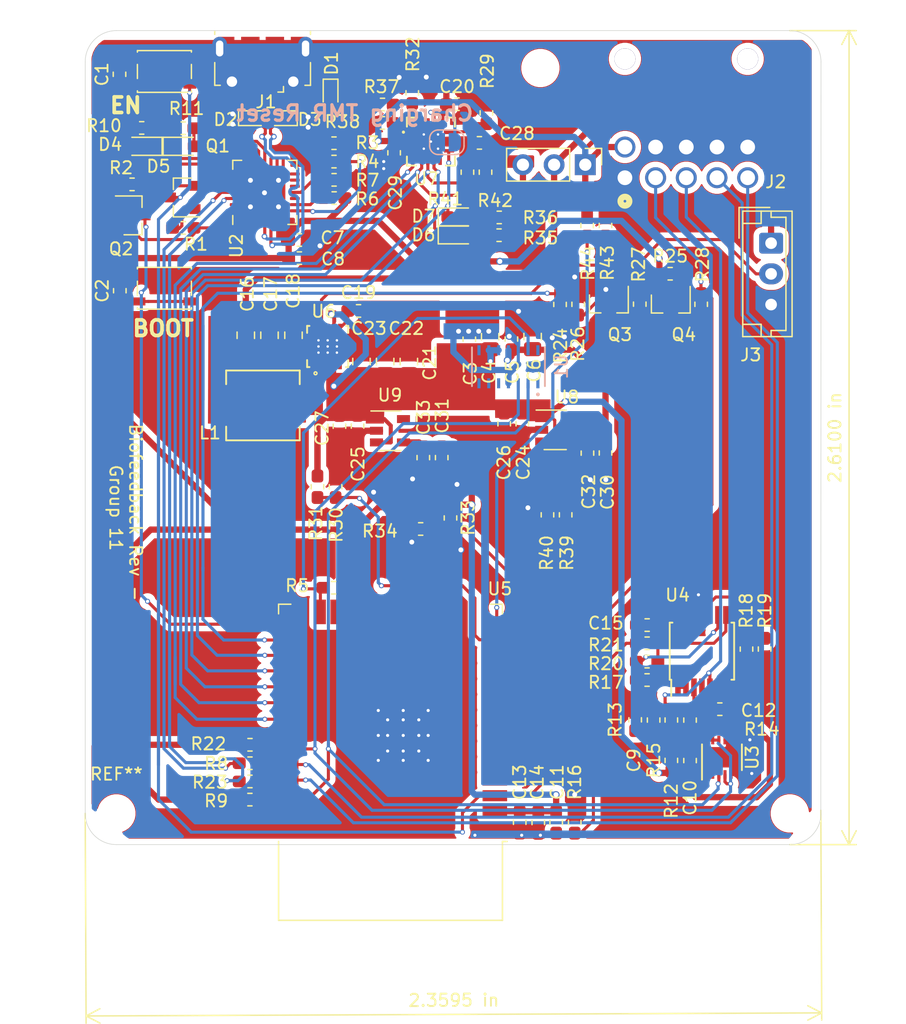
<source format=kicad_pcb>
(kicad_pcb (version 20171130) (host pcbnew 5.1.5)
  (layers (0 F.Cu signal) (31 B.Cu signal) (34 B.Paste user) (35 F.Paste user) (36 B.SilkS user) (37 F.SilkS user) (38 B.Mask user) (39 F.Mask user) (44 Edge.Cuts user))
  (net 0 "")
  (net 1 /EN)
  (net 2 GND)
  (net 3 /IO0)
  (net 4 GNDA)
  (net 5 +5V)
  (net 6 +1V8)
  (net 7 +3V3)
  (net 8 "Net-(C9-Pad1)")
  (net 9 /GSR_MON)
  (net 10 /VOUTBATT)
  (net 11 "Net-(C19-Pad2)")
  (net 12 /Vbus)
  (net 13 Vout)
  (net 14 /BATT+)
  (net 15 /USB_P)
  (net 16 /USB_N)
  (net 17 "Net-(D4-Pad2)")
  (net 18 "Net-(D4-Pad1)")
  (net 19 "Net-(D5-Pad1)")
  (net 20 "Net-(D5-Pad2)")
  (net 21 /~BATT_POWGOOD)
  (net 22 "Net-(D6-Pad2)")
  (net 23 "Net-(D7-Pad2)")
  (net 24 /~CHRG)
  (net 25 "Net-(J1-Pad4)")
  (net 26 "Net-(JP1-Pad1)")
  (net 27 "Net-(L1-Pad2)")
  (net 28 /~RTS)
  (net 29 "Net-(Q1-Pad1)")
  (net 30 "Net-(Q2-Pad1)")
  (net 31 /~DTR)
  (net 32 "Net-(Q3-Pad3)")
  (net 33 "Net-(Q3-Pad1)")
  (net 34 "Net-(Q4-Pad1)")
  (net 35 "Net-(Q4-Pad3)")
  (net 36 "Net-(R3-Pad2)")
  (net 37 /~INT)
  (net 38 "Net-(R6-Pad2)")
  (net 39 "Net-(R7-Pad1)")
  (net 40 /RXD)
  (net 41 /RXD0)
  (net 42 /TXD)
  (net 43 /TXD0)
  (net 44 "Net-(R14-Pad2)")
  (net 45 /GSR+)
  (net 46 "Net-(R17-Pad2)")
  (net 47 "Net-(R17-Pad1)")
  (net 48 "Net-(R18-Pad2)")
  (net 49 "Net-(R18-Pad1)")
  (net 50 "Net-(R20-Pad2)")
  (net 51 /SDA)
  (net 52 /SCL)
  (net 53 /TEMP_EN)
  (net 54 /VTemp)
  (net 55 "Net-(R29-Pad1)")
  (net 56 /5V_MON)
  (net 57 "Net-(R32-Pad1)")
  (net 58 /3.3V_MON)
  (net 59 "Net-(R37-Pad2)")
  (net 60 /1.8V_MON)
  (net 61 /CHRG_EN2)
  (net 62 /CHRG_EN1)
  (net 63 /BATT+_MON)
  (net 64 "Net-(U1-Pad1)")
  (net 65 "Net-(U1-Pad5)")
  (net 66 "Net-(U1-Pad6)")
  (net 67 "Net-(U1-Pad7)")
  (net 68 "Net-(U1-Pad8)")
  (net 69 "Net-(U1-Pad14)")
  (net 70 "Net-(U2-Pad1)")
  (net 71 "Net-(U2-Pad2)")
  (net 72 "Net-(U2-Pad10)")
  (net 73 "Net-(U2-Pad12)")
  (net 74 "Net-(U2-Pad13)")
  (net 75 "Net-(U2-Pad14)")
  (net 76 "Net-(U2-Pad15)")
  (net 77 "Net-(U2-Pad16)")
  (net 78 "Net-(U2-Pad17)")
  (net 79 "Net-(U2-Pad20)")
  (net 80 "Net-(U2-Pad21)")
  (net 81 "Net-(U2-Pad22)")
  (net 82 "Net-(U2-Pad23)")
  (net 83 "Net-(U2-Pad27)")
  (net 84 "Net-(U5-Pad8)")
  (net 85 "Net-(U5-Pad9)")
  (net 86 "Net-(U5-Pad16)")
  (net 87 "Net-(U5-Pad17)")
  (net 88 "Net-(U5-Pad18)")
  (net 89 "Net-(U5-Pad19)")
  (net 90 "Net-(U5-Pad20)")
  (net 91 "Net-(U5-Pad21)")
  (net 92 "Net-(U5-Pad22)")
  (net 93 "Net-(U5-Pad23)")
  (net 94 /~CE)
  (net 95 "Net-(U5-Pad32)")
  (net 96 "Net-(U6-Pad5)")
  (net 97 "Net-(U6-Pad8)")
  (net 98 /ON_OFF)
  (net 99 "Net-(U8-Pad5)")
  (net 100 "Net-(U9-Pad5)")
  (net 101 "Net-(U5-Pad37)")
  (net 102 "Net-(U5-Pad5)")
  (net 103 "Net-(U5-Pad7)")
  (net 104 "Net-(U5-Pad10)")
  (module MountingHole:MountingHole_2.2mm_M2 (layer F.Cu) (at 102.108 22.606)
    (fp_text reference REF** hide)
    (fp_text value MountingHole_2.2mm_M2)
    (pad 1 np_thru_hole circle (at 0 0) (size 2.2 2.2) (drill 2.2) (layers *.Cu *.Mask))
  )
  (module MountingHole:MountingHole_2.2mm_M2 (layer F.Cu) (at 67.564 83.312)
    (fp_text reference REF** (at 0 -3.2) (layer F.SilkS))
    (fp_text value MountingHole_2.2mm_M2)
    (pad 1 np_thru_hole circle (at 0 0) (size 2.2 2.2) (drill 2.2) (layers *.Cu *.Mask))
  )
  (module MountingHole:MountingHole_2.2mm_M2 (layer F.Cu) (at 122.428 83.312)
    (fp_text reference REF** hide)
    (fp_text value MountingHole_2.2mm_M2)
    (pad 1 np_thru_hole circle (at 0 0) (size 2.2 2.2) (drill 2.2) (layers *.Cu *.Mask))
  )
  (module Connector_JST:JST_EH_B3B-EH-A_1x03_P2.50mm_Vertical (layer F.Cu) (at 120.904 36.87 270)
    (fp_text reference J3 (at 9.104 1.651 180) (layer F.SilkS))
    (fp_text value Conn_01x02)
    (pad 3 thru_hole oval (at 5 0 270) (size 1.7 1.95) (drill 0.95) (layers *.Cu *.Mask) (net 2 GND))
    (pad 2 thru_hole oval (at 2.5 0 270) (size 1.7 1.95) (drill 0.95) (layers *.Cu *.Mask) (net 98 /ON_OFF))
    (pad 1 thru_hole roundrect (at 0 0 270) (size 1.7 1.95) (drill 0.95) (layers *.Cu *.Mask) (roundrect_rratio 0.147059) (net 10 /VOUTBATT))
  )
  (module Package_DFN_QFN:DFN-8-1EP_3x3mm_P0.5mm_EP1.66x2.38mm (layer F.Cu) (at 116.89842 78.74 90)
    (fp_text reference U3 (at -0.01524 2.46888 90) (layer F.SilkS))
    (fp_text value MAX5419LETA+)
    (pad 1 smd rect (at -1.4 -0.75 90) (size 0.7 0.25) (layers F.Cu F.Paste F.Mask) (net 5 +5V))
    (pad 2 smd rect (at -1.4 -0.25 90) (size 0.7 0.25) (layers F.Cu F.Paste F.Mask) (net 52 /SCL))
    (pad 3 smd rect (at -1.4 0.25 90) (size 0.7 0.25) (layers F.Cu F.Paste F.Mask) (net 51 /SDA))
    (pad 4 smd rect (at -1.4 0.75 90) (size 0.7 0.25) (layers F.Cu F.Paste F.Mask) (net 2 GND))
    (pad 5 smd rect (at 1.4 0.75 90) (size 0.7 0.25) (layers F.Cu F.Paste F.Mask) (net 2 GND))
    (pad 6 smd rect (at 1.4 0.25 90) (size 0.7 0.25) (layers F.Cu F.Paste F.Mask) (net 2 GND))
    (pad 7 smd rect (at 1.4 -0.25 90) (size 0.7 0.25) (layers F.Cu F.Paste F.Mask) (net 44 "Net-(R14-Pad2)"))
    (pad 8 smd rect (at 1.4 -0.75 90) (size 0.7 0.25) (layers F.Cu F.Paste F.Mask) (net 44 "Net-(R14-Pad2)"))
    (pad 9 smd rect (at 0 0 90) (size 1.66 2.38) (layers F.Cu F.Mask) (net 2 GND))
  )
  (module Resistor_SMD:R_0603_1608Metric_Pad1.05x0.95mm_HandSolder (layer F.Cu) (at 110.79988 72.44842 180)
    (fp_text reference R17 (at 3.35788 -0.19558) (layer F.SilkS))
    (fp_text value 100k)
    (pad 2 smd roundrect (at 0.875 0 180) (size 1.05 0.95) (layers F.Cu F.Paste F.Mask) (net 46 "Net-(R17-Pad2)"))
    (pad 1 smd roundrect (at -0.875 0 180) (size 1.05 0.95) (layers F.Cu F.Paste F.Mask) (net 47 "Net-(R17-Pad1)"))
  )
  (module Resistor_SMD:R_0603_1608Metric_Pad1.05x0.95mm_HandSolder (layer F.Cu) (at 114.299999 75.71486 90)
    (fp_text reference R14 (at -0.73914 5.842001 180) (layer F.SilkS))
    (fp_text value 200k)
    (pad 1 smd roundrect (at -0.875 0 90) (size 1.05 0.95) (layers F.Cu F.Paste F.Mask) (net 8 "Net-(C9-Pad1)"))
    (pad 2 smd roundrect (at 0.875 0 90) (size 1.05 0.95) (layers F.Cu F.Paste F.Mask) (net 44 "Net-(R14-Pad2)"))
  )
  (module Resistor_SMD:R_0603_1608Metric_Pad1.05x0.95mm_HandSolder (layer F.Cu) (at 109.8296 75.68946 90)
    (fp_text reference R13 (at -0.00254 -1.6256 90) (layer F.SilkS))
    (fp_text value 4.7k)
    (pad 1 smd roundrect (at -0.875 0 90) (size 1.05 0.95) (layers F.Cu F.Paste F.Mask) (net 8 "Net-(C9-Pad1)"))
    (pad 2 smd roundrect (at 0.875 0 90) (size 1.05 0.95) (layers F.Cu F.Paste F.Mask) (net 2 GND))
  )
  (module Resistor_SMD:R_0603_1608Metric_Pad1.05x0.95mm_HandSolder (layer F.Cu) (at 112.776 78.994 90)
    (fp_text reference R12 (at -3.302 0 90) (layer F.SilkS))
    (fp_text value 4.7k)
    (pad 1 smd roundrect (at -0.875 0 90) (size 1.05 0.95) (layers F.Cu F.Paste F.Mask) (net 5 +5V))
    (pad 2 smd roundrect (at 0.875 0 90) (size 1.05 0.95) (layers F.Cu F.Paste F.Mask) (net 8 "Net-(C9-Pad1)"))
  )
  (module Resistor_SMD:R_0603_1608Metric_Pad1.05x0.95mm_HandSolder (layer F.Cu) (at 120.37314 69.9262 90)
    (fp_text reference R19 (at 3.1242 0.02286 90) (layer F.SilkS))
    (fp_text value 200k)
    (pad 2 smd roundrect (at 0.875 0 90) (size 1.05 0.95) (layers F.Cu F.Paste F.Mask) (net 48 "Net-(R18-Pad2)"))
    (pad 1 smd roundrect (at -0.875 0 90) (size 1.05 0.95) (layers F.Cu F.Paste F.Mask) (net 2 GND))
  )
  (module Capacitor_SMD:C_0603_1608Metric_Pad1.05x0.95mm_HandSolder (layer F.Cu) (at 111.333281 75.709781 90)
    (fp_text reference C9 (at -3.284219 -1.605281 90) (layer F.SilkS))
    (fp_text value 4.7uF)
    (pad 2 smd roundrect (at 0.875 0 90) (size 1.05 0.95) (layers F.Cu F.Paste F.Mask) (net 2 GND))
    (pad 1 smd roundrect (at -0.875 0 90) (size 1.05 0.95) (layers F.Cu F.Paste F.Mask) (net 8 "Net-(C9-Pad1)"))
  )
  (module Capacitor_SMD:C_0603_1608Metric_Pad1.05x0.95mm_HandSolder (layer F.Cu) (at 114.3 79.008 90)
    (fp_text reference C10 (at -3.034 0 90) (layer F.SilkS))
    (fp_text value 0.1uF)
    (pad 1 smd roundrect (at -0.875 0 90) (size 1.05 0.95) (layers F.Cu F.Paste F.Mask) (net 5 +5V))
    (pad 2 smd roundrect (at 0.875 0 90) (size 1.05 0.95) (layers F.Cu F.Paste F.Mask) (net 2 GND))
  )
  (module Resistor_SMD:R_0603_1608Metric_Pad1.05x0.95mm_HandSolder (layer F.Cu) (at 110.8062 69.4563 180)
    (fp_text reference R21 (at 3.3642 -0.1397) (layer F.SilkS))
    (fp_text value 1M)
    (pad 2 smd roundrect (at 0.875 0 180) (size 1.05 0.95) (layers F.Cu F.Paste F.Mask) (net 9 /GSR_MON))
    (pad 1 smd roundrect (at -0.875 0 180) (size 1.05 0.95) (layers F.Cu F.Paste F.Mask) (net 50 "Net-(R20-Pad2)"))
  )
  (module Resistor_SMD:R_0603_1608Metric_Pad1.05x0.95mm_HandSolder (layer F.Cu) (at 118.89994 69.93004 90)
    (fp_text reference R18 (at 3.12804 -0.02794 90) (layer F.SilkS))
    (fp_text value 100k)
    (pad 2 smd roundrect (at 0.875 0 90) (size 1.05 0.95) (layers F.Cu F.Paste F.Mask) (net 48 "Net-(R18-Pad2)"))
    (pad 1 smd roundrect (at -0.875 0 90) (size 1.05 0.95) (layers F.Cu F.Paste F.Mask) (net 49 "Net-(R18-Pad1)"))
  )
  (module Capacitor_SMD:C_0603_1608Metric_Pad1.05x0.95mm_HandSolder (layer F.Cu) (at 116.727001 74.82332)
    (fp_text reference C12 (at 3.160999 0.10668) (layer F.SilkS))
    (fp_text value 0.1uF)
    (pad 1 smd roundrect (at -0.875 0) (size 1.05 0.95) (layers F.Cu F.Paste F.Mask) (net 5 +5V))
    (pad 2 smd roundrect (at 0.875 0) (size 1.05 0.95) (layers F.Cu F.Paste F.Mask) (net 2 GND))
  )
  (module Resistor_SMD:R_0603_1608Metric_Pad1.05x0.95mm_HandSolder (layer F.Cu) (at 112.776 75.706 90)
    (fp_text reference R15 (at -3.288 -1.43 90) (layer F.SilkS))
    (fp_text value 200k)
    (pad 2 smd roundrect (at 0.875 0 90) (size 1.05 0.95) (layers F.Cu F.Paste F.Mask) (net 45 /GSR+))
    (pad 1 smd roundrect (at -0.875 0 90) (size 1.05 0.95) (layers F.Cu F.Paste F.Mask) (net 8 "Net-(C9-Pad1)"))
  )
  (module Capacitor_SMD:C_0603_1608Metric_Pad1.05x0.95mm_HandSolder (layer F.Cu) (at 110.8062 67.97294)
    (fp_text reference C15 (at -3.3642 -0.15494) (layer F.SilkS))
    (fp_text value 100nF)
    (pad 2 smd roundrect (at 0.875 0) (size 1.05 0.95) (layers F.Cu F.Paste F.Mask) (net 2 GND))
    (pad 1 smd roundrect (at -0.875 0) (size 1.05 0.95) (layers F.Cu F.Paste F.Mask) (net 9 /GSR_MON))
  )
  (module Resistor_SMD:R_0603_1608Metric_Pad1.05x0.95mm_HandSolder (layer F.Cu) (at 110.801121 70.94982)
    (fp_text reference R20 (at -3.359121 0.17018) (layer F.SilkS))
    (fp_text value 200k)
    (pad 1 smd roundrect (at -0.875 0) (size 1.05 0.95) (layers F.Cu F.Paste F.Mask) (net 46 "Net-(R17-Pad2)"))
    (pad 2 smd roundrect (at 0.875 0) (size 1.05 0.95) (layers F.Cu F.Paste F.Mask) (net 50 "Net-(R20-Pad2)"))
  )
  (module IHLP2020BZER1R0M0:IHLP2020BZER1R0M01 (layer F.Cu) (at 79.503386 50.083804)
    (fp_text reference L1 (at -4.319386 2.240196) (layer F.SilkS))
    (fp_text value 1uH hide)
    (pad 1 smd rect (at -2.5 0 90) (size 2.794 2) (layers F.Cu F.Paste F.Mask) (net 10 /VOUTBATT))
    (pad 2 smd rect (at 2.5 0 90) (size 2.794 2) (layers F.Cu F.Paste F.Mask) (net 27 "Net-(L1-Pad2)"))
  )
  (module LED_SMD:LED_0603_1608Metric_Pad1.05x0.95mm_HandSolder (layer F.Cu) (at 95.444794 36.188868)
    (fp_text reference D6 (at -2.861794 0.006132) (layer F.SilkS))
    (fp_text value Red)
    (pad 1 smd roundrect (at -0.875 0) (size 1.05 0.95) (layers F.Cu F.Paste F.Mask) (net 21 /~BATT_POWGOOD))
    (pad 2 smd roundrect (at 0.875 0) (size 1.05 0.95) (layers F.Cu F.Paste F.Mask) (net 22 "Net-(D6-Pad2)"))
  )
  (module 1053141114:1053141110 (layer F.Cu) (at 113.9952 25.4508 180)
    (fp_text reference J2 (at -7.2898 -6.4262) (layer F.SilkS))
    (fp_text value "Interface Hub")
    (pad 4 thru_hole circle (at -2.5 -6.09 180) (size 1.71 1.71) (drill 1.2) (layers *.Cu *.Mask) (net 41 /RXD0))
    (pad 8 thru_hole circle (at 0 -3.59 180) (size 1.71 1.71) (drill 1.2) (layers *.Cu *.Mask) (net 2 GND))
    (pad 10 thru_hole circle (at -5 -3.59 180) (size 1.71 1.71) (drill 1.2) (layers *.Cu *.Mask) (net 2 GND))
    (pad "" np_thru_hole circle (at -5 3.59 180) (size 1.71 1.71) (drill 1.7) (layers *.Cu *.Mask))
    (pad "" np_thru_hole circle (at 5 3.59 180) (size 1.71 1.71) (drill 1.7) (layers *.Cu *.Mask))
    (pad 6 thru_hole circle (at 5 -3.59 180) (size 1.71 1.71) (drill 1.2) (layers *.Cu *.Mask) (net 14 /BATT+))
    (pad 2 thru_hole circle (at 2.5 -6.09 270) (size 1.71 1.71) (drill 1.2) (layers *.Cu *.Mask) (net 54 /VTemp))
    (pad 1 thru_hole circle (at 5 -6.09 180) (size 1.71 1.71) (drill 1.2) (layers *.Cu *.Mask) (net 2 GND))
    (pad 3 thru_hole circle (at 0 -6.09 180) (size 1.71 1.71) (drill 1.2) (layers *.Cu *.Mask) (net 45 /GSR+))
    (pad 7 thru_hole circle (at 2.5 -3.59 180) (size 1.71 1.71) (drill 1.2) (layers *.Cu *.Mask) (net 2 GND))
    (pad 5 thru_hole circle (at -5 -6.09 180) (size 1.71 1.71) (drill 1.2) (layers *.Cu *.Mask) (net 43 /TXD0))
    (pad 9 thru_hole circle (at -2.5 -3.59 180) (size 1.71 1.71) (drill 1.2) (layers *.Cu *.Mask) (net 2 GND))
  )
  (module Diode_SMD:D_SOD-523 (layer F.Cu) (at 78.666566 26.689936)
    (fp_text reference D2 (at -2.212566 0.107064) (layer F.SilkS))
    (fp_text value DESD5V0S1BB-7)
    (pad 1 smd rect (at -0.7 0 180) (size 0.6 0.7) (layers F.Cu F.Paste F.Mask) (net 2 GND))
    (pad 2 smd rect (at 0.7 0 180) (size 0.6 0.7) (layers F.Cu F.Paste F.Mask) (net 15 /USB_P))
  )
  (module Diode_SMD:D_SOD-523 (layer F.Cu) (at 81.153 26.689936 180)
    (fp_text reference D3 (at -2.159 -0.107064) (layer F.SilkS))
    (fp_text value DESD5V0S1BB-7)
    (pad 2 smd rect (at 0.7 0) (size 0.6 0.7) (layers F.Cu F.Paste F.Mask) (net 16 /USB_N))
    (pad 1 smd rect (at -0.7 0) (size 0.6 0.7) (layers F.Cu F.Paste F.Mask) (net 2 GND))
  )
  (module Resistor_SMD:R_0603_1608Metric_Pad1.05x0.95mm_HandSolder (layer F.Cu) (at 91.6686 24.623999 90)
    (fp_text reference R32 (at 3.1382 0.0508 90) (layer F.SilkS))
    (fp_text value 1.78k)
    (pad 2 smd roundrect (at 0.875 0 90) (size 1.05 0.95) (layers F.Cu F.Paste F.Mask) (net 2 GND))
    (pad 1 smd roundrect (at -0.875 0 90) (size 1.05 0.95) (layers F.Cu F.Paste F.Mask) (net 57 "Net-(R32-Pad1)"))
  )
  (module Capacitor_SMD:C_0603_1608Metric_Pad1.05x0.95mm_HandSolder (layer F.Cu) (at 67.818 23.114 90)
    (fp_text reference C1 (at 0 -1.43 90) (layer F.SilkS))
    (fp_text value 0.1uF)
    (pad 1 smd roundrect (at -0.875 0 90) (size 1.05 0.95) (layers F.Cu F.Paste F.Mask) (net 1 /EN))
    (pad 2 smd roundrect (at 0.875 0 90) (size 1.05 0.95) (layers F.Cu F.Paste F.Mask) (net 2 GND))
  )
  (module Capacitor_SMD:C_0603_1608Metric_Pad1.05x0.95mm_HandSolder (layer F.Cu) (at 67.8434 40.7416 90)
    (fp_text reference C2 (at 0 -1.43 90) (layer F.SilkS))
    (fp_text value 0.1uF)
    (pad 2 smd roundrect (at 0.875 0 90) (size 1.05 0.95) (layers F.Cu F.Paste F.Mask) (net 2 GND))
    (pad 1 smd roundrect (at -0.875 0 90) (size 1.05 0.95) (layers F.Cu F.Paste F.Mask) (net 3 /IO0))
  )
  (module Capacitor_SMD:C_0603_1608Metric_Pad1.05x0.95mm_HandSolder (layer F.Cu) (at 96.3168 44.688761 90)
    (fp_text reference C3 (at -2.809239 0.0762 90) (layer F.SilkS))
    (fp_text value 1uF)
    (pad 2 smd roundrect (at 0.875 0 90) (size 1.05 0.95) (layers F.Cu F.Paste F.Mask) (net 4 GNDA))
    (pad 1 smd roundrect (at -0.875 0 90) (size 1.05 0.95) (layers F.Cu F.Paste F.Mask) (net 5 +5V))
  )
  (module Capacitor_SMD:C_0805_2012Metric_Pad1.15x1.40mm_HandSolder (layer F.Cu) (at 98.018601 44.485559 90)
    (fp_text reference C4 (at -2.885441 -0.101601 90) (layer F.SilkS))
    (fp_text value 10uF)
    (pad 2 smd roundrect (at 1.025 0 90) (size 1.15 1.4) (layers F.Cu F.Paste F.Mask) (roundrect_rratio 0.217391) (net 4 GNDA))
    (pad 1 smd roundrect (at -1.025 0 90) (size 1.15 1.4) (layers F.Cu F.Paste F.Mask) (roundrect_rratio 0.217391) (net 5 +5V))
  )
  (module Capacitor_SMD:C_0603_1608Metric_Pad1.05x0.95mm_HandSolder (layer F.Cu) (at 99.7458 44.67736 90)
    (fp_text reference C5 (at -2.69364 0.0762 90) (layer F.SilkS))
    (fp_text value 1uF)
    (pad 1 smd roundrect (at -0.875 0 90) (size 1.05 0.95) (layers F.Cu F.Paste F.Mask) (net 6 +1V8))
    (pad 2 smd roundrect (at 0.875 0 90) (size 1.05 0.95) (layers F.Cu F.Paste F.Mask) (net 2 GND))
  )
  (module Capacitor_SMD:C_0805_2012Metric_Pad1.15x1.40mm_HandSolder (layer F.Cu) (at 101.473 44.476559 90)
    (fp_text reference C6 (at -2.767441 0.127 90) (layer F.SilkS))
    (fp_text value 10uF)
    (pad 2 smd roundrect (at 1.025 0 90) (size 1.15 1.4) (layers F.Cu F.Paste F.Mask) (roundrect_rratio 0.217391) (net 2 GND))
    (pad 1 smd roundrect (at -1.025 0 90) (size 1.15 1.4) (layers F.Cu F.Paste F.Mask) (roundrect_rratio 0.217391) (net 6 +1V8))
  )
  (module Capacitor_SMD:C_0603_1608Metric_Pad1.05x0.95mm_HandSolder (layer F.Cu) (at 82.473203 36.613248)
    (fp_text reference C7 (at 2.6924 -0.1778) (layer F.SilkS))
    (fp_text value 0.1uF)
    (pad 1 smd roundrect (at -0.875 0) (size 1.05 0.95) (layers F.Cu F.Paste F.Mask) (net 7 +3V3))
    (pad 2 smd roundrect (at 0.875 0) (size 1.05 0.95) (layers F.Cu F.Paste F.Mask) (net 2 GND))
  )
  (module Capacitor_SMD:C_0603_1608Metric_Pad1.05x0.95mm_HandSolder (layer F.Cu) (at 82.473203 38.086447)
    (fp_text reference C8 (at 2.7432 0.0762) (layer F.SilkS))
    (fp_text value 4.7uF)
    (pad 1 smd roundrect (at -0.875 0) (size 1.05 0.95) (layers F.Cu F.Paste F.Mask) (net 7 +3V3))
    (pad 2 smd roundrect (at 0.875 0) (size 1.05 0.95) (layers F.Cu F.Paste F.Mask) (net 2 GND))
  )
  (module Capacitor_SMD:C_0603_1608Metric_Pad1.05x0.95mm_HandSolder (layer F.Cu) (at 104.90454 84.04352 90)
    (fp_text reference C11 (at 3.27152 -1.43 90) (layer F.SilkS))
    (fp_text value 0.1uF)
    (pad 2 smd roundrect (at 0.875 0 90) (size 1.05 0.95) (layers F.Cu F.Paste F.Mask) (net 2 GND))
    (pad 1 smd roundrect (at -0.875 0 90) (size 1.05 0.95) (layers F.Cu F.Paste F.Mask) (net 1 /EN))
  )
  (module Capacitor_SMD:C_0603_1608Metric_Pad1.05x0.95mm_HandSolder (layer F.Cu) (at 100.422522 84.03483 270)
    (fp_text reference C13 (at -3.26283 0 90) (layer F.SilkS))
    (fp_text value 0.1uF)
    (pad 2 smd roundrect (at 0.875 0 270) (size 1.05 0.95) (layers F.Cu F.Paste F.Mask) (net 2 GND))
    (pad 1 smd roundrect (at -0.875 0 270) (size 1.05 0.95) (layers F.Cu F.Paste F.Mask) (net 7 +3V3))
  )
  (module Capacitor_SMD:C_0603_1608Metric_Pad1.05x0.95mm_HandSolder (layer F.Cu) (at 101.936363 84.056389 270)
    (fp_text reference C14 (at -3.284389 0.082363 90) (layer F.SilkS))
    (fp_text value 22uF)
    (pad 1 smd roundrect (at -0.875 0 270) (size 1.05 0.95) (layers F.Cu F.Paste F.Mask) (net 7 +3V3))
    (pad 2 smd roundrect (at 0.875 0 270) (size 1.05 0.95) (layers F.Cu F.Paste F.Mask) (net 2 GND))
  )
  (module Capacitor_SMD:C_0805_2012Metric_Pad1.15x1.40mm_HandSolder (layer F.Cu) (at 78.107714 44.368067 90)
    (fp_text reference C16 (at 3.347067 0.124286 90) (layer F.SilkS))
    (fp_text value 10uF)
    (pad 2 smd roundrect (at 1.025 0 90) (size 1.15 1.4) (layers F.Cu F.Paste F.Mask) (roundrect_rratio 0.217391) (net 10 /VOUTBATT))
    (pad 1 smd roundrect (at -1.025 0 90) (size 1.15 1.4) (layers F.Cu F.Paste F.Mask) (roundrect_rratio 0.217391) (net 2 GND))
  )
  (module Capacitor_SMD:C_0805_2012Metric_Pad1.15x1.40mm_HandSolder (layer F.Cu) (at 80.038113 44.368067 90)
    (fp_text reference C17 (at 3.347067 0.098887 90) (layer F.SilkS))
    (fp_text value 10uF)
    (pad 1 smd roundrect (at -1.025 0 90) (size 1.15 1.4) (layers F.Cu F.Paste F.Mask) (roundrect_rratio 0.217391) (net 2 GND))
    (pad 2 smd roundrect (at 1.025 0 90) (size 1.15 1.4) (layers F.Cu F.Paste F.Mask) (roundrect_rratio 0.217391) (net 10 /VOUTBATT))
  )
  (module Capacitor_SMD:C_0805_2012Metric_Pad1.15x1.40mm_HandSolder (layer F.Cu) (at 81.992585 44.368804 90)
    (fp_text reference C18 (at 3.601804 -0.0254 90) (layer F.SilkS))
    (fp_text value 10uF)
    (pad 2 smd roundrect (at 1.025 0 90) (size 1.15 1.4) (layers F.Cu F.Paste F.Mask) (roundrect_rratio 0.217391) (net 10 /VOUTBATT))
    (pad 1 smd roundrect (at -1.025 0 90) (size 1.15 1.4) (layers F.Cu F.Paste F.Mask) (roundrect_rratio 0.217391) (net 2 GND))
  )
  (module Capacitor_SMD:C_0603_1608Metric_Pad1.05x0.95mm_HandSolder (layer F.Cu) (at 87.292922 42.388931 180)
    (fp_text reference C19 (at 0 1.494931) (layer F.SilkS))
    (fp_text value 22nF)
    (pad 2 smd roundrect (at 0.875 0 180) (size 1.05 0.95) (layers F.Cu F.Paste F.Mask) (net 11 "Net-(C19-Pad2)"))
    (pad 1 smd roundrect (at -0.875 0 180) (size 1.05 0.95) (layers F.Cu F.Paste F.Mask) (net 2 GND))
  )
  (module Capacitor_SMD:C_0603_1608Metric_Pad1.05x0.95mm_HandSolder (layer F.Cu) (at 95.322573 25.54839)
    (fp_text reference C20 (at 0 -1.43) (layer F.SilkS))
    (fp_text value 1uF)
    (pad 1 smd roundrect (at -0.875 0) (size 1.05 0.95) (layers F.Cu F.Paste F.Mask) (net 12 /Vbus))
    (pad 2 smd roundrect (at 0.875 0) (size 1.05 0.95) (layers F.Cu F.Paste F.Mask) (net 2 GND))
  )
  (module Capacitor_SMD:C_0805_2012Metric_Pad1.15x1.40mm_HandSolder (layer F.Cu) (at 91.391913 46.510667 90)
    (fp_text reference C21 (at -0.098333 1.699087 90) (layer F.SilkS))
    (fp_text value 10uF)
    (pad 1 smd roundrect (at -1.025 0 90) (size 1.15 1.4) (layers F.Cu F.Paste F.Mask) (roundrect_rratio 0.217391) (net 5 +5V))
    (pad 2 smd roundrect (at 1.025 0 90) (size 1.15 1.4) (layers F.Cu F.Paste F.Mask) (roundrect_rratio 0.217391) (net 2 GND))
  )
  (module Capacitor_SMD:C_0805_2012Metric_Pad1.15x1.40mm_HandSolder (layer F.Cu) (at 89.461515 46.510669 90)
    (fp_text reference C22 (at 2.695669 1.724485 180) (layer F.SilkS))
    (fp_text value 10uF)
    (pad 1 smd roundrect (at -1.025 0 90) (size 1.15 1.4) (layers F.Cu F.Paste F.Mask) (roundrect_rratio 0.217391) (net 5 +5V))
    (pad 2 smd roundrect (at 1.025 0 90) (size 1.15 1.4) (layers F.Cu F.Paste F.Mask) (roundrect_rratio 0.217391) (net 2 GND))
  )
  (module Capacitor_SMD:C_0805_2012Metric_Pad1.15x1.40mm_HandSolder (layer F.Cu) (at 87.531114 46.510669 90)
    (fp_text reference C23 (at 2.695669 0.606886 180) (layer F.SilkS))
    (fp_text value 10uF)
    (pad 1 smd roundrect (at -1.025 0 90) (size 1.15 1.4) (layers F.Cu F.Paste F.Mask) (roundrect_rratio 0.217391) (net 5 +5V))
    (pad 2 smd roundrect (at 1.025 0 90) (size 1.15 1.4) (layers F.Cu F.Paste F.Mask) (roundrect_rratio 0.217391) (net 2 GND))
  )
  (module Capacitor_SMD:C_0603_1608Metric_Pad1.05x0.95mm_HandSolder (layer F.Cu) (at 100.632971 51.580567 270)
    (fp_text reference C24 (at 3.156433 -0.078029 90) (layer F.SilkS))
    (fp_text value 1uF)
    (pad 1 smd roundrect (at -0.875 0 270) (size 1.05 0.95) (layers F.Cu F.Paste F.Mask) (net 5 +5V))
    (pad 2 smd roundrect (at 0.875 0 270) (size 1.05 0.95) (layers F.Cu F.Paste F.Mask) (net 2 GND))
  )
  (module Capacitor_SMD:C_0603_1608Metric_Pad1.05x0.95mm_HandSolder (layer F.Cu) (at 87.211531 51.766103 270)
    (fp_text reference C25 (at 3.097897 -0.037469 90) (layer F.SilkS))
    (fp_text value 1uF)
    (pad 1 smd roundrect (at -0.875 0 270) (size 1.05 0.95) (layers F.Cu F.Paste F.Mask) (net 5 +5V))
    (pad 2 smd roundrect (at 0.875 0 270) (size 1.05 0.95) (layers F.Cu F.Paste F.Mask) (net 2 GND))
  )
  (module Capacitor_SMD:C_0603_1608Metric_Pad1.05x0.95mm_HandSolder (layer F.Cu) (at 99.159769 51.580565 270)
    (fp_text reference C26 (at 3.156435 0.0254 90) (layer F.SilkS))
    (fp_text value 1uF)
    (pad 1 smd roundrect (at -0.875 0 270) (size 1.05 0.95) (layers F.Cu F.Paste F.Mask) (net 5 +5V))
    (pad 2 smd roundrect (at 0.875 0 270) (size 1.05 0.95) (layers F.Cu F.Paste F.Mask) (net 2 GND))
  )
  (module Capacitor_SMD:C_0603_1608Metric_Pad1.05x0.95mm_HandSolder (layer F.Cu) (at 85.738329 51.777503 270)
    (fp_text reference C27 (at 0.165497 1.410329 90) (layer F.SilkS))
    (fp_text value 1uF)
    (pad 2 smd roundrect (at 0.875 0 270) (size 1.05 0.95) (layers F.Cu F.Paste F.Mask) (net 2 GND))
    (pad 1 smd roundrect (at -0.875 0 270) (size 1.05 0.95) (layers F.Cu F.Paste F.Mask) (net 5 +5V))
  )
  (module Capacitor_SMD:C_0603_1608Metric_Pad1.05x0.95mm_HandSolder (layer F.Cu) (at 97.141 28.702)
    (fp_text reference C28 (at 3.062 -0.762) (layer F.SilkS))
    (fp_text value 4.7uF)
    (pad 1 smd roundrect (at -0.875 0) (size 1.05 0.95) (layers F.Cu F.Paste F.Mask) (net 13 Vout))
    (pad 2 smd roundrect (at 0.875 0) (size 1.05 0.95) (layers F.Cu F.Paste F.Mask) (net 2 GND))
  )
  (module Capacitor_SMD:C_0603_1608Metric_Pad1.05x0.95mm_HandSolder (layer F.Cu) (at 90.191773 29.51079 270)
    (fp_text reference C29 (at 3.25521 -0.105227 90) (layer F.SilkS))
    (fp_text value 4.7uF)
    (pad 2 smd roundrect (at 0.875 0 270) (size 1.05 0.95) (layers F.Cu F.Paste F.Mask) (net 2 GND))
    (pad 1 smd roundrect (at -0.875 0 270) (size 1.05 0.95) (layers F.Cu F.Paste F.Mask) (net 14 /BATT+))
  )
  (module Capacitor_SMD:C_0603_1608Metric_Pad1.05x0.95mm_HandSolder (layer F.Cu) (at 107.414768 53.958005 270)
    (fp_text reference C30 (at 3.191995 -0.154232 90) (layer F.SilkS))
    (fp_text value 1uF)
    (pad 2 smd roundrect (at 0.875 0 270) (size 1.05 0.95) (layers F.Cu F.Paste F.Mask) (net 2 GND))
    (pad 1 smd roundrect (at -0.875 0 270) (size 1.05 0.95) (layers F.Cu F.Paste F.Mask) (net 6 +1V8))
  )
  (module Capacitor_SMD:C_0603_1608Metric_Pad1.05x0.95mm_HandSolder (layer F.Cu) (at 94.068269 54.334776 270)
    (fp_text reference C31 (at -3.407776 -0.038731 90) (layer F.SilkS))
    (fp_text value 1uF)
    (pad 1 smd roundrect (at -0.875 0 270) (size 1.05 0.95) (layers F.Cu F.Paste F.Mask) (net 7 +3V3))
    (pad 2 smd roundrect (at 0.875 0 270) (size 1.05 0.95) (layers F.Cu F.Paste F.Mask) (net 2 GND))
  )
  (module Capacitor_SMD:C_0603_1608Metric_Pad1.05x0.95mm_HandSolder (layer F.Cu) (at 105.94157 53.969407 270)
    (fp_text reference C32 (at 3.1382 -0.10343 90) (layer F.SilkS))
    (fp_text value 1uF)
    (pad 2 smd roundrect (at 0.875 0 270) (size 1.05 0.95) (layers F.Cu F.Paste F.Mask) (net 2 GND))
    (pad 1 smd roundrect (at -0.875 0 270) (size 1.05 0.95) (layers F.Cu F.Paste F.Mask) (net 6 +1V8))
  )
  (module Capacitor_SMD:C_0603_1608Metric_Pad1.05x0.95mm_HandSolder (layer F.Cu) (at 92.56967 54.334776 270)
    (fp_text reference C33 (at -3.280776 -0.01333 90) (layer F.SilkS))
    (fp_text value 1uF)
    (pad 2 smd roundrect (at 0.875 0 270) (size 1.05 0.95) (layers F.Cu F.Paste F.Mask) (net 2 GND))
    (pad 1 smd roundrect (at -0.875 0 270) (size 1.05 0.95) (layers F.Cu F.Paste F.Mask) (net 7 +3V3))
  )
  (module Diode_SMD:D_SOD-523 (layer F.Cu) (at 85.0138 24.6634 270)
    (fp_text reference D1 (at -2.4384 -0.0762 90) (layer F.SilkS))
    (fp_text value DESD5V0S1BB-7)
    (pad 2 smd rect (at 0.7 0 90) (size 0.6 0.7) (layers F.Cu F.Paste F.Mask) (net 12 /Vbus))
    (pad 1 smd rect (at -0.7 0 90) (size 0.6 0.7) (layers F.Cu F.Paste F.Mask) (net 2 GND))
  )
  (module LED_SMD:LED_0603_1608Metric_Pad1.05x0.95mm_HandSolder (layer F.Cu) (at 69.627303 28.980976 180)
    (fp_text reference D4 (at 2.571303 0.151976) (layer F.SilkS))
    (fp_text value Red)
    (pad 2 smd roundrect (at 0.875 0 180) (size 1.05 0.95) (layers F.Cu F.Paste F.Mask) (net 17 "Net-(D4-Pad2)"))
    (pad 1 smd roundrect (at -0.875 0 180) (size 1.05 0.95) (layers F.Cu F.Paste F.Mask) (net 18 "Net-(D4-Pad1)"))
  )
  (module LED_SMD:LED_0603_1608Metric_Pad1.05x0.95mm_HandSolder (layer F.Cu) (at 73.030902 28.980976)
    (fp_text reference D5 (at -2.037902 1.626024) (layer F.SilkS))
    (fp_text value Red)
    (pad 1 smd roundrect (at -0.875 0) (size 1.05 0.95) (layers F.Cu F.Paste F.Mask) (net 19 "Net-(D5-Pad1)"))
    (pad 2 smd roundrect (at 0.875 0) (size 1.05 0.95) (layers F.Cu F.Paste F.Mask) (net 20 "Net-(D5-Pad2)"))
  )
  (module LED_SMD:LED_0603_1608Metric_Pad1.05x0.95mm_HandSolder (layer F.Cu) (at 95.444795 34.741066)
    (fp_text reference D7 (at -2.861795 -0.070066) (layer F.SilkS))
    (fp_text value Green)
    (pad 2 smd roundrect (at 0.875 0) (size 1.05 0.95) (layers F.Cu F.Paste F.Mask) (net 23 "Net-(D7-Pad2)"))
    (pad 1 smd roundrect (at -0.875 0) (size 1.05 0.95) (layers F.Cu F.Paste F.Mask) (net 24 /~CHRG))
  )
  (module Connector_USB:USB_Micro-B_Molex-105017-0001 (layer F.Cu) (at 79.4766 22.2504 180)
    (fp_text reference J1 (at -0.2794 -3.1125) (layer F.SilkS))
    (fp_text value USB_B_Micro)
    (pad 6 smd rect (at 1 1.2375 180) (size 1.5 1.9) (layers F.Cu F.Paste F.Mask) (net 2 GND))
    (pad 6 thru_hole circle (at -2.5 -1.4625 180) (size 1.45 1.45) (drill 0.85) (layers *.Cu *.Mask) (net 2 GND))
    (pad 2 smd rect (at -0.65 -1.4625 180) (size 0.4 1.35) (layers F.Cu F.Paste F.Mask) (net 16 /USB_N))
    (pad 1 smd rect (at -1.3 -1.4625 180) (size 0.4 1.35) (layers F.Cu F.Paste F.Mask) (net 12 /Vbus))
    (pad 5 smd rect (at 1.3 -1.4625 180) (size 0.4 1.35) (layers F.Cu F.Paste F.Mask) (net 2 GND))
    (pad 4 smd rect (at 0.65 -1.4625 180) (size 0.4 1.35) (layers F.Cu F.Paste F.Mask) (net 25 "Net-(J1-Pad4)"))
    (pad 3 smd rect (at 0 -1.4625 180) (size 0.4 1.35) (layers F.Cu F.Paste F.Mask) (net 15 /USB_P))
    (pad 6 thru_hole circle (at 2.5 -1.4625 180) (size 1.45 1.45) (drill 0.85) (layers *.Cu *.Mask) (net 2 GND))
    (pad 6 smd rect (at -1 1.2375 180) (size 1.5 1.9) (layers F.Cu F.Paste F.Mask) (net 2 GND))
    (pad 6 thru_hole oval (at -3.5 1.2375) (size 1.2 1.9) (drill oval 0.6 1.3) (layers *.Cu *.Mask) (net 2 GND))
    (pad 6 thru_hole oval (at 3.5 1.2375 180) (size 1.2 1.9) (drill oval 0.6 1.3) (layers *.Cu *.Mask) (net 2 GND))
    (pad 6 smd rect (at 2.9 1.2375 180) (size 1.2 1.9) (layers F.Cu F.Mask) (net 2 GND))
    (pad 6 smd rect (at -2.9 1.2375 180) (size 1.2 1.9) (layers F.Cu F.Mask) (net 2 GND))
  )
  (module Jumper:SolderJumper-2_P1.3mm_Open_RoundedPad1.0x1.5mm (layer B.Cu) (at 94.488 28.6512 180)
    (fp_text reference JP1 hide)
    (fp_text value "TMR OFF")
    (pad 1 smd custom (at -0.65 0 180) (size 1 0.5) (layers B.Cu B.Mask) (net 26 "Net-(JP1-Pad1)") (options (clearance outline) (anchor rect)) (primitives (gr_circle (center 0 -0.25) (end 0.5 -0.25) (width 0)) (gr_circle (center 0 0.25) (end 0.5 0.25) (width 0)) (gr_poly (pts (xy 0 0.75) (xy 0.5 0.75) (xy 0.5 -0.75) (xy 0 -0.75)) (width 0))))
    (pad 2 smd custom (at 0.65 0 180) (size 1 0.5) (layers B.Cu B.Mask) (net 2 GND) (options (clearance outline) (anchor rect)) (primitives (gr_circle (center 0 -0.25) (end 0.5 -0.25) (width 0)) (gr_circle (center 0 0.25) (end 0.5 0.25) (width 0)) (gr_poly (pts (xy 0 0.75) (xy -0.5 0.75) (xy -0.5 -0.75) (xy 0 -0.75)) (width 0))))
  )
  (module Connector_PinHeader_2.54mm:PinHeader_1x03_P2.54mm_Vertical (layer F.Cu) (at 105.7656 30.48 270)
    (fp_text reference JP2 hide)
    (fp_text value "Charger / Battery Bypass")
    (pad 1 thru_hole rect (at 0 0 270) (size 1.7 1.7) (drill 1) (layers *.Cu *.Mask) (net 14 /BATT+))
    (pad 2 thru_hole oval (at 0 2.54 270) (size 1.7 1.7) (drill 1) (layers *.Cu *.Mask) (net 10 /VOUTBATT))
    (pad 3 thru_hole oval (at 0 5.08 270) (size 1.7 1.7) (drill 1) (layers *.Cu *.Mask) (net 13 Vout))
  )
  (module NetTie:NetTie-2_SMD_Pad0.5mm (layer B.Cu) (at 99.951047 47.089553 45)
    (fp_text reference NT1 hide)
    (fp_text value "AGND - GND")
    (fp_poly (pts (xy -0.5 0.25) (xy 0.5 0.25) (xy 0.5 -0.25) (xy -0.5 -0.25)) (layer B.Cu) (width 0))
    (pad 2 smd circle (at 0.5 0 45) (size 0.5 0.5) (layers B.Cu) (net 2 GND))
    (pad 1 smd circle (at -0.5 0 45) (size 0.5 0.5) (layers B.Cu) (net 4 GNDA))
  )
  (module Package_TO_SOT_SMD:SOT-23 (layer F.Cu) (at 72.96658 33.147 180)
    (fp_text reference Q1 (at -2.85242 4.191) (layer F.SilkS))
    (fp_text value SS8050-G)
    (pad 3 smd rect (at 1 0 180) (size 0.9 0.8) (layers F.Cu F.Paste F.Mask) (net 1 /EN))
    (pad 2 smd rect (at -1 0.95 180) (size 0.9 0.8) (layers F.Cu F.Paste F.Mask) (net 28 /~RTS))
    (pad 1 smd rect (at -1 -0.95 180) (size 0.9 0.8) (layers F.Cu F.Paste F.Mask) (net 29 "Net-(Q1-Pad1)"))
  )
  (module Package_TO_SOT_SMD:SOT-23 (layer F.Cu) (at 68.89242 34.60496)
    (fp_text reference Q2 (at -0.94742 2.73304) (layer F.SilkS))
    (fp_text value SS8050-G)
    (pad 1 smd rect (at -1 -0.95) (size 0.9 0.8) (layers F.Cu F.Paste F.Mask) (net 30 "Net-(Q2-Pad1)"))
    (pad 2 smd rect (at -1 0.95) (size 0.9 0.8) (layers F.Cu F.Paste F.Mask) (net 31 /~DTR))
    (pad 3 smd rect (at 1 0) (size 0.9 0.8) (layers F.Cu F.Paste F.Mask) (net 3 /IO0))
  )
  (module Package_TO_SOT_SMD:SOT-23 (layer F.Cu) (at 107.68838 41.788839 270)
    (fp_text reference Q3 (at 2.534161 -0.89662 180) (layer F.SilkS))
    (fp_text value 2N7002ET7G)
    (pad 3 smd rect (at 1 0 270) (size 0.9 0.8) (layers F.Cu F.Paste F.Mask) (net 32 "Net-(Q3-Pad3)"))
    (pad 2 smd rect (at -1 0.95 270) (size 0.9 0.8) (layers F.Cu F.Paste F.Mask) (net 2 GND))
    (pad 1 smd rect (at -1 -0.95 270) (size 0.9 0.8) (layers F.Cu F.Paste F.Mask) (net 33 "Net-(Q3-Pad1)"))
  )
  (module Package_TO_SOT_SMD:SOT-23 (layer F.Cu) (at 112.73028 41.79824 270)
    (fp_text reference Q4 (at 2.52476 -1.06172 180) (layer F.SilkS))
    (fp_text value BSS83P)
    (pad 1 smd rect (at -1 -0.95 270) (size 0.9 0.8) (layers F.Cu F.Paste F.Mask) (net 34 "Net-(Q4-Pad1)"))
    (pad 2 smd rect (at -1 0.95 270) (size 0.9 0.8) (layers F.Cu F.Paste F.Mask) (net 7 +3V3))
    (pad 3 smd rect (at 1 0 270) (size 0.9 0.8) (layers F.Cu F.Paste F.Mask) (net 35 "Net-(Q4-Pad3)"))
  )
  (module Resistor_SMD:R_0603_1608Metric_Pad1.05x0.95mm_HandSolder (layer F.Cu) (at 73.01658 35.62496 180)
    (fp_text reference R1 (at -1.02442 -1.33204) (layer F.SilkS))
    (fp_text value 10k)
    (pad 1 smd roundrect (at -0.875 0 180) (size 1.05 0.95) (layers F.Cu F.Paste F.Mask) (net 31 /~DTR))
    (pad 2 smd roundrect (at 0.875 0 180) (size 1.05 0.95) (layers F.Cu F.Paste F.Mask) (net 29 "Net-(Q1-Pad1)"))
  )
  (module Resistor_SMD:R_0603_1608Metric_Pad1.05x0.95mm_HandSolder (layer F.Cu) (at 68.84242 32.080199 180)
    (fp_text reference R2 (at 0.89742 1.346199) (layer F.SilkS))
    (fp_text value 10k)
    (pad 2 smd roundrect (at 0.875 0 180) (size 1.05 0.95) (layers F.Cu F.Paste F.Mask) (net 30 "Net-(Q2-Pad1)"))
    (pad 1 smd roundrect (at -0.875 0 180) (size 1.05 0.95) (layers F.Cu F.Paste F.Mask) (net 28 /~RTS))
  )
  (module Resistor_SMD:R_0603_1608Metric_Pad1.05x0.95mm_HandSolder (layer F.Cu) (at 85.2932 28.7274)
    (fp_text reference R3 (at 2.7178 -0.0254) (layer F.SilkS))
    (fp_text value 22.1k)
    (pad 1 smd roundrect (at -0.875 0) (size 1.05 0.95) (layers F.Cu F.Paste F.Mask) (net 12 /Vbus))
    (pad 2 smd roundrect (at 0.875 0) (size 1.05 0.95) (layers F.Cu F.Paste F.Mask) (net 36 "Net-(R3-Pad2)"))
  )
  (module Resistor_SMD:R_0603_1608Metric_Pad1.05x0.95mm_HandSolder (layer F.Cu) (at 85.2932 30.226 180)
    (fp_text reference R4 (at -2.7178 0) (layer F.SilkS))
    (fp_text value 47.5k)
    (pad 1 smd roundrect (at -0.875 0 180) (size 1.05 0.95) (layers F.Cu F.Paste F.Mask) (net 36 "Net-(R3-Pad2)"))
    (pad 2 smd roundrect (at 0.875 0 180) (size 1.05 0.95) (layers F.Cu F.Paste F.Mask) (net 2 GND))
  )
  (module Resistor_SMD:R_0603_1608Metric_Pad1.05x0.95mm_HandSolder (layer F.Cu) (at 85.306839 33.194264 180)
    (fp_text reference R6 (at -2.704161 -0.079736) (layer F.SilkS))
    (fp_text value 2K)
    (pad 1 smd roundrect (at -0.875 0 180) (size 1.05 0.95) (layers F.Cu F.Paste F.Mask) (net 7 +3V3))
    (pad 2 smd roundrect (at 0.875 0 180) (size 1.05 0.95) (layers F.Cu F.Paste F.Mask) (net 38 "Net-(R6-Pad2)"))
  )
  (module Resistor_SMD:R_0603_1608Metric_Pad1.05x0.95mm_HandSolder (layer F.Cu) (at 85.30046 31.710904)
    (fp_text reference R7 (at 2.71054 0.039096) (layer F.SilkS))
    (fp_text value 10k)
    (pad 2 smd roundrect (at 0.875 0) (size 1.05 0.95) (layers F.Cu F.Paste F.Mask) (net 2 GND))
    (pad 1 smd roundrect (at -0.875 0) (size 1.05 0.95) (layers F.Cu F.Paste F.Mask) (net 39 "Net-(R7-Pad1)"))
  )
  (module Resistor_SMD:R_0603_1608Metric_Pad1.05x0.95mm_HandSolder (layer F.Cu) (at 78.448069 79.226596)
    (fp_text reference R8 (at -2.756069 0.021404) (layer F.SilkS))
    (fp_text value 0R)
    (pad 1 smd roundrect (at -0.875 0) (size 1.05 0.95) (layers F.Cu F.Paste F.Mask) (net 40 /RXD))
    (pad 2 smd roundrect (at 0.875 0) (size 1.05 0.95) (layers F.Cu F.Paste F.Mask) (net 41 /RXD0))
  )
  (module Resistor_SMD:R_0603_1608Metric_Pad1.05x0.95mm_HandSolder (layer F.Cu) (at 78.44683 80.709957 180)
    (fp_text reference R9 (at 2.75483 -1.586043) (layer F.SilkS))
    (fp_text value 0R)
    (pad 2 smd roundrect (at 0.875 0 180) (size 1.05 0.95) (layers F.Cu F.Paste F.Mask) (net 42 /TXD))
    (pad 1 smd roundrect (at -0.875 0 180) (size 1.05 0.95) (layers F.Cu F.Paste F.Mask) (net 43 /TXD0))
  )
  (module Resistor_SMD:R_0603_1608Metric_Pad1.05x0.95mm_HandSolder (layer F.Cu) (at 69.627303 27.482375 180)
    (fp_text reference R10 (at 3.079303 0.177375) (layer F.SilkS))
    (fp_text value 530R)
    (pad 1 smd roundrect (at -0.875 0 180) (size 1.05 0.95) (layers F.Cu F.Paste F.Mask) (net 7 +3V3))
    (pad 2 smd roundrect (at 0.875 0 180) (size 1.05 0.95) (layers F.Cu F.Paste F.Mask) (net 17 "Net-(D4-Pad2)"))
  )
  (module Resistor_SMD:R_0603_1608Metric_Pad1.05x0.95mm_HandSolder (layer F.Cu) (at 73.005504 27.507777)
    (fp_text reference R11 (at 0.273496 -1.599777) (layer F.SilkS))
    (fp_text value 530R)
    (pad 2 smd roundrect (at 0.875 0) (size 1.05 0.95) (layers F.Cu F.Paste F.Mask) (net 20 "Net-(D5-Pad2)"))
    (pad 1 smd roundrect (at -0.875 0) (size 1.05 0.95) (layers F.Cu F.Paste F.Mask) (net 7 +3V3))
  )
  (module Resistor_SMD:R_0603_1608Metric_Pad1.05x0.95mm_HandSolder (layer F.Cu) (at 103.39324 84.04352 270)
    (fp_text reference R16 (at -3.27152 -1.50876 90) (layer F.SilkS))
    (fp_text value 10k)
    (pad 2 smd roundrect (at 0.875 0 270) (size 1.05 0.95) (layers F.Cu F.Paste F.Mask) (net 1 /EN))
    (pad 1 smd roundrect (at -0.875 0 270) (size 1.05 0.95) (layers F.Cu F.Paste F.Mask) (net 7 +3V3))
  )
  (module Resistor_SMD:R_0603_1608Metric_Pad1.05x0.95mm_HandSolder (layer F.Cu) (at 103.7082 41.8592 90)
    (fp_text reference R24 (at -3.3528 0.0508 90) (layer F.SilkS))
    (fp_text value 10k)
    (pad 2 smd roundrect (at 0.875 0 90) (size 1.05 0.95) (layers F.Cu F.Paste F.Mask) (net 53 /TEMP_EN))
    (pad 1 smd roundrect (at -0.875 0 90) (size 1.05 0.95) (layers F.Cu F.Paste F.Mask) (net 33 "Net-(Q3-Pad1)"))
  )
  (module Resistor_SMD:R_0603_1608Metric_Pad1.05x0.95mm_HandSolder (layer F.Cu) (at 112.68078 39.35984)
    (fp_text reference R25 (at 0 -1.43) (layer F.SilkS))
    (fp_text value 10k)
    (pad 2 smd roundrect (at 0.875 0) (size 1.05 0.95) (layers F.Cu F.Paste F.Mask) (net 34 "Net-(Q4-Pad1)"))
    (pad 1 smd roundrect (at -0.875 0) (size 1.05 0.95) (layers F.Cu F.Paste F.Mask) (net 7 +3V3))
  )
  (module Resistor_SMD:R_0603_1608Metric_Pad1.05x0.95mm_HandSolder (layer F.Cu) (at 105.18648 41.84904 90)
    (fp_text reference R26 (at -3.23596 -0.03048 90) (layer F.SilkS))
    (fp_text value 10k)
    (pad 1 smd roundrect (at -0.875 0 90) (size 1.05 0.95) (layers F.Cu F.Paste F.Mask) (net 33 "Net-(Q3-Pad1)"))
    (pad 2 smd roundrect (at 0.875 0 90) (size 1.05 0.95) (layers F.Cu F.Paste F.Mask) (net 2 GND))
  )
  (module Resistor_SMD:R_0603_1608Metric_Pad1.05x0.95mm_HandSolder (layer F.Cu) (at 110.20298 41.83634 270)
    (fp_text reference R27 (at -3.22834 0.09398 90) (layer F.SilkS))
    (fp_text value 10k)
    (pad 1 smd roundrect (at -0.875 0 270) (size 1.05 0.95) (layers F.Cu F.Paste F.Mask) (net 34 "Net-(Q4-Pad1)"))
    (pad 2 smd roundrect (at 0.875 0 270) (size 1.05 0.95) (layers F.Cu F.Paste F.Mask) (net 32 "Net-(Q3-Pad3)"))
  )
  (module Resistor_SMD:R_0603_1608Metric_Pad1.05x0.95mm_HandSolder (layer F.Cu) (at 115.206779 41.84774 90)
    (fp_text reference R28 (at 3.23974 0.109221 90) (layer F.SilkS))
    (fp_text value 10k)
    (pad 1 smd roundrect (at -0.875 0 90) (size 1.05 0.95) (layers F.Cu F.Paste F.Mask) (net 35 "Net-(Q4-Pad3)"))
    (pad 2 smd roundrect (at 0.875 0 90) (size 1.05 0.95) (layers F.Cu F.Paste F.Mask) (net 54 /VTemp))
  )
  (module Resistor_SMD:R_0603_1608Metric_Pad1.05x0.95mm_HandSolder (layer F.Cu) (at 97.710174 26.259589 90)
    (fp_text reference R29 (at 3.399589 0.079826 270) (layer F.SilkS))
    (fp_text value 2K)
    (pad 2 smd roundrect (at 0.875 0 90) (size 1.05 0.95) (layers F.Cu F.Paste F.Mask) (net 2 GND))
    (pad 1 smd roundrect (at -0.875 0 90) (size 1.05 0.95) (layers F.Cu F.Paste F.Mask) (net 55 "Net-(R29-Pad1)"))
  )
  (module Resistor_SMD:R_0603_1608Metric_Pad1.05x0.95mm_HandSolder (layer F.Cu) (at 83.947 56.70911 270)
    (fp_text reference R30 (at 3.10789 -1.524 90) (layer F.SilkS))
    (fp_text value 100k)
    (pad 2 smd roundrect (at 0.875 0 270) (size 1.05 0.95) (layers F.Cu F.Paste F.Mask) (net 56 /5V_MON))
    (pad 1 smd roundrect (at -0.875 0 270) (size 1.05 0.95) (layers F.Cu F.Paste F.Mask) (net 5 +5V))
  )
  (module Resistor_SMD:R_0603_1608Metric_Pad1.05x0.95mm_HandSolder (layer F.Cu) (at 85.424199 56.70911 90)
    (fp_text reference R31 (at -2.98089 -1.604199 90) (layer F.SilkS))
    (fp_text value 100k)
    (pad 1 smd roundrect (at -0.875 0 90) (size 1.05 0.95) (layers F.Cu F.Paste F.Mask) (net 56 /5V_MON))
    (pad 2 smd roundrect (at 0.875 0 90) (size 1.05 0.95) (layers F.Cu F.Paste F.Mask) (net 2 GND))
  )
  (module Resistor_SMD:R_0603_1608Metric_Pad1.05x0.95mm_HandSolder (layer F.Cu) (at 94.784097 59.24911 270)
    (fp_text reference R33 (at 0 -1.43 90) (layer F.SilkS))
    (fp_text value 100k)
    (pad 2 smd roundrect (at 0.875 0 270) (size 1.05 0.95) (layers F.Cu F.Paste F.Mask) (net 58 /3.3V_MON))
    (pad 1 smd roundrect (at -0.875 0 270) (size 1.05 0.95) (layers F.Cu F.Paste F.Mask) (net 7 +3V3))
  )
  (module Resistor_SMD:R_0603_1608Metric_Pad1.05x0.95mm_HandSolder (layer F.Cu) (at 92.3544 60.1472 180)
    (fp_text reference R34 (at 3.3274 -0.1778) (layer F.SilkS))
    (fp_text value 100k)
    (pad 1 smd roundrect (at -0.875 0 180) (size 1.05 0.95) (layers F.Cu F.Paste F.Mask) (net 58 /3.3V_MON))
    (pad 2 smd roundrect (at 0.875 0 180) (size 1.05 0.95) (layers F.Cu F.Paste F.Mask) (net 2 GND))
  )
  (module Resistor_SMD:R_0603_1608Metric_Pad1.05x0.95mm_HandSolder (layer F.Cu) (at 98.7412 36.220401 180)
    (fp_text reference R35 (at -3.3668 -0.228599) (layer F.SilkS))
    (fp_text value 530R)
    (pad 2 smd roundrect (at 0.875 0 180) (size 1.05 0.95) (layers F.Cu F.Paste F.Mask) (net 22 "Net-(D6-Pad2)"))
    (pad 1 smd roundrect (at -0.875 0 180) (size 1.05 0.95) (layers F.Cu F.Paste F.Mask) (net 13 Vout))
  )
  (module Resistor_SMD:R_0603_1608Metric_Pad1.05x0.95mm_HandSolder (layer F.Cu) (at 98.7552 34.772599 180)
    (fp_text reference R36 (at -3.3528 -0.025401) (layer F.SilkS))
    (fp_text value 320R)
    (pad 1 smd roundrect (at -0.875 0 180) (size 1.05 0.95) (layers F.Cu F.Paste F.Mask) (net 13 Vout))
    (pad 2 smd roundrect (at 0.875 0 180) (size 1.05 0.95) (layers F.Cu F.Paste F.Mask) (net 23 "Net-(D7-Pad2)"))
  )
  (module Resistor_SMD:R_0603_1608Metric_Pad1.05x0.95mm_HandSolder (layer F.Cu) (at 89.244201 25.577801)
    (fp_text reference R37 (at -0.090201 -1.447801) (layer F.SilkS))
    (fp_text value 200k)
    (pad 2 smd roundrect (at 0.875 0) (size 1.05 0.95) (layers F.Cu F.Paste F.Mask) (net 59 "Net-(R37-Pad2)"))
    (pad 1 smd roundrect (at -0.875 0) (size 1.05 0.95) (layers F.Cu F.Paste F.Mask) (net 12 /Vbus))
  )
  (module Resistor_SMD:R_0603_1608Metric_Pad1.05x0.95mm_HandSolder (layer F.Cu) (at 89.2416 27.0764 180)
    (fp_text reference R38 (at 3.2512 0.1016) (layer F.SilkS))
    (fp_text value 49.9k)
    (pad 1 smd roundrect (at -0.875 0 180) (size 1.05 0.95) (layers F.Cu F.Paste F.Mask) (net 59 "Net-(R37-Pad2)"))
    (pad 2 smd roundrect (at 0.875 0 180) (size 1.05 0.95) (layers F.Cu F.Paste F.Mask) (net 2 GND))
  )
  (module Resistor_SMD:R_0603_1608Metric_Pad1.05x0.95mm_HandSolder (layer F.Cu) (at 104.1654 58.99511 270)
    (fp_text reference R39 (at 3.10789 -0.1016 90) (layer F.SilkS))
    (fp_text value 100k)
    (pad 2 smd roundrect (at 0.875 0 270) (size 1.05 0.95) (layers F.Cu F.Paste F.Mask) (net 60 /1.8V_MON))
    (pad 1 smd roundrect (at -0.875 0 270) (size 1.05 0.95) (layers F.Cu F.Paste F.Mask) (net 6 +1V8))
  )
  (module Resistor_SMD:R_0603_1608Metric_Pad1.05x0.95mm_HandSolder (layer F.Cu) (at 102.684343 58.99511 90)
    (fp_text reference R40 (at -3.10789 -0.068343 90) (layer F.SilkS))
    (fp_text value 100k)
    (pad 1 smd roundrect (at -0.875 0 90) (size 1.05 0.95) (layers F.Cu F.Paste F.Mask) (net 60 /1.8V_MON))
    (pad 2 smd roundrect (at 0.875 0 90) (size 1.05 0.95) (layers F.Cu F.Paste F.Mask) (net 2 GND))
  )
  (module Resistor_SMD:R_0603_1608Metric_Pad1.05x0.95mm_HandSolder (layer F.Cu) (at 97.6376 31.0896 90)
    (fp_text reference R41 (at -2.1844 -3.2766 180) (layer F.SilkS))
    (fp_text value 10k)
    (pad 2 smd roundrect (at 0.875 0 90) (size 1.05 0.95) (layers F.Cu F.Paste F.Mask) (net 13 Vout))
    (pad 1 smd roundrect (at -0.875 0 90) (size 1.05 0.95) (layers F.Cu F.Paste F.Mask) (net 61 /CHRG_EN2))
  )
  (module Resistor_SMD:R_0603_1608Metric_Pad1.05x0.95mm_HandSolder (layer F.Cu) (at 96.1644 31.0896 270)
    (fp_text reference R42 (at 2.3114 -2.2606 180) (layer F.SilkS))
    (fp_text value 10k)
    (pad 1 smd roundrect (at -0.875 0 270) (size 1.05 0.95) (layers F.Cu F.Paste F.Mask) (net 13 Vout))
    (pad 2 smd roundrect (at 0.875 0 270) (size 1.05 0.95) (layers F.Cu F.Paste F.Mask) (net 62 /CHRG_EN1))
  )
  (module Resistor_SMD:R_0603_1608Metric_Pad1.05x0.95mm_HandSolder (layer F.Cu) (at 105.916917 35.428989 270)
    (fp_text reference R43 (at 3.052011 -1.652083 90) (layer F.SilkS))
    (fp_text value 100k)
    (pad 2 smd roundrect (at 0.875 0 270) (size 1.05 0.95) (layers F.Cu F.Paste F.Mask) (net 63 /BATT+_MON))
    (pad 1 smd roundrect (at -0.875 0 270) (size 1.05 0.95) (layers F.Cu F.Paste F.Mask) (net 14 /BATT+))
  )
  (module Resistor_SMD:R_0603_1608Metric_Pad1.05x0.95mm_HandSolder (layer F.Cu) (at 107.412131 35.42899 90)
    (fp_text reference R44 (at -3.05201 -1.43 90) (layer F.SilkS))
    (fp_text value 100k)
    (pad 1 smd roundrect (at -0.875 0 90) (size 1.05 0.95) (layers F.Cu F.Paste F.Mask) (net 63 /BATT+_MON))
    (pad 2 smd roundrect (at 0.875 0 90) (size 1.05 0.95) (layers F.Cu F.Paste F.Mask) (net 2 GND))
  )
  (module MAX30101:MAX30101EFD+ (layer B.Cu) (at 99.5045 46.93666 90)
    (fp_text reference U1 (at 0 4.318 90) (layer B.SilkS) (effects (justify mirror)))
    (fp_text value MAX30101EFD+)
    (pad 1 smd rect (at -1.3462 2.4 90) (size 0.8128 0.254) (layers B.Cu B.Paste B.Mask) (net 64 "Net-(U1-Pad1)"))
    (pad 2 smd rect (at -1.3462 1.599999 90) (size 0.8128 0.254) (layers B.Cu B.Paste B.Mask) (net 52 /SCL))
    (pad 3 smd rect (at -1.3462 0.800001 90) (size 0.8128 0.254) (layers B.Cu B.Paste B.Mask) (net 51 /SDA))
    (pad 4 smd rect (at -1.3462 0 90) (size 0.8128 0.254) (layers B.Cu B.Paste B.Mask) (net 4 GNDA))
    (pad 5 smd rect (at -1.3462 -0.799998 90) (size 0.8128 0.254) (layers B.Cu B.Paste B.Mask) (net 65 "Net-(U1-Pad5)"))
    (pad 6 smd rect (at -1.3462 -1.599999 90) (size 0.8128 0.254) (layers B.Cu B.Paste B.Mask) (net 66 "Net-(U1-Pad6)"))
    (pad 7 smd rect (at -1.3462 -2.4 90) (size 0.8128 0.254) (layers B.Cu B.Paste B.Mask) (net 67 "Net-(U1-Pad7)"))
    (pad 8 smd rect (at 1.3462 -2.4 90) (size 0.8128 0.254) (layers B.Cu B.Paste B.Mask) (net 68 "Net-(U1-Pad8)"))
    (pad 9 smd rect (at 1.3462 -1.599999 90) (size 0.8128 0.254) (layers B.Cu B.Paste B.Mask) (net 5 +5V))
    (pad 10 smd rect (at 1.3462 -0.800001 90) (size 0.8128 0.254) (layers B.Cu B.Paste B.Mask) (net 5 +5V))
    (pad 11 smd rect (at 1.3462 0 90) (size 0.8128 0.254) (layers B.Cu B.Paste B.Mask) (net 6 +1V8))
    (pad 12 smd rect (at 1.3462 0.799998 90) (size 0.8128 0.254) (layers B.Cu B.Paste B.Mask) (net 2 GND))
    (pad 13 smd rect (at 1.3462 1.599999 90) (size 0.8128 0.254) (layers B.Cu B.Paste B.Mask) (net 37 /~INT))
    (pad 14 smd rect (at 1.3462 2.4 90) (size 0.8128 0.254) (layers B.Cu B.Paste B.Mask) (net 69 "Net-(U1-Pad14)"))
  )
  (module Package_DFN_QFN:QFN-28-1EP_5x5mm_P0.5mm_EP3.35x3.35mm (layer F.Cu) (at 79.654528 32.733636 90)
    (fp_text reference U2 (at -4.350364 -2.311528 90) (layer F.SilkS))
    (fp_text value CP2102N-A01-GQFN28)
    (pad 29 smd roundrect (at 0 0 90) (size 3.35 3.35) (layers F.Cu F.Mask) (roundrect_rratio 0.074627) (net 2 GND))
    (pad 1 smd roundrect (at -2.45 -1.5 90) (size 0.8 0.25) (layers F.Cu F.Paste F.Mask) (net 70 "Net-(U2-Pad1)"))
    (pad 2 smd roundrect (at -2.45 -1 90) (size 0.8 0.25) (layers F.Cu F.Paste F.Mask) (net 71 "Net-(U2-Pad2)"))
    (pad 3 smd roundrect (at -2.45 -0.5 90) (size 0.8 0.25) (layers F.Cu F.Paste F.Mask) (net 2 GND))
    (pad 4 smd roundrect (at -2.45 0 90) (size 0.8 0.25) (layers F.Cu F.Paste F.Mask) (net 15 /USB_P))
    (pad 5 smd roundrect (at -2.45 0.5 90) (size 0.8 0.25) (layers F.Cu F.Paste F.Mask) (net 16 /USB_N))
    (pad 6 smd roundrect (at -2.45 1 90) (size 0.8 0.25) (layers F.Cu F.Paste F.Mask) (net 7 +3V3))
    (pad 7 smd roundrect (at -2.45 1.5 90) (size 0.8 0.25) (layers F.Cu F.Paste F.Mask) (net 7 +3V3))
    (pad 8 smd roundrect (at -1.5 2.45 90) (size 0.25 0.8) (layers F.Cu F.Paste F.Mask) (net 36 "Net-(R3-Pad2)"))
    (pad 9 smd roundrect (at -1 2.45 90) (size 0.25 0.8) (layers F.Cu F.Paste F.Mask) (net 38 "Net-(R6-Pad2)"))
    (pad 10 smd roundrect (at -0.5 2.45 90) (size 0.25 0.8) (layers F.Cu F.Paste F.Mask) (net 72 "Net-(U2-Pad10)"))
    (pad 11 smd roundrect (at 0 2.45 90) (size 0.25 0.8) (layers F.Cu F.Paste F.Mask) (net 39 "Net-(R7-Pad1)"))
    (pad 12 smd roundrect (at 0.5 2.45 90) (size 0.25 0.8) (layers F.Cu F.Paste F.Mask) (net 73 "Net-(U2-Pad12)"))
    (pad 13 smd roundrect (at 1 2.45 90) (size 0.25 0.8) (layers F.Cu F.Paste F.Mask) (net 74 "Net-(U2-Pad13)"))
    (pad 14 smd roundrect (at 1.5 2.45 90) (size 0.25 0.8) (layers F.Cu F.Paste F.Mask) (net 75 "Net-(U2-Pad14)"))
    (pad 15 smd roundrect (at 2.45 1.5 90) (size 0.8 0.25) (layers F.Cu F.Paste F.Mask) (net 76 "Net-(U2-Pad15)"))
    (pad 16 smd roundrect (at 2.45 1 90) (size 0.8 0.25) (layers F.Cu F.Paste F.Mask) (net 77 "Net-(U2-Pad16)"))
    (pad 17 smd roundrect (at 2.45 0.5 90) (size 0.8 0.25) (layers F.Cu F.Paste F.Mask) (net 78 "Net-(U2-Pad17)"))
    (pad 18 smd roundrect (at 2.45 0 90) (size 0.8 0.25) (layers F.Cu F.Paste F.Mask) (net 19 "Net-(D5-Pad1)"))
    (pad 19 smd roundrect (at 2.45 -0.5 90) (size 0.8 0.25) (layers F.Cu F.Paste F.Mask) (net 18 "Net-(D4-Pad1)"))
    (pad 20 smd roundrect (at 2.45 -1 90) (size 0.8 0.25) (layers F.Cu F.Paste F.Mask) (net 79 "Net-(U2-Pad20)"))
    (pad 21 smd roundrect (at 2.45 -1.5 90) (size 0.8 0.25) (layers F.Cu F.Paste F.Mask) (net 80 "Net-(U2-Pad21)"))
    (pad 22 smd roundrect (at 1.5 -2.45 90) (size 0.25 0.8) (layers F.Cu F.Paste F.Mask) (net 81 "Net-(U2-Pad22)"))
    (pad 23 smd roundrect (at 1 -2.45 90) (size 0.25 0.8) (layers F.Cu F.Paste F.Mask) (net 82 "Net-(U2-Pad23)"))
    (pad 24 smd roundrect (at 0.5 -2.45 90) (size 0.25 0.8) (layers F.Cu F.Paste F.Mask) (net 28 /~RTS))
    (pad 25 smd roundrect (at 0 -2.45 90) (size 0.25 0.8) (layers F.Cu F.Paste F.Mask) (net 40 /RXD))
    (pad 26 smd roundrect (at -0.5 -2.45 90) (size 0.25 0.8) (layers F.Cu F.Paste F.Mask) (net 42 /TXD))
    (pad 27 smd roundrect (at -1 -2.45 90) (size 0.25 0.8) (layers F.Cu F.Paste F.Mask) (net 83 "Net-(U2-Pad27)"))
    (pad 28 smd roundrect (at -1.5 -2.45 90) (size 0.25 0.8) (layers F.Cu F.Paste F.Mask) (net 31 /~DTR))
  )
  (module Package_SO:TSSOP-14_4.4x5mm_P0.65mm (layer F.Cu) (at 115.26774 70.09892 90)
    (fp_text reference U4 (at 4.56692 -1.98374 180) (layer F.SilkS))
    (fp_text value LM324)
    (pad 1 smd rect (at -2.95 -1.95 90) (size 1.45 0.45) (layers F.Cu F.Paste F.Mask) (net 47 "Net-(R17-Pad1)"))
    (pad 2 smd rect (at -2.95 -1.3 90) (size 1.45 0.45) (layers F.Cu F.Paste F.Mask) (net 47 "Net-(R17-Pad1)"))
    (pad 3 smd rect (at -2.95 -0.65 90) (size 1.45 0.45) (layers F.Cu F.Paste F.Mask) (net 44 "Net-(R14-Pad2)"))
    (pad 4 smd rect (at -2.95 0 90) (size 1.45 0.45) (layers F.Cu F.Paste F.Mask) (net 5 +5V))
    (pad 5 smd rect (at -2.95 0.65 90) (size 1.45 0.45) (layers F.Cu F.Paste F.Mask) (net 45 /GSR+))
    (pad 6 smd rect (at -2.95 1.3 90) (size 1.45 0.45) (layers F.Cu F.Paste F.Mask) (net 49 "Net-(R18-Pad1)"))
    (pad 7 smd rect (at -2.95 1.95 90) (size 1.45 0.45) (layers F.Cu F.Paste F.Mask) (net 49 "Net-(R18-Pad1)"))
    (pad 8 smd rect (at 2.95 1.95 90) (size 1.45 0.45) (layers F.Cu F.Paste F.Mask) (net 50 "Net-(R20-Pad2)"))
    (pad 9 smd rect (at 2.95 1.3 90) (size 1.45 0.45) (layers F.Cu F.Paste F.Mask) (net 46 "Net-(R17-Pad2)"))
    (pad 10 smd rect (at 2.95 0.65 90) (size 1.45 0.45) (layers F.Cu F.Paste F.Mask) (net 48 "Net-(R18-Pad2)"))
    (pad 11 smd rect (at 2.95 0 90) (size 1.45 0.45) (layers F.Cu F.Paste F.Mask) (net 2 GND))
    (pad 12 smd rect (at 2.95 -0.65 90) (size 1.45 0.45) (layers F.Cu F.Paste F.Mask))
    (pad 13 smd rect (at 2.95 -1.3 90) (size 1.45 0.45) (layers F.Cu F.Paste F.Mask))
    (pad 14 smd rect (at 2.95 -1.95 90) (size 1.45 0.45) (layers F.Cu F.Paste F.Mask))
  )
  (module RF_Module:ESP32-WROOM-32 (layer F.Cu) (at 89.897151 76.155737 180)
    (fp_text reference U5 (at -8.908849 11.131737 180) (layer F.SilkS))
    (fp_text value ESP32-WROOM-32)
    (pad 39 smd rect (at -1 -0.755 180) (size 5 5) (layers F.Cu F.Paste F.Mask) (net 2 GND))
    (pad 1 smd rect (at -8.5 -8.255 180) (size 2 0.9) (layers F.Cu F.Paste F.Mask) (net 2 GND))
    (pad 2 smd rect (at -8.5 -6.985 180) (size 2 0.9) (layers F.Cu F.Paste F.Mask) (net 7 +3V3))
    (pad 3 smd rect (at -8.5 -5.715 180) (size 2 0.9) (layers F.Cu F.Paste F.Mask) (net 1 /EN))
    (pad 4 smd rect (at -8.5 -4.445 180) (size 2 0.9) (layers F.Cu F.Paste F.Mask) (net 9 /GSR_MON))
    (pad 5 smd rect (at -8.5 -3.175 180) (size 2 0.9) (layers F.Cu F.Paste F.Mask) (net 102 "Net-(U5-Pad5)"))
    (pad 6 smd rect (at -8.5 -1.905 180) (size 2 0.9) (layers F.Cu F.Paste F.Mask) (net 54 /VTemp))
    (pad 7 smd rect (at -8.5 -0.635 180) (size 2 0.9) (layers F.Cu F.Paste F.Mask) (net 103 "Net-(U5-Pad7)"))
    (pad 8 smd rect (at -8.5 0.635 180) (size 2 0.9) (layers F.Cu F.Paste F.Mask) (net 84 "Net-(U5-Pad8)"))
    (pad 9 smd rect (at -8.5 1.905 180) (size 2 0.9) (layers F.Cu F.Paste F.Mask) (net 85 "Net-(U5-Pad9)"))
    (pad 10 smd rect (at -8.5 3.175 180) (size 2 0.9) (layers F.Cu F.Paste F.Mask) (net 104 "Net-(U5-Pad10)"))
    (pad 11 smd rect (at -8.5 4.445 180) (size 2 0.9) (layers F.Cu F.Paste F.Mask) (net 60 /1.8V_MON))
    (pad 12 smd rect (at -8.5 5.715 180) (size 2 0.9) (layers F.Cu F.Paste F.Mask) (net 58 /3.3V_MON))
    (pad 13 smd rect (at -8.5 6.985 180) (size 2 0.9) (layers F.Cu F.Paste F.Mask) (net 56 /5V_MON))
    (pad 14 smd rect (at -8.5 8.255 180) (size 2 0.9) (layers F.Cu F.Paste F.Mask) (net 63 /BATT+_MON))
    (pad 15 smd rect (at -5.715 9.255 270) (size 2 0.9) (layers F.Cu F.Paste F.Mask) (net 2 GND))
    (pad 16 smd rect (at -4.445 9.255 270) (size 2 0.9) (layers F.Cu F.Paste F.Mask) (net 86 "Net-(U5-Pad16)"))
    (pad 17 smd rect (at -3.175 9.255 270) (size 2 0.9) (layers F.Cu F.Paste F.Mask) (net 87 "Net-(U5-Pad17)"))
    (pad 18 smd rect (at -1.905 9.255 270) (size 2 0.9) (layers F.Cu F.Paste F.Mask) (net 88 "Net-(U5-Pad18)"))
    (pad 19 smd rect (at -0.635 9.255 270) (size 2 0.9) (layers F.Cu F.Paste F.Mask) (net 89 "Net-(U5-Pad19)"))
    (pad 20 smd rect (at 0.635 9.255 270) (size 2 0.9) (layers F.Cu F.Paste F.Mask) (net 90 "Net-(U5-Pad20)"))
    (pad 21 smd rect (at 1.905 9.255 270) (size 2 0.9) (layers F.Cu F.Paste F.Mask) (net 91 "Net-(U5-Pad21)"))
    (pad 22 smd rect (at 3.175 9.255 270) (size 2 0.9) (layers F.Cu F.Paste F.Mask) (net 92 "Net-(U5-Pad22)"))
    (pad 23 smd rect (at 4.445 9.255 270) (size 2 0.9) (layers F.Cu F.Paste F.Mask) (net 93 "Net-(U5-Pad23)"))
    (pad 24 smd rect (at 5.715 9.255 270) (size 2 0.9) (layers F.Cu F.Paste F.Mask) (net 37 /~INT))
    (pad 25 smd rect (at 8.5 8.255 180) (size 2 0.9) (layers F.Cu F.Paste F.Mask) (net 3 /IO0))
    (pad 26 smd rect (at 8.5 6.985 180) (size 2 0.9) (layers F.Cu F.Paste F.Mask) (net 53 /TEMP_EN))
    (pad 27 smd rect (at 8.5 5.715 180) (size 2 0.9) (layers F.Cu F.Paste F.Mask) (net 24 /~CHRG))
    (pad 28 smd rect (at 8.5 4.445 180) (size 2 0.9) (layers F.Cu F.Paste F.Mask) (net 21 /~BATT_POWGOOD))
    (pad 29 smd rect (at 8.5 3.175 180) (size 2 0.9) (layers F.Cu F.Paste F.Mask) (net 62 /CHRG_EN1))
    (pad 30 smd rect (at 8.5 1.905 180) (size 2 0.9) (layers F.Cu F.Paste F.Mask) (net 61 /CHRG_EN2))
    (pad 31 smd rect (at 8.5 0.635 180) (size 2 0.9) (layers F.Cu F.Paste F.Mask) (net 94 /~CE))
    (pad 32 smd rect (at 8.5 -0.635 180) (size 2 0.9) (layers F.Cu F.Paste F.Mask) (net 95 "Net-(U5-Pad32)"))
    (pad 33 smd rect (at 8.5 -1.905 180) (size 2 0.9) (layers F.Cu F.Paste F.Mask) (net 51 /SDA))
    (pad 34 smd rect (at 8.5 -3.175 180) (size 2 0.9) (layers F.Cu F.Paste F.Mask) (net 41 /RXD0))
    (pad 35 smd rect (at 8.5 -4.445 180) (size 2 0.9) (layers F.Cu F.Paste F.Mask) (net 43 /TXD0))
    (pad 36 smd rect (at 8.5 -5.715 180) (size 2 0.9) (layers F.Cu F.Paste F.Mask) (net 52 /SCL))
    (pad 37 smd rect (at 8.5 -6.985 180) (size 2 0.9) (layers F.Cu F.Paste F.Mask) (net 101 "Net-(U5-Pad37)"))
    (pad 38 smd rect (at 8.5 -8.255 180) (size 2 0.9) (layers F.Cu F.Paste F.Mask) (net 2 GND))
  )
  (module TPS61232DRCR:TPS61232DRCR (layer F.Cu) (at 84.778322 45.284534 90)
    (fp_text reference U6 (at 2.866534 -0.323322 180) (layer F.SilkS))
    (fp_text value TPS61232DRCR hide)
    (pad 1 smd rect (at -1.4986 -1.000001 180) (size 0.3048 0.7112) (layers F.Cu F.Paste F.Mask) (net 27 "Net-(L1-Pad2)"))
    (pad 2 smd rect (at -1.4986 -0.499999 180) (size 0.3048 0.7112) (layers F.Cu F.Paste F.Mask) (net 27 "Net-(L1-Pad2)"))
    (pad 3 smd rect (at -1.4986 0 180) (size 0.3048 0.7112) (layers F.Cu F.Paste F.Mask) (net 5 +5V))
    (pad 4 smd rect (at -1.4986 0.499999 180) (size 0.3048 0.7112) (layers F.Cu F.Paste F.Mask) (net 5 +5V))
    (pad 5 smd rect (at -1.4986 1.000001 180) (size 0.3048 0.7112) (layers F.Cu F.Paste F.Mask) (net 96 "Net-(U6-Pad5)"))
    (pad 6 smd rect (at 1.4986 1.000001 180) (size 0.3048 0.7112) (layers F.Cu F.Paste F.Mask) (net 11 "Net-(C19-Pad2)"))
    (pad 7 smd rect (at 1.4986 0.499999 180) (size 0.3048 0.7112) (layers F.Cu F.Paste F.Mask) (net 5 +5V))
    (pad 8 smd rect (at 1.4986 0 180) (size 0.3048 0.7112) (layers F.Cu F.Paste F.Mask) (net 97 "Net-(U6-Pad8)"))
    (pad 9 smd rect (at 1.4986 -0.499999 180) (size 0.3048 0.7112) (layers F.Cu F.Paste F.Mask) (net 98 /ON_OFF))
    (pad 10 smd rect (at 1.4986 -1.000001 180) (size 0.3048 0.7112) (layers F.Cu F.Paste F.Mask) (net 10 /VOUTBATT))
    (pad 11 smd rect (at 0 0 90) (size 1.6002 3.0988) (layers F.Cu F.Paste F.Mask) (net 2 GND))
    (pad 11 thru_hole circle (at 0.5 -0.75 90) (size 0.3 0.3) (drill 0.2) (layers *.Cu *.Mask) (net 2 GND))
    (pad 11 thru_hole circle (at -0.5 -0.75 90) (size 0.3 0.3) (drill 0.2) (layers *.Cu *.Mask) (net 2 GND))
    (pad 11 thru_hole circle (at -0.5 0.75 90) (size 0.3 0.3) (drill 0.2) (layers *.Cu *.Mask) (net 2 GND))
    (pad 11 thru_hole circle (at 0.5 0.75 90) (size 0.3 0.3) (drill 0.2) (layers *.Cu *.Mask) (net 2 GND))
    (pad 11 thru_hole circle (at 0 0 90) (size 0.3 0.3) (drill 0.2) (layers *.Cu *.Mask) (net 2 GND))
    (pad 11 thru_hole circle (at -0.5 0 90) (size 0.3 0.3) (drill 0.2) (layers *.Cu *.Mask) (net 2 GND))
    (pad 11 thru_hole circle (at 0.5 0 90) (size 0.3 0.3) (drill 0.2) (layers *.Cu *.Mask) (net 2 GND))
    (pad 11 thru_hole circle (at 0 -0.75 90) (size 0.3 0.3) (drill 0.2) (layers *.Cu *.Mask) (net 2 GND))
    (pad 11 thru_hole circle (at 0 0.75 90) (size 0.3 0.3) (drill 0.2) (layers *.Cu *.Mask) (net 2 GND))
  )
  (module BQ24072TRGTR:BQ24072TRGTR (layer F.Cu) (at 93.188974 28.59639)
    (fp_text reference U7 (at -0.351974 3.02661) (layer F.SilkS))
    (fp_text value BQ24072TRGTR hide)
    (pad 1 smd rect (at -1.475001 -0.750001 90) (size 0.28 0.85) (layers F.Cu F.Paste F.Mask) (net 59 "Net-(R37-Pad2)"))
    (pad 2 smd rect (at -1.475001 -0.25 90) (size 0.28 0.85) (layers F.Cu F.Paste F.Mask) (net 14 /BATT+))
    (pad 3 smd rect (at -1.475001 0.25 90) (size 0.28 0.85) (layers F.Cu F.Paste F.Mask) (net 14 /BATT+))
    (pad 4 smd rect (at -1.475001 0.750001 90) (size 0.28 0.85) (layers F.Cu F.Paste F.Mask) (net 94 /~CE))
    (pad 5 smd rect (at -0.750189 1.475001) (size 0.28 0.85) (layers F.Cu F.Paste F.Mask) (net 61 /CHRG_EN2))
    (pad 6 smd rect (at -0.250063 1.475001) (size 0.28 0.85) (layers F.Cu F.Paste F.Mask) (net 62 /CHRG_EN1))
    (pad 7 smd rect (at 0.250063 1.475001) (size 0.28 0.85) (layers F.Cu F.Paste F.Mask) (net 21 /~BATT_POWGOOD))
    (pad 8 smd rect (at 0.750189 1.475001) (size 0.28 0.85) (layers F.Cu F.Paste F.Mask) (net 2 GND))
    (pad 9 smd rect (at 1.475001 0.750001 90) (size 0.28 0.85) (layers F.Cu F.Paste F.Mask) (net 24 /~CHRG))
    (pad 10 smd rect (at 1.475001 0.25 90) (size 0.28 0.85) (layers F.Cu F.Paste F.Mask) (net 13 Vout))
    (pad 11 smd rect (at 1.475001 -0.25 90) (size 0.28 0.85) (layers F.Cu F.Paste F.Mask) (net 13 Vout))
    (pad 12 smd rect (at 1.475001 -0.750001 90) (size 0.28 0.85) (layers F.Cu F.Paste F.Mask) (net 55 "Net-(R29-Pad1)"))
    (pad 13 smd rect (at 0.750189 -1.475001) (size 0.28 0.85) (layers F.Cu F.Paste F.Mask) (net 12 /Vbus))
    (pad 14 smd rect (at 0.250063 -1.475001) (size 0.28 0.85) (layers F.Cu F.Paste F.Mask) (net 26 "Net-(JP1-Pad1)"))
    (pad 15 smd rect (at -0.250063 -1.475001) (size 0.28 0.85) (layers F.Cu F.Paste F.Mask) (net 2 GND))
    (pad 16 smd rect (at -0.750189 -1.475001) (size 0.28 0.85) (layers F.Cu F.Paste F.Mask) (net 57 "Net-(R32-Pad1)"))
    (pad 17 smd rect (at 0 0) (size 1.68 1.68) (layers F.Cu F.Paste F.Mask) (net 2 GND))
    (pad 17 thru_hole circle (at 0.58 -0.58) (size 0.3 0.3) (drill 0.2) (layers *.Cu) (net 2 GND))
    (pad 17 thru_hole circle (at 0.58 0.58) (size 0.3 0.3) (drill 0.2) (layers *.Cu) (net 2 GND))
    (pad 17 thru_hole circle (at -0.58 0.58) (size 0.3 0.3) (drill 0.2) (layers *.Cu) (net 2 GND))
    (pad 17 thru_hole circle (at -0.58 -0.58) (size 0.3 0.3) (drill 0.2) (layers *.Cu) (net 2 GND))
    (pad 17 thru_hole circle (at 0 0) (size 0.3 0.3) (drill 0.2) (layers *.Cu) (net 2 GND))
  )
  (module Package_TO_SOT_SMD:SOT-23-5 (layer F.Cu) (at 103.31379 52.071753)
    (fp_text reference U8 (at 0.95321 -2.668753) (layer F.SilkS))
    (fp_text value TLV75718PDBVR)
    (pad 1 smd rect (at -1.1 -0.95) (size 1.06 0.65) (layers F.Cu F.Paste F.Mask) (net 5 +5V))
    (pad 2 smd rect (at -1.1 0) (size 1.06 0.65) (layers F.Cu F.Paste F.Mask) (net 2 GND))
    (pad 3 smd rect (at -1.1 0.95) (size 1.06 0.65) (layers F.Cu F.Paste F.Mask) (net 5 +5V))
    (pad 4 smd rect (at 1.1 0.95) (size 1.06 0.65) (layers F.Cu F.Paste F.Mask) (net 6 +1V8))
    (pad 5 smd rect (at 1.1 -0.95) (size 1.06 0.65) (layers F.Cu F.Paste F.Mask) (net 99 "Net-(U8-Pad5)"))
  )
  (module Package_TO_SOT_SMD:SOT-23-5 (layer F.Cu) (at 89.853129 52.147104)
    (fp_text reference U9 (at 0 -2.9) (layer F.SilkS))
    (fp_text value TLV75733PDBVR)
    (pad 5 smd rect (at 1.1 -0.95) (size 1.06 0.65) (layers F.Cu F.Paste F.Mask) (net 100 "Net-(U9-Pad5)"))
    (pad 4 smd rect (at 1.1 0.95) (size 1.06 0.65) (layers F.Cu F.Paste F.Mask) (net 7 +3V3))
    (pad 3 smd rect (at -1.1 0.95) (size 1.06 0.65) (layers F.Cu F.Paste F.Mask) (net 5 +5V))
    (pad 2 smd rect (at -1.1 0) (size 1.06 0.65) (layers F.Cu F.Paste F.Mask) (net 2 GND))
    (pad 1 smd rect (at -1.1 -0.95) (size 1.06 0.65) (layers F.Cu F.Paste F.Mask) (net 5 +5V))
  )
  (module Button_Switch_SMD:SW_SPST_PTS810 (layer F.Cu) (at 71.4756 22.8854 180)
    (fp_text reference SW1 hide)
    (fp_text value EN)
    (pad 1 smd rect (at -2.075 -1.075 180) (size 1.05 0.65) (layers F.Cu F.Paste F.Mask) (net 1 /EN))
    (pad 1 smd rect (at 2.075 -1.075 180) (size 1.05 0.65) (layers F.Cu F.Paste F.Mask) (net 1 /EN))
    (pad 2 smd rect (at -2.075 1.075 180) (size 1.05 0.65) (layers F.Cu F.Paste F.Mask) (net 2 GND))
    (pad 2 smd rect (at 2.075 1.075 180) (size 1.05 0.65) (layers F.Cu F.Paste F.Mask) (net 2 GND))
  )
  (module Button_Switch_SMD:SW_SPST_PTS810 (layer F.Cu) (at 71.4756 40.5416 180)
    (fp_text reference SW2 hide)
    (fp_text value BOOT)
    (pad 2 smd rect (at 2.075 1.075 180) (size 1.05 0.65) (layers F.Cu F.Paste F.Mask) (net 2 GND))
    (pad 2 smd rect (at -2.075 1.075 180) (size 1.05 0.65) (layers F.Cu F.Paste F.Mask) (net 2 GND))
    (pad 1 smd rect (at 2.075 -1.075 180) (size 1.05 0.65) (layers F.Cu F.Paste F.Mask) (net 3 /IO0))
    (pad 1 smd rect (at -2.075 -1.075 180) (size 1.05 0.65) (layers F.Cu F.Paste F.Mask) (net 3 /IO0))
  )
  (module Resistor_SMD:R_0603_1608Metric_Pad1.05x0.95mm_HandSolder (layer F.Cu) (at 85.2678 64.93256 180)
    (fp_text reference R5 (at 2.9718 0.16256) (layer F.SilkS))
    (fp_text value 1.5k)
    (pad 1 smd roundrect (at -0.875 0 180) (size 1.05 0.95) (layers F.Cu F.Paste F.Mask) (net 7 +3V3))
    (pad 2 smd roundrect (at 0.875 0 180) (size 1.05 0.95) (layers F.Cu F.Paste F.Mask) (net 37 /~INT))
  )
  (module Resistor_SMD:R_0603_1608Metric_Pad1.05x0.95mm_HandSolder (layer F.Cu) (at 78.449369 77.722917)
    (fp_text reference R22 (at -3.392369 -0.075117) (layer F.SilkS))
    (fp_text value 1.5k)
    (pad 1 smd roundrect (at -0.875 0) (size 1.05 0.95) (layers F.Cu F.Paste F.Mask) (net 7 +3V3))
    (pad 2 smd roundrect (at 0.875 0) (size 1.05 0.95) (layers F.Cu F.Paste F.Mask) (net 51 /SDA))
  )
  (module Resistor_SMD:R_0603_1608Metric_Pad1.05x0.95mm_HandSolder (layer F.Cu) (at 78.44175 82.188236)
    (fp_text reference R23 (at -3.25775 -1.416236) (layer F.SilkS))
    (fp_text value 1.5k)
    (pad 2 smd roundrect (at 0.875 0) (size 1.05 0.95) (layers F.Cu F.Paste F.Mask) (net 52 /SCL))
    (pad 1 smd roundrect (at -0.875 0) (size 1.05 0.95) (layers F.Cu F.Paste F.Mask) (net 7 +3V3))
  )
  (dimension 66.294 (width 0.12) (layer F.SilkS) (gr_text "2.6100 in" (at 128.524 52.705 90) (layer F.SilkS) (effects (font (size 1 1) (thickness 0.15)))) (feature1 (pts (xy 122.428 19.558) (xy 127.840421 19.558))) (feature2 (pts (xy 122.428 85.852) (xy 127.840421 85.852))) (crossbar (pts (xy 127.254 85.852) (xy 127.254 19.558))) (arrow1a (pts (xy 127.254 19.558) (xy 127.840421 20.684504))) (arrow1b (pts (xy 127.254 19.558) (xy 126.667579 20.684504))) (arrow2a (pts (xy 127.254 85.852) (xy 127.840421 84.725496))) (arrow2b (pts (xy 127.254 85.852) (xy 126.667579 84.725496))))
  (dimension 59.931927 (width 0.12) (layer F.SilkS) (gr_text "2.3595 in" (at 95.064629 100.954078 0.2416228158) (layer F.SilkS) (effects (font (size 1 1) (thickness 0.15)))) (feature1 (pts (xy 65.024 83.312) (xy 65.096049 100.396875))) (feature2 (pts (xy 124.955394 83.059261) (xy 125.027443 100.144136))) (crossbar (pts (xy 125.02497 99.55772) (xy 65.093576 99.810459))) (arrow1a (pts (xy 65.093576 99.810459) (xy 66.217597 99.219293))) (arrow1b (pts (xy 65.093576 99.810459) (xy 66.222543 100.392124))) (arrow2a (pts (xy 125.02497 99.55772) (xy 123.896003 98.976055))) (arrow2b (pts (xy 125.02497 99.55772) (xy 123.900949 100.148886))))
  (gr_text "Biofeedback Rev -\nGroup 11 " (at 68.326 58.801 270) (layer F.SilkS) (effects (font (size 1 1))))
  (gr_text "Charging TMR Reset" (at 86.995 26.289) (layer B.SilkS) (effects (font (size 1.27 1.27) (thickness 0.254)) (justify mirror)))
  (gr_text EN (at 68.326 25.654) (layer F.SilkS) (effects (font (size 1.27 1.27) (thickness 0.3))))
  (gr_text BOOT (at 71.374 43.815) (layer F.SilkS) (effects (font (size 1.27 1.27) (thickness 0.3))))
  (gr_arc (start 122.428 22.098) (end 124.968 22.098) (angle -90) (layer Edge.Cuts) (width 0.05))
  (gr_arc (start 67.564 22.098) (end 67.564 19.558) (angle -90) (layer Edge.Cuts) (width 0.05))
  (gr_arc (start 67.564 83.312) (end 65.024 83.312) (angle -90) (layer Edge.Cuts) (width 0.05))
  (gr_arc (start 122.428 83.312) (end 122.428 85.852) (angle -95.71059314) (layer Edge.Cuts) (width 0.05))
  (gr_line (start 65.024 22.098) (end 65.024 83.312) (layer Edge.Cuts) (width 0.05))
  (gr_line (start 122.428 19.558) (end 67.564 19.558) (layer Edge.Cuts) (width 0.05))
  (gr_line (start 124.955394 83.059261) (end 124.968 22.098) (layer Edge.Cuts) (width 0.05))
  (gr_line (start 67.564 85.852) (end 122.428 85.852) (layer Edge.Cuts) (width 0.05))
  (via (at 102.108 85.09) (size 0.4064) (drill 0.254) (layers F.Cu B.Cu) (net 2))
  (via (at 100.584 85.09) (size 0.4064) (drill 0.254) (layers F.Cu B.Cu) (net 2))
  (via (at 90.932 78.994) (size 0.4064) (drill 0.254) (layers F.Cu B.Cu) (net 2))
  (via (at 90.932 74.93) (size 0.4064) (drill 0.254) (layers F.Cu B.Cu) (net 2))
  (via (at 92.964 76.962) (size 0.4064) (drill 0.254) (layers F.Cu B.Cu) (net 2))
  (via (at 88.9 76.962) (size 0.4064) (drill 0.254) (layers F.Cu B.Cu) (net 2))
  (via (at 92.964 74.93) (size 0.4064) (drill 0.254) (layers F.Cu B.Cu) (net 2))
  (via (at 88.9 78.994) (size 0.4064) (drill 0.254) (layers F.Cu B.Cu) (net 2))
  (via (at 92.964 78.994) (size 0.4064) (drill 0.254) (layers F.Cu B.Cu) (net 2))
  (via (at 88.9 74.93) (size 0.4064) (drill 0.254) (layers F.Cu B.Cu) (net 2))
  (via (at 89.662 75.692) (size 0.4064) (drill 0.254) (layers F.Cu B.Cu) (net 2))
  (via (at 92.202 78.232) (size 0.4064) (drill 0.254) (layers F.Cu B.Cu) (net 2))
  (via (at 89.662 78.232) (size 0.4064) (drill 0.254) (layers F.Cu B.Cu) (net 2))
  (via (at 92.202 75.692) (size 0.4064) (drill 0.254) (layers F.Cu B.Cu) (net 2))
  (via (at 90.932 76.962) (size 0.4064) (drill 0.254) (layers F.Cu B.Cu) (net 2))
  (via (at 90.932 75.692) (size 0.4064) (drill 0.254) (layers F.Cu B.Cu) (net 2))
  (via (at 89.662 76.962) (size 0.4064) (drill 0.254) (layers F.Cu B.Cu) (net 2))
  (via (at 92.202 76.962) (size 0.4064) (drill 0.254) (layers F.Cu B.Cu) (net 2))
  (via (at 90.932 78.232) (size 0.4064) (drill 0.254) (layers F.Cu B.Cu) (net 2))
  (via (at 73.533 24.638) (size 0.4064) (drill 0.254) (layers F.Cu B.Cu) (net 1))
  (segment (start 72.898 32.893) (end 73.533 32.258) (width 0.25) (layer B.Cu) (net 1))
  (segment (start 73.533 32.258) (end 73.533 24.638) (width 0.25) (layer B.Cu) (net 1))
  (segment (start 73.533 23.978) (end 73.5506 23.9604) (width 0.25) (layer F.Cu) (net 1))
  (segment (start 73.533 24.638) (end 73.533 23.978) (width 0.25) (layer F.Cu) (net 1))
  (segment (start 104.98706 84.836) (end 104.90454 84.91852) (width 0.25) (layer F.Cu) (net 1))
  (segment (start 104.90454 84.91852) (end 103.39324 84.91852) (width 0.25) (layer F.Cu) (net 1))
  (via (at 72.771 33.147) (size 0.4064) (drill 0.254) (layers F.Cu B.Cu) (net 1))
  (segment (start 71.96658 33.147) (end 72.771 33.147) (width 0.25) (layer F.Cu) (net 1))
  (segment (start 73.533 32.385) (end 73.533 24.638) (width 0.25) (layer B.Cu) (net 1))
  (segment (start 72.771 33.147) (end 73.533 32.385) (width 0.25) (layer B.Cu) (net 1))
  (segment (start 72.771 33.147) (end 70.993 34.925) (width 0.25) (layer B.Cu) (net 1))
  (segment (start 70.993 34.925) (end 70.993 79.375) (width 0.25) (layer B.Cu) (net 1))
  (segment (start 106.426 83.87206) (end 105.37954 84.91852) (width 0.25) (layer F.Cu) (net 1))
  (segment (start 105.37954 84.91852) (end 104.90454 84.91852) (width 0.25) (layer F.Cu) (net 1))
  (segment (start 73.66 84.836) (end 70.993 82.169) (width 0.25) (layer B.Cu) (net 1))
  (segment (start 95.758 84.836) (end 95.758 83.259888) (width 0.25) (layer F.Cu) (net 1))
  (via (at 95.758 84.836) (size 0.4064) (drill 0.254) (layers F.Cu B.Cu) (net 1))
  (segment (start 95.758 84.836) (end 73.66 84.836) (width 0.25) (layer B.Cu) (net 1))
  (segment (start 70.993 82.169) (end 70.993 52.07) (width 0.25) (layer B.Cu) (net 1))
  (segment (start 95.758 83.259888) (end 97.147151 81.870737) (width 0.25) (layer F.Cu) (net 1))
  (segment (start 97.147151 81.870737) (end 98.397151 81.870737) (width 0.25) (layer F.Cu) (net 1))
  (segment (start 98.397151 81.870737) (end 101.263263 81.870737) (width 0.25) (layer F.Cu) (net 1))
  (segment (start 101.263263 81.870737) (end 102.362 80.772) (width 0.25) (layer F.Cu) (net 1))
  (segment (start 102.362 80.772) (end 105.664 80.772) (width 0.25) (layer F.Cu) (net 1))
  (segment (start 105.664 80.772) (end 106.426 81.534) (width 0.25) (layer F.Cu) (net 1))
  (segment (start 106.426 82.296) (end 106.426 82.55) (width 0.25) (layer F.Cu) (net 1))
  (segment (start 106.426 81.534) (end 106.426 82.55) (width 0.25) (layer F.Cu) (net 1))
  (segment (start 106.426 82.55) (end 106.426 83.87206) (width 0.25) (layer F.Cu) (net 1))
  (segment (start 69.372 23.989) (end 69.4006 23.9604) (width 0.25) (layer F.Cu) (net 1))
  (segment (start 67.818 23.989) (end 69.372 23.989) (width 0.25) (layer F.Cu) (net 1))
  (segment (start 69.4006 23.9604) (end 73.5506 23.9604) (width 0.25) (layer F.Cu) (net 1))
  (via (at 80.772 33.909) (size 0.5842) (drill 0.4) (layers F.Cu B.Cu) (net 2))
  (via (at 78.486 33.909) (size 0.5842) (drill 0.4) (layers F.Cu B.Cu) (net 2))
  (via (at 79.629 32.766) (size 0.5842) (drill 0.4) (layers F.Cu B.Cu) (net 2))
  (via (at 80.772 31.75) (size 0.5842) (drill 0.4) (layers F.Cu B.Cu) (net 2))
  (via (at 78.486 31.75) (size 0.5842) (drill 0.4) (layers F.Cu B.Cu) (net 2))
  (via (at 69.977 35.56) (size 0.4064) (drill 0.254) (layers F.Cu B.Cu) (net 3))
  (segment (start 69.89242 34.60496) (end 69.89242 35.47542) (width 0.25) (layer F.Cu) (net 3))
  (segment (start 69.89242 35.47542) (end 69.977 35.56) (width 0.25) (layer F.Cu) (net 3))
  (via (at 69.596 40.894) (size 0.4064) (drill 0.254) (layers F.Cu B.Cu) (net 3))
  (segment (start 69.977 35.56) (end 69.977 40.513) (width 0.25) (layer B.Cu) (net 3))
  (segment (start 69.977 40.513) (end 69.596 40.894) (width 0.25) (layer B.Cu) (net 3))
  (segment (start 69.596 41.4212) (end 69.4006 41.6166) (width 0.25) (layer F.Cu) (net 3))
  (segment (start 69.596 40.894) (end 69.596 41.4212) (width 0.25) (layer F.Cu) (net 3))
  (segment (start 67.8434 41.6166) (end 69.4006 41.6166) (width 0.25) (layer F.Cu) (net 3))
  (via (at 70.104 66.04) (size 0.4064) (drill 0.254) (layers F.Cu B.Cu) (net 3))
  (segment (start 69.596 40.894) (end 69.596 65.532) (width 0.25) (layer B.Cu) (net 3))
  (segment (start 69.596 65.532) (end 70.104 66.04) (width 0.25) (layer B.Cu) (net 3))
  (segment (start 97.965399 45.563761) (end 98.018601 45.510559) (width 0.508) (layer F.Cu) (net 5))
  (segment (start 96.3168 45.563761) (end 97.965399 45.563761) (width 0.508) (layer F.Cu) (net 5))
  (segment (start 97.904501 45.59046) (end 98.704499 45.59046) (width 0.508) (layer B.Cu) (net 5))
  (via (at 98.044 46.482) (size 0.508) (drill 0.3302) (layers F.Cu B.Cu) (net 5))
  (segment (start 98.018601 45.510559) (end 98.018601 46.456601) (width 0.381) (layer F.Cu) (net 5))
  (segment (start 98.018601 46.456601) (end 98.044 46.482) (width 0.381) (layer F.Cu) (net 5))
  (segment (start 98.044 45.729959) (end 97.904501 45.59046) (width 0.508) (layer B.Cu) (net 5))
  (segment (start 98.044 46.482) (end 98.044 45.729959) (width 0.508) (layer B.Cu) (net 5))
  (segment (start 91.391911 47.535669) (end 91.391913 47.535667) (width 0.508) (layer F.Cu) (net 5))
  (segment (start 87.531114 47.535669) (end 91.391911 47.535669) (width 0.508) (layer F.Cu) (net 5))
  (segment (start 91.391913 47.535667) (end 92.672333 47.535667) (width 0.508) (layer F.Cu) (net 5))
  (segment (start 94.644239 45.563761) (end 96.3168 45.563761) (width 0.508) (layer F.Cu) (net 5))
  (segment (start 103.247999 52.846954) (end 103.0732 53.021753) (width 0.254) (layer F.Cu) (net 5))
  (segment (start 103.0224 53.0352) (end 101.9844 53.0352) (width 0.254) (layer F.Cu) (net 5))
  (segment (start 103.2764 51.281598) (end 103.2764 52.832) (width 0.254) (layer F.Cu) (net 5))
  (segment (start 102.0352 51.1048) (end 103.0732 51.1048) (width 0.254) (layer F.Cu) (net 5))
  (segment (start 103.101601 51.133201) (end 103.2764 51.308) (width 0.254) (layer F.Cu) (net 5))
  (via (at 85.09 42.672) (size 0.5842) (drill 0.4) (layers F.Cu B.Cu) (net 5))
  (segment (start 87.884 44.704) (end 85.852 42.672) (width 0.508) (layer B.Cu) (net 5))
  (segment (start 85.852 42.672) (end 85.09 42.672) (width 0.508) (layer B.Cu) (net 5))
  (segment (start 112.776 79.869) (end 114.286 79.869) (width 0.508) (layer F.Cu) (net 5))
  (segment (start 111.76 80.01) (end 114.173 80.01) (width 0.508) (layer F.Cu) (net 5))
  (segment (start 114.286 79.869) (end 114.3 79.883) (width 0.508) (layer F.Cu) (net 5))
  (segment (start 120.8024 77.47) (end 119.4308 76.0984) (width 0.508) (layer F.Cu) (net 5))
  (segment (start 112.522 80.123) (end 112.776 79.869) (width 0.508) (layer F.Cu) (net 5))
  (segment (start 114.173 80.01) (end 114.3 79.883) (width 0.508) (layer F.Cu) (net 5))
  (via (at 111.76 80.01) (size 0.5842) (drill 0.4) (layers F.Cu B.Cu) (net 5))
  (segment (start 119.7356 81.9912) (end 120.8024 80.9244) (width 0.508) (layer F.Cu) (net 5))
  (segment (start 114.3 81.534) (end 114.7572 81.9912) (width 0.508) (layer F.Cu) (net 5))
  (segment (start 120.8024 80.9244) (end 120.8024 77.47) (width 0.508) (layer F.Cu) (net 5))
  (segment (start 119.4308 76.0984) (end 116.545769 76.0984) (width 0.508) (layer F.Cu) (net 5))
  (segment (start 114.7572 81.9912) (end 119.7356 81.9912) (width 0.508) (layer F.Cu) (net 5))
  (segment (start 114.3 79.883) (end 114.3 81.534) (width 0.508) (layer F.Cu) (net 5))
  (segment (start 116.545769 76.0984) (end 115.852001 75.404632) (width 0.508) (layer F.Cu) (net 5))
  (segment (start 107.353516 53.021753) (end 107.414768 53.083005) (width 0.508) (layer F.Cu) (net 6))
  (segment (start 104.41379 53.021753) (end 107.353516 53.021753) (width 0.508) (layer F.Cu) (net 6))
  (segment (start 107.414768 53.083005) (end 107.414768 48.232768) (width 0.508) (layer F.Cu) (net 6))
  (segment (start 104.73436 45.55236) (end 99.7458 45.55236) (width 0.508) (layer F.Cu) (net 6))
  (segment (start 107.414768 48.232768) (end 104.73436 45.55236) (width 0.508) (layer F.Cu) (net 6))
  (segment (start 111.78028 40.798241) (end 111.78028 39.385339) (width 0.508) (layer F.Cu) (net 7))
  (segment (start 103.365457 83.140737) (end 103.39324 83.16852) (width 0.508) (layer F.Cu) (net 7))
  (segment (start 98.397151 83.140737) (end 103.365457 83.140737) (width 0.508) (layer F.Cu) (net 7))
  (segment (start 81.598203 38.086447) (end 81.598203 36.613248) (width 0.508) (layer F.Cu) (net 7))
  (segment (start 72.105102 27.482375) (end 72.130504 27.507777) (width 0.508) (layer F.Cu) (net 7))
  (segment (start 70.502303 27.482375) (end 72.105102 27.482375) (width 0.508) (layer F.Cu) (net 7))
  (segment (start 70.502303 27.482375) (end 70.502303 27.007375) (width 0.508) (layer F.Cu) (net 7))
  (via (at 98.806 38.354) (size 0.5842) (drill 0.4) (layers F.Cu B.Cu) (net 7))
  (segment (start 88.9 35.052) (end 92.202 38.354) (width 0.508) (layer F.Cu) (net 7))
  (segment (start 92.202 38.354) (end 98.806 38.354) (width 0.508) (layer F.Cu) (net 7))
  (via (at 111.76 38.1) (size 0.5842) (drill 0.4) (layers F.Cu B.Cu) (net 7))
  (segment (start 111.80578 38.14578) (end 111.76 38.1) (width 0.508) (layer F.Cu) (net 7))
  (segment (start 111.80578 39.35984) (end 111.80578 38.14578) (width 0.508) (layer F.Cu) (net 7))
  (segment (start 69.85 25.4) (end 67.564 25.4) (width 0.508) (layer F.Cu) (net 7))
  (segment (start 67.564 25.4) (end 66.294 26.67) (width 0.508) (layer F.Cu) (net 7))
  (segment (start 70.502303 26.052303) (end 69.85 25.4) (width 0.508) (layer F.Cu) (net 7))
  (segment (start 70.502303 27.482375) (end 70.502303 26.052303) (width 0.508) (layer F.Cu) (net 7))
  (segment (start 66.294 47.244) (end 66.294 46.736) (width 0.508) (layer F.Cu) (net 7))
  (segment (start 82.684451 35.052) (end 81.598203 36.138248) (width 0.508) (layer F.Cu) (net 7))
  (segment (start 81.598203 36.138248) (end 81.598203 36.613248) (width 0.508) (layer F.Cu) (net 7))
  (segment (start 88.9 35.052) (end 82.684451 35.052) (width 0.508) (layer F.Cu) (net 7))
  (segment (start 84.799103 35.052) (end 82.684451 35.052) (width 0.508) (layer F.Cu) (net 7))
  (segment (start 86.181839 33.669264) (end 84.799103 35.052) (width 0.508) (layer F.Cu) (net 7))
  (segment (start 86.181839 33.194264) (end 86.181839 33.669264) (width 0.508) (layer F.Cu) (net 7))
  (segment (start 66.294 36.576) (end 66.294 46.736) (width 0.508) (layer F.Cu) (net 7))
  (segment (start 81.598203 38.086447) (end 67.804447 38.086447) (width 0.508) (layer F.Cu) (net 7))
  (segment (start 67.804447 38.086447) (end 66.294 36.576) (width 0.508) (layer F.Cu) (net 7))
  (segment (start 98.806 38.354) (end 100.33 38.354) (width 0.508) (layer B.Cu) (net 7))
  (segment (start 100.33 38.354) (end 103.632 35.052) (width 0.508) (layer B.Cu) (net 7))
  (segment (start 108.712 35.052) (end 111.76 38.1) (width 0.508) (layer B.Cu) (net 7))
  (segment (start 103.632 35.052) (end 108.712 35.052) (width 0.508) (layer B.Cu) (net 7))
  (segment (start 109.8296 76.56446) (end 114.274599 76.56446) (width 0.25) (layer F.Cu) (net 8))
  (segment (start 114.274599 76.56446) (end 114.299999 76.58986) (width 0.25) (layer F.Cu) (net 8))
  (segment (start 112.776 78.119) (end 112.776 76.581) (width 0.25) (layer F.Cu) (net 8))
  (via (at 104.902 81.788) (size 0.5842) (drill 0.4) (layers F.Cu B.Cu) (net 2))
  (segment (start 104.90454 83.16852) (end 104.90454 81.79054) (width 0.508) (layer F.Cu) (net 2))
  (segment (start 104.90454 81.79054) (end 104.902 81.788) (width 0.508) (layer F.Cu) (net 2))
  (via (at 96.774 85.09) (size 0.4064) (drill 0.254) (layers F.Cu B.Cu) (net 2))
  (via (at 89.3445 30.226) (size 0.4064) (drill 0.254) (layers F.Cu B.Cu) (net 2))
  (via (at 89.3445 30.7975) (size 0.4064) (drill 0.254) (layers F.Cu B.Cu) (net 2))
  (via (at 91.694 56.0705) (size 0.5842) (drill 0.4) (layers F.Cu B.Cu) (net 2))
  (via (at 91.6305 61.214) (size 0.5842) (drill 0.4) (layers F.Cu B.Cu) (net 2))
  (via (at 88.519 57.15) (size 0.5842) (drill 0.4) (layers F.Cu B.Cu) (net 2))
  (via (at 95.3135 56.515) (size 0.5842) (drill 0.4) (layers F.Cu B.Cu) (net 2))
  (via (at 95.631 61.849) (size 0.5842) (drill 0.4) (layers F.Cu B.Cu) (net 2))
  (via (at 100.33 42.418) (size 0.5842) (drill 0.4) (layers F.Cu B.Cu) (net 2))
  (via (at 103.0732 44.577) (size 0.5842) (drill 0.4) (layers F.Cu B.Cu) (net 2))
  (via (at 104.0638 44.5008) (size 0.5842) (drill 0.4) (layers F.Cu B.Cu) (net 2))
  (via (at 107.442 40.64) (size 0.5842) (drill 0.4) (layers F.Cu B.Cu) (net 2))
  (via (at 104.902 39.624) (size 0.5842) (drill 0.4) (layers F.Cu B.Cu) (net 2))
  (via (at 99.568 44.45) (size 0.5842) (drill 0.4) (layers F.Cu B.Cu) (net 2))
  (via (at 101.092 58.42) (size 0.5842) (drill 0.4) (layers F.Cu B.Cu) (net 2))
  (via (at 106.172 56.134) (size 0.5842) (drill 0.4) (layers F.Cu B.Cu) (net 2))
  (via (at 107.442 56.134) (size 0.5842) (drill 0.4) (layers F.Cu B.Cu) (net 2))
  (segment (start 85.749729 52.641103) (end 85.738329 52.652503) (width 0.508) (layer F.Cu) (net 2))
  (segment (start 87.70553 52.147104) (end 87.211531 52.641103) (width 0.508) (layer F.Cu) (net 2))
  (segment (start 88.753129 52.147104) (end 87.70553 52.147104) (width 0.508) (layer F.Cu) (net 2))
  (segment (start 101.016785 52.071753) (end 100.632971 52.455567) (width 0.508) (layer F.Cu) (net 2))
  (segment (start 102.21379 52.071753) (end 101.016785 52.071753) (width 0.508) (layer F.Cu) (net 2))
  (via (at 84.1502 37.084) (size 0.5842) (drill 0.4) (layers F.Cu B.Cu) (net 2))
  (via (at 83.185 26.5938) (size 0.5842) (drill 0.4) (layers F.Cu B.Cu) (net 2))
  (via (at 83.185 27.432) (size 0.5842) (drill 0.4) (layers F.Cu B.Cu) (net 2))
  (via (at 77.0382 26.3398) (size 0.5842) (drill 0.4) (layers F.Cu B.Cu) (net 2))
  (via (at 77.0382 27.178) (size 0.5842) (drill 0.4) (layers F.Cu B.Cu) (net 2))
  (via (at 90.6018 23.368) (size 0.5842) (drill 0.4) (layers F.Cu B.Cu) (net 2))
  (via (at 92.8116 23.3426) (size 0.5842) (drill 0.4) (layers F.Cu B.Cu) (net 2))
  (via (at 119.1768 77.3176) (size 0.4064) (drill 0.254) (layers F.Cu B.Cu) (net 2))
  (via (at 119.3292 80.0608) (size 0.4064) (drill 0.254) (layers F.Cu B.Cu) (net 2))
  (segment (start 78.1766 23.7129) (end 76.9766 23.7129) (width 0.25) (layer F.Cu) (net 2))
  (via (at 114.9858 65.5066) (size 0.4064) (drill 0.254) (layers F.Cu B.Cu) (net 2))
  (segment (start 115.26774 67.14892) (end 115.26774 65.78854) (width 0.25) (layer F.Cu) (net 2))
  (segment (start 115.26774 65.78854) (end 114.9858 65.5066) (width 0.25) (layer F.Cu) (net 2))
  (segment (start 117.64842 79.49) (end 116.89842 78.74) (width 0.25) (layer F.Cu) (net 2))
  (segment (start 117.64842 80.14) (end 117.64842 79.49) (width 0.25) (layer F.Cu) (net 2))
  (segment (start 117.14842 77.34) (end 117.64842 77.34) (width 0.25) (layer F.Cu) (net 2))
  (segment (start 100.304498 46.735898) (end 100.3046 46.736) (width 0.25) (layer B.Cu) (net 2))
  (segment (start 100.304498 45.59046) (end 100.304498 46.735898) (width 0.25) (layer B.Cu) (net 2))
  (segment (start 100.304498 45.186498) (end 99.568 44.45) (width 0.25) (layer B.Cu) (net 2))
  (segment (start 100.304498 45.59046) (end 100.304498 45.186498) (width 0.25) (layer B.Cu) (net 2))
  (segment (start 71.964737 67.900737) (end 81.397151 67.900737) (width 0.25) (layer F.Cu) (net 3))
  (segment (start 70.104 66.04) (end 71.964737 67.900737) (width 0.25) (layer F.Cu) (net 3))
  (segment (start 70.1756 41.6166) (end 73.5506 41.6166) (width 0.25) (layer F.Cu) (net 3))
  (segment (start 69.4006 41.6166) (end 70.1756 41.6166) (width 0.25) (layer F.Cu) (net 3))
  (segment (start 96.670002 43.460559) (end 96.335231 43.795331) (width 0.508) (layer F.Cu) (net 4))
  (segment (start 98.018601 43.460559) (end 96.670002 43.460559) (width 0.508) (layer F.Cu) (net 4))
  (segment (start 96.431101 47.142401) (end 95.0214 45.7327) (width 0.508) (layer B.Cu) (net 4))
  (segment (start 95.0214 45.7327) (end 95.0214 45.1739) (width 0.508) (layer B.Cu) (net 4))
  (via (at 95.4405 44.0436) (size 0.5842) (drill 0.4) (layers F.Cu B.Cu) (net 4))
  (segment (start 95.0214 45.1739) (end 95.0214 44.1325) (width 0.508) (layer B.Cu) (net 4))
  (segment (start 95.0214 44.1325) (end 95.4405 43.7134) (width 0.508) (layer B.Cu) (net 4))
  (segment (start 96.216439 43.7134) (end 96.3168 43.813761) (width 0.508) (layer F.Cu) (net 4))
  (segment (start 95.4405 43.7134) (end 96.216439 43.7134) (width 0.508) (layer F.Cu) (net 4))
  (segment (start 96.335231 43.795331) (end 96.3168 43.813761) (width 0.508) (layer F.Cu) (net 4))
  (via (at 96.261766 44.0436) (size 0.5842) (drill 0.4) (layers F.Cu B.Cu) (net 4))
  (via (at 97.083032 44.0436) (size 0.5842) (drill 0.4) (layers F.Cu B.Cu) (net 4))
  (via (at 97.9043 44.0436) (size 0.5842) (drill 0.4) (layers F.Cu B.Cu) (net 4))
  (segment (start 99.5045 47.5361) (end 99.597494 47.443106) (width 0.508) (layer B.Cu) (net 4))
  (segment (start 99.5045 48.28286) (end 99.5045 47.5361) (width 0.508) (layer B.Cu) (net 4))
  (segment (start 96.481901 47.193201) (end 96.431101 47.142401) (width 0.508) (layer B.Cu) (net 4))
  (segment (start 99.347589 47.193201) (end 96.481901 47.193201) (width 0.508) (layer B.Cu) (net 4))
  (segment (start 99.597494 47.443106) (end 99.347589 47.193201) (width 0.508) (layer B.Cu) (net 4))
  (segment (start 104.14 49.784) (end 102.294247 51.121753) (width 0.508) (layer F.Cu) (net 5))
  (via (at 104.14 49.784) (size 0.5842) (drill 0.4) (layers F.Cu B.Cu) (net 5))
  (segment (start 102.294247 51.121753) (end 102.21379 51.121753) (width 0.508) (layer F.Cu) (net 5))
  (segment (start 108.712 76.962) (end 111.76 80.01) (width 0.508) (layer B.Cu) (net 5))
  (segment (start 108.712 51.308) (end 108.712 76.962) (width 0.508) (layer B.Cu) (net 5))
  (segment (start 107.188 49.784) (end 108.712 51.308) (width 0.508) (layer B.Cu) (net 5))
  (segment (start 104.14 49.784) (end 107.188 49.784) (width 0.508) (layer B.Cu) (net 5))
  (segment (start 83.947 52.726832) (end 83.947 55.83411) (width 0.508) (layer F.Cu) (net 5))
  (via (at 85.2805 48.514) (size 0.5842) (drill 0.4) (layers F.Cu B.Cu) (net 5))
  (segment (start 87.884 44.704) (end 87.884 45.9105) (width 0.508) (layer B.Cu) (net 5))
  (segment (start 87.884 45.9105) (end 85.2805 48.514) (width 0.508) (layer B.Cu) (net 5))
  (segment (start 89.389651 51.197104) (end 89.916 51.723453) (width 0.3302) (layer F.Cu) (net 5))
  (segment (start 88.753129 51.197104) (end 89.389651 51.197104) (width 0.3302) (layer F.Cu) (net 5))
  (segment (start 89.916 51.723453) (end 89.916 53.086) (width 0.3302) (layer F.Cu) (net 5))
  (segment (start 89.904896 53.097104) (end 88.753129 53.097104) (width 0.3302) (layer F.Cu) (net 5))
  (segment (start 89.916 53.086) (end 89.904896 53.097104) (width 0.3302) (layer F.Cu) (net 5))
  (segment (start 85.738329 50.902503) (end 84.733497 50.902503) (width 0.508) (layer F.Cu) (net 5))
  (segment (start 83.947 51.689) (end 83.947 55.83411) (width 0.508) (layer F.Cu) (net 5))
  (segment (start 84.733497 50.902503) (end 83.947 51.689) (width 0.508) (layer F.Cu) (net 5))
  (segment (start 115.26774 74.239059) (end 115.852001 74.82332) (width 0.25) (layer F.Cu) (net 5))
  (segment (start 115.26774 73.04892) (end 115.26774 74.239059) (width 0.25) (layer F.Cu) (net 5))
  (segment (start 115.852001 74.82332) (end 115.852001 75.404632) (width 0.25) (layer F.Cu) (net 5))
  (segment (start 114.557 80.14) (end 114.3 79.883) (width 0.25) (layer F.Cu) (net 5))
  (segment (start 116.14842 80.14) (end 114.557 80.14) (width 0.25) (layer F.Cu) (net 5))
  (segment (start 104.41379 57.87172) (end 104.1654 58.12011) (width 0.508) (layer F.Cu) (net 6))
  (segment (start 104.41379 53.021753) (end 104.41379 57.87172) (width 0.508) (layer F.Cu) (net 6))
  (via (at 99.4156 46.4058) (size 0.5842) (drill 0.4) (layers F.Cu B.Cu) (net 6))
  (segment (start 99.5045 45.59046) (end 99.5045 46.3169) (width 0.508) (layer B.Cu) (net 6))
  (segment (start 99.5045 46.3169) (end 99.4156 46.4058) (width 0.508) (layer B.Cu) (net 6))
  (segment (start 99.7458 46.0756) (end 99.4156 46.4058) (width 0.508) (layer F.Cu) (net 6))
  (segment (start 99.7458 45.55236) (end 99.7458 46.0756) (width 0.508) (layer F.Cu) (net 6))
  (segment (start 101.422199 45.55236) (end 101.473 45.501559) (width 0.508) (layer F.Cu) (net 6))
  (segment (start 99.7458 45.55236) (end 101.422199 45.55236) (width 0.508) (layer F.Cu) (net 6))
  (segment (start 103.5812 82.98056) (end 103.39324 83.16852) (width 0.508) (layer F.Cu) (net 7))
  (via (at 103.378 81.788) (size 0.5842) (drill 0.4) (layers F.Cu B.Cu) (net 7))
  (segment (start 103.39324 83.16852) (end 103.39324 81.80324) (width 0.508) (layer F.Cu) (net 7))
  (segment (start 103.39324 81.80324) (end 103.378 81.788) (width 0.508) (layer F.Cu) (net 7))
  (segment (start 92.206998 53.097104) (end 92.56967 53.459776) (width 0.508) (layer F.Cu) (net 7))
  (segment (start 90.953129 53.097104) (end 92.206998 53.097104) (width 0.508) (layer F.Cu) (net 7))
  (segment (start 92.56967 53.459776) (end 94.068269 53.459776) (width 0.508) (layer F.Cu) (net 7))
  (segment (start 94.068269 53.459776) (end 94.861776 53.459776) (width 0.508) (layer F.Cu) (net 7))
  (segment (start 94.861776 53.459776) (end 96.52 55.118) (width 0.508) (layer F.Cu) (net 7))
  (segment (start 96.52 55.118) (end 96.52 56.896) (width 0.508) (layer F.Cu) (net 7))
  (segment (start 96.774 81.788) (end 103.378 81.788) (width 0.508) (layer B.Cu) (net 7))
  (segment (start 96.52 81.534) (end 96.774 81.788) (width 0.508) (layer B.Cu) (net 7))
  (via (at 96.52 58.166) (size 0.5842) (drill 0.4) (layers F.Cu B.Cu) (net 7))
  (segment (start 96.52 58.166) (end 96.52 81.534) (width 0.508) (layer B.Cu) (net 7))
  (segment (start 96.52 56.896) (end 96.52 58.166) (width 0.508) (layer F.Cu) (net 7))
  (segment (start 94.992207 58.166) (end 94.784097 58.37411) (width 0.508) (layer F.Cu) (net 7))
  (segment (start 96.52 58.166) (end 94.992207 58.166) (width 0.508) (layer F.Cu) (net 7))
  (segment (start 66.294 68.072) (end 66.294 68.326) (width 0.508) (layer F.Cu) (net 7))
  (segment (start 66.294 68.072) (end 66.294 77.47) (width 0.508) (layer F.Cu) (net 7))
  (segment (start 71.012236 82.188236) (end 77.56675 82.188236) (width 0.508) (layer F.Cu) (net 7))
  (segment (start 66.294 77.47) (end 71.012236 82.188236) (width 0.508) (layer F.Cu) (net 7))
  (segment (start 66.546917 77.722917) (end 66.294 77.47) (width 0.508) (layer F.Cu) (net 7))
  (segment (start 77.574369 77.722917) (end 66.546917 77.722917) (width 0.508) (layer F.Cu) (net 7))
  (segment (start 94.784097 58.37411) (end 88.94589 58.37411) (width 0.508) (layer F.Cu) (net 7))
  (segment (start 88.94589 58.37411) (end 87.122 60.198) (width 0.508) (layer F.Cu) (net 7))
  (segment (start 86.1428 61.1772) (end 88.94589 58.37411) (width 0.508) (layer F.Cu) (net 7))
  (segment (start 86.1428 64.93256) (end 86.1428 61.1772) (width 0.508) (layer F.Cu) (net 7))
  (segment (start 77.47 60.198) (end 66.294 49.022) (width 0.508) (layer F.Cu) (net 7))
  (segment (start 87.122 60.198) (end 77.47 60.198) (width 0.508) (layer F.Cu) (net 7))
  (segment (start 66.294 26.67) (end 66.294 49.022) (width 0.508) (layer F.Cu) (net 7))
  (segment (start 70.358 60.198) (end 66.294 64.262) (width 0.508) (layer F.Cu) (net 7))
  (segment (start 77.47 60.198) (end 70.358 60.198) (width 0.508) (layer F.Cu) (net 7))
  (segment (start 66.294 64.262) (end 66.294 68.072) (width 0.508) (layer F.Cu) (net 7))
  (segment (start 109.9312 67.97294) (end 109.9312 69.4563) (width 0.254) (layer F.Cu) (net 9))
  (segment (start 100.501263 80.600737) (end 98.397151 80.600737) (width 0.254) (layer F.Cu) (net 9))
  (segment (start 109.1057 69.4563) (end 102.362 76.2) (width 0.254) (layer F.Cu) (net 9))
  (segment (start 102.362 78.74) (end 100.501263 80.600737) (width 0.254) (layer F.Cu) (net 9))
  (segment (start 102.362 76.2) (end 102.362 78.74) (width 0.254) (layer F.Cu) (net 9))
  (segment (start 109.9312 69.4563) (end 109.1057 69.4563) (width 0.254) (layer F.Cu) (net 9))
  (segment (start 103.2256 30.48) (end 103.2256 37.7444) (width 0.508) (layer F.Cu) (net 10))
  (segment (start 103.2256 37.7444) (end 101.219 39.751) (width 0.508) (layer F.Cu) (net 10))
  (segment (start 101.219 39.751) (end 78.994 39.751) (width 0.508) (layer F.Cu) (net 10))
  (segment (start 78.107714 40.637286) (end 78.107714 43.343067) (width 0.508) (layer F.Cu) (net 10))
  (segment (start 78.994 39.751) (end 78.107714 40.637286) (width 0.508) (layer F.Cu) (net 10))
  (segment (start 78.108451 43.343804) (end 78.107714 43.343067) (width 0.508) (layer F.Cu) (net 10))
  (segment (start 81.992585 43.343804) (end 78.108451 43.343804) (width 0.508) (layer F.Cu) (net 10))
  (segment (start 81.992585 43.343804) (end 82.692585 43.343804) (width 0.508) (layer F.Cu) (net 10))
  (segment (start 83.134715 43.785934) (end 83.668722 43.785934) (width 0.508) (layer F.Cu) (net 10))
  (segment (start 82.692585 43.343804) (end 83.134715 43.785934) (width 0.508) (layer F.Cu) (net 10))
  (segment (start 103.2256 30.48) (end 107.0356 26.67) (width 0.508) (layer F.Cu) (net 10))
  (segment (start 120.904 28.448) (end 119.126 26.67) (width 0.508) (layer F.Cu) (net 10))
  (segment (start 120.904 36.87) (end 120.904 28.448) (width 0.508) (layer F.Cu) (net 10))
  (segment (start 107.0356 26.67) (end 119.126 26.67) (width 0.508) (layer F.Cu) (net 10))
  (segment (start 86.417922 43.146335) (end 85.778323 43.785934) (width 0.25) (layer F.Cu) (net 11))
  (segment (start 86.417922 42.388931) (end 86.417922 43.146335) (width 0.25) (layer F.Cu) (net 11))
  (segment (start 85.19879 25.54839) (end 85.0138 25.3634) (width 0.508) (layer F.Cu) (net 12))
  (segment (start 84.1558 25.3634) (end 85.0138 25.3634) (width 0.508) (layer F.Cu) (net 12))
  (segment (start 81.2441 25.3634) (end 84.1558 25.3634) (width 0.508) (layer F.Cu) (net 12))
  (segment (start 80.7766 24.8959) (end 81.2441 25.3634) (width 0.508) (layer F.Cu) (net 12))
  (segment (start 80.7766 23.7129) (end 80.7766 24.8959) (width 0.508) (layer F.Cu) (net 12))
  (segment (start 85.0138 28.1318) (end 84.4182 28.7274) (width 0.508) (layer F.Cu) (net 12))
  (segment (start 85.0138 25.3634) (end 85.0138 28.1318) (width 0.508) (layer F.Cu) (net 12))
  (segment (start 85.228201 25.577801) (end 85.0138 25.3634) (width 0.508) (layer F.Cu) (net 12))
  (segment (start 88.369201 25.577801) (end 85.228201 25.577801) (width 0.508) (layer F.Cu) (net 12))
  (segment (start 88.369201 25.577801) (end 88.369201 23.924199) (width 0.508) (layer F.Cu) (net 12))
  (segment (start 88.369201 23.924199) (end 90.043 22.2504) (width 0.508) (layer F.Cu) (net 12))
  (segment (start 90.043 22.2504) (end 93.2942 22.2504) (width 0.508) (layer F.Cu) (net 12))
  (segment (start 94.447573 23.403773) (end 94.447573 25.54839) (width 0.508) (layer F.Cu) (net 12))
  (segment (start 93.2942 22.2504) (end 94.447573 23.403773) (width 0.508) (layer F.Cu) (net 12))
  (segment (start 94.036238 26.434725) (end 94.036238 27.121389) (width 0.508) (layer F.Cu) (net 12))
  (segment (start 94.447573 25.54839) (end 94.447573 26.02339) (width 0.508) (layer F.Cu) (net 12))
  (segment (start 94.447573 26.02339) (end 94.036238 26.434725) (width 0.508) (layer F.Cu) (net 12))
  (segment (start 100.6856 30.48) (end 100.6856 31.9024) (width 0.508) (layer F.Cu) (net 13))
  (segment (start 99.6162 32.9718) (end 99.6162 36.220401) (width 0.508) (layer F.Cu) (net 13))
  (segment (start 100.6856 31.9024) (end 99.6162 32.9718) (width 0.508) (layer F.Cu) (net 13))
  (segment (start 107.2048 29.0408) (end 105.7656 30.48) (width 0.508) (layer F.Cu) (net 14))
  (segment (start 108.9952 29.0408) (end 107.2048 29.0408) (width 0.508) (layer F.Cu) (net 14))
  (segment (start 105.7656 30.48) (end 105.7656 29.122) (width 0.508) (layer B.Cu) (net 14))
  (via (at 88.9 28.5496) (size 0.5842) (drill 0.4) (layers F.Cu B.Cu) (net 14))
  (segment (start 88.9 27.178) (end 88.9 28.5496) (width 0.508) (layer B.Cu) (net 14))
  (segment (start 90.105583 28.5496) (end 90.191773 28.63579) (width 0.508) (layer F.Cu) (net 14))
  (segment (start 88.9 28.5496) (end 90.105583 28.5496) (width 0.508) (layer F.Cu) (net 14))
  (segment (start 105.7656 34.402672) (end 105.916917 34.553989) (width 0.508) (layer F.Cu) (net 14))
  (segment (start 105.7656 30.48) (end 105.7656 34.402672) (width 0.508) (layer F.Cu) (net 14))
  (segment (start 105.7656 29.122) (end 104.863 28.2194) (width 0.508) (layer B.Cu) (net 14))
  (segment (start 104.863 28.2194) (end 99.2378 28.2194) (width 0.508) (layer B.Cu) (net 14))
  (segment (start 96.4184 25.4) (end 90.7796 25.4) (width 0.508) (layer B.Cu) (net 14))
  (segment (start 99.2378 28.2194) (end 96.4184 25.4) (width 0.508) (layer B.Cu) (net 14))
  (segment (start 90.7796 25.4) (end 88.9 27.178) (width 0.508) (layer B.Cu) (net 14))
  (via (at 79.427233 28.194) (size 0.4572) (drill 0.2794) (layers F.Cu B.Cu) (net 15))
  (segment (start 79.700233 27.921) (end 79.427233 28.194) (width 0.254) (layer F.Cu) (net 15))
  (segment (start 79.366566 26.689936) (end 79.366566 27.214937) (width 0.254) (layer F.Cu) (net 15))
  (segment (start 79.700233 27.548604) (end 79.700233 27.921) (width 0.254) (layer F.Cu) (net 15))
  (segment (start 79.366566 27.214937) (end 79.700233 27.548604) (width 0.254) (layer F.Cu) (net 15))
  (segment (start 79.4766 23.7129) (end 79.4766 26.579902) (width 0.254) (layer F.Cu) (net 15))
  (segment (start 79.4766 26.579902) (end 79.366566 26.689936) (width 0.254) (layer F.Cu) (net 15))
  (via (at 79.629 36.322) (size 0.4572) (drill 0.2794) (layers F.Cu B.Cu) (net 15))
  (segment (start 79.654528 36.296472) (end 79.629 36.322) (width 0.254) (layer F.Cu) (net 15))
  (segment (start 79.654528 35.183636) (end 79.654528 36.296472) (width 0.254) (layer F.Cu) (net 15))
  (segment (start 81.665893 36.528757) (end 79.835757 36.528757) (width 0.254) (layer B.Cu) (net 15))
  (segment (start 82.34045 35.8542) (end 81.665893 36.528757) (width 0.254) (layer B.Cu) (net 15))
  (segment (start 82.332928 33.219793) (end 82.34045 33.28655) (width 0.254) (layer B.Cu) (net 15))
  (segment (start 82.227496 33.052) (end 82.274999 33.099503) (width 0.254) (layer B.Cu) (net 15))
  (segment (start 82.170615 33.016259) (end 82.227496 33.052) (width 0.254) (layer B.Cu) (net 15))
  (segment (start 81.925155 32.979028) (end 81.991912 32.98655) (width 0.254) (layer B.Cu) (net 15))
  (segment (start 81.804865 32.921099) (end 81.861746 32.95684) (width 0.254) (layer B.Cu) (net 15))
  (segment (start 81.721621 32.816715) (end 81.757362 32.873596) (width 0.254) (layer B.Cu) (net 15))
  (segment (start 82.227496 32.321099) (end 82.170615 32.35684) (width 0.254) (layer B.Cu) (net 15))
  (segment (start 82.274999 33.099503) (end 82.31074 33.156384) (width 0.254) (layer B.Cu) (net 15))
  (segment (start 81.757362 32.499503) (end 81.721621 32.556384) (width 0.254) (layer B.Cu) (net 15))
  (segment (start 82.31074 33.156384) (end 82.332928 33.219793) (width 0.254) (layer B.Cu) (net 15))
  (segment (start 81.925155 32.394071) (end 81.861746 32.416259) (width 0.254) (layer B.Cu) (net 15))
  (segment (start 79.700233 28.467) (end 79.700233 29.323583) (width 0.254) (layer B.Cu) (net 15))
  (segment (start 82.34045 33.28655) (end 82.34045 35.8542) (width 0.254) (layer B.Cu) (net 15))
  (segment (start 81.4472 29.92755) (end 82.34045 30.8208) (width 0.254) (layer B.Cu) (net 15))
  (segment (start 82.274999 32.273596) (end 82.227496 32.321099) (width 0.254) (layer B.Cu) (net 15))
  (segment (start 82.04045 32.38655) (end 81.991912 32.38655) (width 0.254) (layer B.Cu) (net 15))
  (segment (start 82.34045 32.08655) (end 82.332928 32.153306) (width 0.254) (layer B.Cu) (net 15))
  (segment (start 81.757362 32.873596) (end 81.804865 32.921099) (width 0.254) (layer B.Cu) (net 15))
  (segment (start 81.804865 32.452) (end 81.757362 32.499503) (width 0.254) (layer B.Cu) (net 15))
  (segment (start 81.861746 32.95684) (end 81.925155 32.979028) (width 0.254) (layer B.Cu) (net 15))
  (segment (start 82.332928 32.153306) (end 82.31074 32.216715) (width 0.254) (layer B.Cu) (net 15))
  (segment (start 82.34045 30.8208) (end 82.34045 32.08655) (width 0.254) (layer B.Cu) (net 15))
  (segment (start 79.700233 29.323583) (end 80.3042 29.92755) (width 0.254) (layer B.Cu) (net 15))
  (segment (start 79.427233 28.194) (end 79.700233 28.467) (width 0.254) (layer B.Cu) (net 15))
  (segment (start 80.3042 29.92755) (end 81.4472 29.92755) (width 0.254) (layer B.Cu) (net 15))
  (segment (start 81.861746 32.416259) (end 81.804865 32.452) (width 0.254) (layer B.Cu) (net 15))
  (segment (start 79.835757 36.528757) (end 79.629 36.322) (width 0.254) (layer B.Cu) (net 15))
  (segment (start 82.107206 32.379028) (end 82.04045 32.38655) (width 0.254) (layer B.Cu) (net 15))
  (segment (start 82.31074 32.216715) (end 82.274999 32.273596) (width 0.254) (layer B.Cu) (net 15))
  (segment (start 82.170615 32.35684) (end 82.107206 32.379028) (width 0.254) (layer B.Cu) (net 15))
  (segment (start 81.991912 32.38655) (end 81.925155 32.394071) (width 0.254) (layer B.Cu) (net 15))
  (segment (start 82.107206 32.994071) (end 82.170615 33.016259) (width 0.254) (layer B.Cu) (net 15))
  (segment (start 82.04045 32.98655) (end 82.107206 32.994071) (width 0.254) (layer B.Cu) (net 15))
  (segment (start 81.721621 32.556384) (end 81.699433 32.619793) (width 0.254) (layer B.Cu) (net 15))
  (segment (start 81.991912 32.98655) (end 82.04045 32.98655) (width 0.254) (layer B.Cu) (net 15))
  (segment (start 81.699433 32.619793) (end 81.691912 32.68655) (width 0.254) (layer B.Cu) (net 15))
  (segment (start 81.691912 32.68655) (end 81.699433 32.753306) (width 0.254) (layer B.Cu) (net 15))
  (segment (start 81.699433 32.753306) (end 81.721621 32.816715) (width 0.254) (layer B.Cu) (net 15))
  (via (at 80.392333 28.194) (size 0.4572) (drill 0.2794) (layers F.Cu B.Cu) (net 16))
  (segment (start 80.137 35.201164) (end 80.154528 35.183636) (width 0.254) (layer F.Cu) (net 16))
  (segment (start 80.119333 27.548604) (end 80.119333 27.921) (width 0.254) (layer F.Cu) (net 16))
  (segment (start 80.453 27.214937) (end 80.119333 27.548604) (width 0.254) (layer F.Cu) (net 16))
  (segment (start 80.453 26.689936) (end 80.453 27.214937) (width 0.254) (layer F.Cu) (net 16))
  (segment (start 80.119333 27.921) (end 80.392333 28.194) (width 0.254) (layer F.Cu) (net 16))
  (segment (start 80.1266 26.363536) (end 80.453 26.689936) (width 0.254) (layer F.Cu) (net 16))
  (segment (start 80.1266 23.7129) (end 80.1266 26.363536) (width 0.254) (layer F.Cu) (net 16))
  (via (at 80.264 37.049457) (size 0.4572) (drill 0.2794) (layers F.Cu B.Cu) (net 16))
  (segment (start 80.154528 36.939985) (end 80.264 37.049457) (width 0.254) (layer F.Cu) (net 16))
  (segment (start 80.154528 35.183636) (end 80.154528 36.939985) (width 0.254) (layer F.Cu) (net 16))
  (segment (start 80.119333 28.467) (end 80.392333 28.194) (width 0.254) (layer B.Cu) (net 16))
  (segment (start 80.119333 29.149983) (end 80.119333 28.467) (width 0.254) (layer B.Cu) (net 16))
  (segment (start 80.4778 29.50845) (end 80.119333 29.149983) (width 0.254) (layer B.Cu) (net 16))
  (segment (start 80.3656 36.947857) (end 81.839493 36.947857) (width 0.254) (layer B.Cu) (net 16))
  (segment (start 80.264 37.049457) (end 80.3656 36.947857) (width 0.254) (layer B.Cu) (net 16))
  (segment (start 81.6208 29.50845) (end 80.4778 29.50845) (width 0.254) (layer B.Cu) (net 16))
  (segment (start 81.839493 36.947857) (end 82.75955 36.0278) (width 0.254) (layer B.Cu) (net 16))
  (segment (start 82.75955 36.0278) (end 82.75955 30.6472) (width 0.254) (layer B.Cu) (net 16))
  (segment (start 82.75955 30.6472) (end 81.6208 29.50845) (width 0.254) (layer B.Cu) (net 16))
  (segment (start 68.752303 27.482375) (end 68.752303 28.980976) (width 0.25) (layer F.Cu) (net 17))
  (segment (start 79.154528 30.283636) (end 79.154528 29.376462) (width 0.25) (layer F.Cu) (net 18))
  (segment (start 79.154528 29.376462) (end 78.806276 29.02821) (width 0.25) (layer F.Cu) (net 18))
  (segment (start 76.387724 29.02821) (end 74.990725 30.42521) (width 0.25) (layer F.Cu) (net 18))
  (segment (start 78.806276 29.02821) (end 76.387724 29.02821) (width 0.25) (layer F.Cu) (net 18))
  (segment (start 71.471537 30.42521) (end 70.502303 29.455976) (width 0.25) (layer F.Cu) (net 18))
  (segment (start 70.502303 29.455976) (end 70.502303 28.980976) (width 0.25) (layer F.Cu) (net 18))
  (segment (start 74.990725 30.42521) (end 71.471537 30.42521) (width 0.25) (layer F.Cu) (net 18))
  (segment (start 79.654528 29.235528) (end 79.654528 30.283636) (width 0.25) (layer F.Cu) (net 19))
  (segment (start 78.994 28.575) (end 79.654528 29.235528) (width 0.25) (layer F.Cu) (net 19))
  (segment (start 72.155902 28.980976) (end 72.155902 29.455976) (width 0.25) (layer F.Cu) (net 19))
  (segment (start 72.155902 29.455976) (end 72.671926 29.972) (width 0.25) (layer F.Cu) (net 19))
  (segment (start 72.671926 29.972) (end 74.803 29.972) (width 0.25) (layer F.Cu) (net 19))
  (segment (start 76.2 28.575) (end 78.994 28.575) (width 0.25) (layer F.Cu) (net 19))
  (segment (start 74.803 29.972) (end 76.2 28.575) (width 0.25) (layer F.Cu) (net 19))
  (segment (start 73.880504 28.955578) (end 73.905902 28.980976) (width 0.25) (layer F.Cu) (net 20))
  (segment (start 73.880504 27.507777) (end 73.880504 28.955578) (width 0.25) (layer F.Cu) (net 20))
  (segment (start 94.044794 36.188868) (end 93.4974 35.641474) (width 0.25) (layer F.Cu) (net 21))
  (segment (start 94.569794 36.188868) (end 94.044794 36.188868) (width 0.25) (layer F.Cu) (net 21))
  (segment (start 93.4974 35.641474) (end 93.4974 33.8836) (width 0.25) (layer F.Cu) (net 21))
  (segment (start 93.4974 33.8836) (end 93.5482 33.8328) (width 0.25) (layer F.Cu) (net 21))
  (via (at 79.6544 71.7042) (size 0.4064) (drill 0.254) (layers F.Cu B.Cu) (net 21))
  (segment (start 79.6544 71.7042) (end 81.390614 71.7042) (width 0.25) (layer F.Cu) (net 21))
  (segment (start 93.439037 30.071391) (end 93.439037 30.751837) (width 0.25) (layer F.Cu) (net 21))
  (segment (start 93.5482 33.8328) (end 93.7768 33.6042) (width 0.25) (layer B.Cu) (net 21))
  (segment (start 93.439037 30.751837) (end 93.7768 31.0896) (width 0.25) (layer F.Cu) (net 21))
  (via (at 93.7768 31.0896) (size 0.4064) (drill 0.254) (layers F.Cu B.Cu) (net 21))
  (segment (start 93.7768 33.6042) (end 93.7768 31.0896) (width 0.25) (layer B.Cu) (net 21))
  (segment (start 81.390614 71.7042) (end 81.397151 71.710737) (width 0.25) (layer F.Cu) (net 21))
  (via (at 93.5482 33.8328) (size 0.4064) (drill 0.254) (layers F.Cu B.Cu) (net 21))
  (segment (start 75.0062 71.7042) (end 79.6544 71.7042) (width 0.25) (layer B.Cu) (net 21))
  (segment (start 87.50227 39.87873) (end 74.814138 39.87873) (width 0.25) (layer B.Cu) (net 21))
  (segment (start 73.71226 40.980608) (end 73.71226 70.41026) (width 0.25) (layer B.Cu) (net 21))
  (segment (start 93.5482 33.8328) (end 87.50227 39.87873) (width 0.25) (layer B.Cu) (net 21))
  (segment (start 74.814138 39.87873) (end 73.71226 40.980608) (width 0.25) (layer B.Cu) (net 21))
  (segment (start 73.71226 70.41026) (end 75.0062 71.7042) (width 0.25) (layer B.Cu) (net 21))
  (segment (start 96.351327 36.220401) (end 96.319794 36.188868) (width 0.25) (layer F.Cu) (net 22))
  (segment (start 97.8662 36.220401) (end 96.351327 36.220401) (width 0.25) (layer F.Cu) (net 22))
  (segment (start 97.848667 34.741066) (end 97.8802 34.772599) (width 0.25) (layer F.Cu) (net 23))
  (segment (start 96.319795 34.741066) (end 97.848667 34.741066) (width 0.25) (layer F.Cu) (net 23))
  (via (at 94.6404 30.3276) (size 0.4064) (drill 0.254) (layers F.Cu B.Cu) (net 24))
  (segment (start 94.6404 29.369966) (end 94.663975 29.346391) (width 0.25) (layer F.Cu) (net 24))
  (segment (start 94.6404 30.3276) (end 94.6404 29.369966) (width 0.25) (layer F.Cu) (net 24))
  (via (at 94.5642 33.8328) (size 0.4064) (drill 0.254) (layers F.Cu B.Cu) (net 24))
  (segment (start 94.569795 34.741066) (end 94.569795 33.838395) (width 0.25) (layer F.Cu) (net 24))
  (segment (start 94.569795 33.838395) (end 94.5642 33.8328) (width 0.25) (layer F.Cu) (net 24))
  (segment (start 94.6404 33.7566) (end 94.5642 33.8328) (width 0.25) (layer B.Cu) (net 24))
  (segment (start 94.6404 30.3276) (end 94.6404 33.7566) (width 0.25) (layer B.Cu) (net 24))
  (via (at 79.6544 70.4342) (size 0.4064) (drill 0.254) (layers F.Cu B.Cu) (net 24))
  (segment (start 79.660937 70.440737) (end 79.6544 70.4342) (width 0.25) (layer F.Cu) (net 24))
  (segment (start 81.397151 70.440737) (end 79.660937 70.440737) (width 0.25) (layer F.Cu) (net 24))
  (segment (start 75.7682 70.4342) (end 79.6544 70.4342) (width 0.25) (layer B.Cu) (net 24))
  (segment (start 88.06506 40.33194) (end 75.001862 40.33194) (width 0.25) (layer B.Cu) (net 24))
  (segment (start 94.5642 33.8328) (end 88.06506 40.33194) (width 0.25) (layer B.Cu) (net 24))
  (segment (start 74.16547 41.168332) (end 74.16547 68.83147) (width 0.25) (layer B.Cu) (net 24))
  (segment (start 74.16547 68.83147) (end 75.7682 70.4342) (width 0.25) (layer B.Cu) (net 24))
  (segment (start 75.001862 40.33194) (end 74.16547 41.168332) (width 0.25) (layer B.Cu) (net 24))
  (via (at 93.1799 26.2128) (size 0.4064) (drill 0.254) (layers F.Cu B.Cu) (net 26))
  (segment (start 93.439037 27.121389) (end 93.439037 26.471937) (width 0.25) (layer F.Cu) (net 26))
  (segment (start 93.439037 26.471937) (end 93.1799 26.2128) (width 0.25) (layer F.Cu) (net 26))
  (segment (start 93.1799 26.2128) (end 94.5261 26.2128) (width 0.25) (layer B.Cu) (net 26))
  (segment (start 95.138 26.8247) (end 95.138 28.6512) (width 0.25) (layer B.Cu) (net 26))
  (segment (start 94.5261 26.2128) (end 95.138 26.8247) (width 0.25) (layer B.Cu) (net 26))
  (segment (start 74.003216 32.233636) (end 73.96658 32.197) (width 0.25) (layer F.Cu) (net 28))
  (segment (start 77.204528 32.233636) (end 74.003216 32.233636) (width 0.25) (layer F.Cu) (net 28))
  (segment (start 69.834221 32.197) (end 69.71742 32.080199) (width 0.25) (layer F.Cu) (net 28))
  (segment (start 73.96658 32.197) (end 69.834221 32.197) (width 0.25) (layer F.Cu) (net 28))
  (segment (start 72.66658 35.687) (end 72.14158 35.687) (width 0.25) (layer F.Cu) (net 29))
  (segment (start 72.898 34.45558) (end 72.898 35.45558) (width 0.25) (layer F.Cu) (net 29))
  (segment (start 72.898 35.45558) (end 72.66658 35.687) (width 0.25) (layer F.Cu) (net 29))
  (segment (start 73.25658 34.097) (end 72.898 34.45558) (width 0.25) (layer F.Cu) (net 29))
  (segment (start 73.96658 34.097) (end 73.25658 34.097) (width 0.25) (layer F.Cu) (net 29))
  (segment (start 68.01942 32.155199) (end 68.09442 32.080199) (width 0.25) (layer F.Cu) (net 30))
  (segment (start 68.01942 33.65496) (end 68.01942 32.155199) (width 0.25) (layer F.Cu) (net 30))
  (segment (start 75.813204 35.62496) (end 73.89158 35.62496) (width 0.25) (layer F.Cu) (net 31))
  (segment (start 77.204528 34.233636) (end 75.813204 35.62496) (width 0.25) (layer F.Cu) (net 31))
  (segment (start 69.61346 36.576) (end 68.59242 35.55496) (width 0.25) (layer F.Cu) (net 31))
  (segment (start 73.41554 36.576) (end 69.61346 36.576) (width 0.25) (layer F.Cu) (net 31))
  (segment (start 68.59242 35.55496) (end 67.89242 35.55496) (width 0.25) (layer F.Cu) (net 31))
  (segment (start 73.89158 36.09996) (end 73.41554 36.576) (width 0.25) (layer F.Cu) (net 31))
  (segment (start 73.89158 35.62496) (end 73.89158 36.09996) (width 0.25) (layer F.Cu) (net 31))
  (segment (start 110.125481 42.788839) (end 110.20298 42.71134) (width 0.25) (layer F.Cu) (net 32))
  (segment (start 107.68838 42.788839) (end 110.125481 42.788839) (width 0.25) (layer F.Cu) (net 32))
  (segment (start 105.17632 42.7342) (end 105.18648 42.72404) (width 0.25) (layer F.Cu) (net 33))
  (segment (start 103.7082 42.7342) (end 105.17632 42.7342) (width 0.25) (layer F.Cu) (net 33))
  (segment (start 105.18648 42.72404) (end 105.66148 42.72404) (width 0.25) (layer F.Cu) (net 33))
  (segment (start 108.63838 41.488839) (end 108.63838 40.788839) (width 0.25) (layer F.Cu) (net 33))
  (segment (start 108.63838 41.488839) (end 108.395019 41.7322) (width 0.25) (layer F.Cu) (net 33))
  (segment (start 108.395019 41.7322) (end 106.6038 41.7322) (width 0.25) (layer F.Cu) (net 33))
  (segment (start 106.6038 41.7322) (end 106.1974 42.1386) (width 0.25) (layer F.Cu) (net 33))
  (segment (start 105.66148 42.72404) (end 106.1974 42.1386) (width 0.25) (layer F.Cu) (net 33))
  (segment (start 113.680281 40.79824) (end 113.68028 39.48434) (width 0.25) (layer F.Cu) (net 34))
  (segment (start 113.680281 40.79824) (end 113.680279 41.49824) (width 0.25) (layer F.Cu) (net 34))
  (segment (start 110.202979 41.48634) (end 110.202979 40.961341) (width 0.25) (layer F.Cu) (net 34))
  (segment (start 110.20298 41.48634) (end 110.49964 41.783) (width 0.25) (layer F.Cu) (net 34))
  (segment (start 110.20298 40.96134) (end 110.20298 41.48634) (width 0.25) (layer F.Cu) (net 34))
  (segment (start 113.680279 41.49824) (end 113.680279 40.79824) (width 0.25) (layer F.Cu) (net 34))
  (segment (start 113.39552 41.783) (end 113.680279 41.49824) (width 0.25) (layer F.Cu) (net 34))
  (segment (start 110.49964 41.783) (end 113.39552 41.783) (width 0.25) (layer F.Cu) (net 34))
  (segment (start 112.80578 42.722741) (end 112.73028 42.79824) (width 0.25) (layer F.Cu) (net 35))
  (segment (start 115.206779 42.72274) (end 112.80578 42.722741) (width 0.25) (layer F.Cu) (net 35))
  (segment (start 86.1682 28.7274) (end 86.1682 30.226) (width 0.25) (layer F.Cu) (net 36))
  (segment (start 86.1682 30.226) (end 86.6932 30.226) (width 0.25) (layer F.Cu) (net 36))
  (via (at 83.566 34.29) (size 0.4064) (drill 0.254) (layers F.Cu B.Cu) (net 36))
  (segment (start 82.104528 34.233636) (end 83.509636 34.233636) (width 0.25) (layer F.Cu) (net 36))
  (segment (start 83.509636 34.233636) (end 83.566 34.29) (width 0.25) (layer F.Cu) (net 36))
  (segment (start 83.566 34.29) (end 85.598 34.29) (width 0.25) (layer B.Cu) (net 36))
  (via (at 87.376 30.226) (size 0.4064) (drill 0.254) (layers F.Cu B.Cu) (net 36))
  (segment (start 85.598 34.29) (end 87.376 32.512) (width 0.25) (layer B.Cu) (net 36))
  (segment (start 87.376 32.512) (end 87.376 30.226) (width 0.25) (layer B.Cu) (net 36))
  (segment (start 87.376 30.226) (end 86.1682 30.226) (width 0.25) (layer F.Cu) (net 36))
  (segment (start 84.328 64.86776) (end 84.3928 64.93256) (width 0.25) (layer F.Cu) (net 37))
  (segment (start 84.182151 65.143209) (end 84.3928 64.93256) (width 0.25) (layer F.Cu) (net 37))
  (segment (start 84.182151 66.900737) (end 84.182151 65.143209) (width 0.25) (layer F.Cu) (net 37))
  (segment (start 84.30136 65.024) (end 84.3928 64.93256) (width 0.25) (layer F.Cu) (net 37))
  (via (at 82.804 65.024) (size 0.4064) (drill 0.254) (layers F.Cu B.Cu) (net 37))
  (segment (start 82.804 65.024) (end 84.30136 65.024) (width 0.25) (layer F.Cu) (net 37))
  (segment (start 82.804 65.024) (end 82.804 52.324) (width 0.25) (layer B.Cu) (net 37))
  (segment (start 82.804 52.324) (end 92.1258 43.0022) (width 0.25) (layer B.Cu) (net 37))
  (segment (start 101.104499 44.462499) (end 99.5934 42.9514) (width 0.25) (layer B.Cu) (net 37))
  (segment (start 101.104499 45.59046) (end 101.104499 44.462499) (width 0.25) (layer B.Cu) (net 37))
  (segment (start 92.1258 43.0022) (end 99.5934 42.9514) (width 0.25) (layer B.Cu) (net 37))
  (segment (start 84.431839 33.194264) (end 83.906839 33.194264) (width 0.25) (layer F.Cu) (net 38))
  (segment (start 83.906839 33.194264) (end 83.367467 33.733636) (width 0.25) (layer F.Cu) (net 38))
  (segment (start 82.504528 33.733636) (end 82.104528 33.733636) (width 0.25) (layer F.Cu) (net 38))
  (segment (start 83.367467 33.733636) (end 82.504528 33.733636) (width 0.25) (layer F.Cu) (net 38))
  (segment (start 83.605096 31.710904) (end 82.582364 32.733636) (width 0.25) (layer F.Cu) (net 39))
  (segment (start 82.582364 32.733636) (end 82.104528 32.733636) (width 0.25) (layer F.Cu) (net 39))
  (segment (start 84.42546 31.710904) (end 83.605096 31.710904) (width 0.25) (layer F.Cu) (net 39))
  (segment (start 77.204528 32.733636) (end 76.105364 32.733636) (width 0.25) (layer F.Cu) (net 40))
  (via (at 75.438 33.401) (size 0.4064) (drill 0.254) (layers F.Cu B.Cu) (net 40))
  (segment (start 76.105364 32.733636) (end 75.438 33.401) (width 0.25) (layer F.Cu) (net 40))
  (segment (start 77.551665 79.248) (end 77.573069 79.226596) (width 0.25) (layer F.Cu) (net 40))
  (segment (start 77.048069 79.226596) (end 77.026665 79.248) (width 0.25) (layer F.Cu) (net 40))
  (segment (start 77.573069 79.226596) (end 77.048069 79.226596) (width 0.25) (layer F.Cu) (net 40))
  (via (at 76.454 79.629) (size 0.4064) (drill 0.254) (layers F.Cu B.Cu) (net 40))
  (segment (start 77.026665 79.248) (end 76.835 79.248) (width 0.25) (layer F.Cu) (net 40))
  (segment (start 76.835 79.248) (end 76.454 79.629) (width 0.25) (layer F.Cu) (net 40))
  (segment (start 71.44621 78.05021) (end 73.025 79.629) (width 0.25) (layer B.Cu) (net 40))
  (segment (start 75.438 33.401) (end 71.44621 37.39279) (width 0.25) (layer B.Cu) (net 40))
  (segment (start 73.025 79.629) (end 76.454 79.629) (width 0.25) (layer B.Cu) (net 40))
  (segment (start 71.44621 37.39279) (end 71.44621 78.05021) (width 0.25) (layer B.Cu) (net 40))
  (segment (start 81.29301 79.226596) (end 81.397151 79.330737) (width 0.25) (layer F.Cu) (net 41))
  (segment (start 82.9036 79.330737) (end 82.922463 79.3496) (width 0.25) (layer F.Cu) (net 41))
  (segment (start 81.397151 79.330737) (end 82.962937 79.330737) (width 0.25) (layer F.Cu) (net 41))
  (via (at 82.9818 79.3496) (size 0.4064) (drill 0.254) (layers F.Cu B.Cu) (net 41))
  (segment (start 79.323069 79.226596) (end 81.29301 79.226596) (width 0.25) (layer F.Cu) (net 41))
  (segment (start 118.54199 33.58759) (end 116.4952 31.5408) (width 0.25) (layer B.Cu) (net 41))
  (segment (start 118.54199 42.728925) (end 118.54199 33.58759) (width 0.25) (layer B.Cu) (net 41))
  (segment (start 120.95879 45.145724) (end 118.54199 42.728925) (width 0.25) (layer B.Cu) (net 41))
  (segment (start 83.269168 79.3496) (end 87.540358 83.62079) (width 0.25) (layer B.Cu) (net 41))
  (segment (start 120.95879 80.076276) (end 120.95879 45.145724) (width 0.25) (layer B.Cu) (net 41))
  (segment (start 82.9818 79.3496) (end 83.269168 79.3496) (width 0.25) (layer B.Cu) (net 41))
  (segment (start 87.540358 83.62079) (end 117.414276 83.62079) (width 0.25) (layer B.Cu) (net 41))
  (segment (start 117.414276 83.62079) (end 120.95879 80.076276) (width 0.25) (layer B.Cu) (net 41))
  (via (at 76.327 33.401) (size 0.4064) (drill 0.254) (layers F.Cu B.Cu) (net 42))
  (segment (start 77.204528 33.233636) (end 76.494364 33.233636) (width 0.25) (layer F.Cu) (net 42))
  (segment (start 76.494364 33.233636) (end 76.327 33.401) (width 0.25) (layer F.Cu) (net 42))
  (via (at 76.581 80.645) (size 0.4064) (drill 0.254) (layers F.Cu B.Cu) (net 42))
  (segment (start 77.506873 80.645) (end 77.57183 80.709957) (width 0.25) (layer F.Cu) (net 42))
  (segment (start 76.581 80.645) (end 77.506873 80.645) (width 0.25) (layer F.Cu) (net 42))
  (segment (start 73.212724 79.17579) (end 76.01821 79.17579) (width 0.25) (layer B.Cu) (net 42))
  (segment (start 76.327 33.401) (end 71.89942 37.82858) (width 0.25) (layer B.Cu) (net 42))
  (segment (start 71.89942 77.862486) (end 73.212724 79.17579) (width 0.25) (layer B.Cu) (net 42))
  (segment (start 71.89942 37.82858) (end 71.89942 77.862486) (width 0.25) (layer B.Cu) (net 42))
  (segment (start 76.01821 79.17579) (end 74.676 79.17579) (width 0.25) (layer B.Cu) (net 42))
  (segment (start 76.327 78.867) (end 76.01821 79.17579) (width 0.25) (layer B.Cu) (net 42))
  (segment (start 77.47 80.645) (end 77.851 80.264) (width 0.25) (layer B.Cu) (net 42))
  (segment (start 76.581 80.645) (end 77.47 80.645) (width 0.25) (layer B.Cu) (net 42))
  (segment (start 77.216 78.867) (end 76.327 78.867) (width 0.25) (layer B.Cu) (net 42))
  (segment (start 77.851 80.264) (end 77.851 79.502) (width 0.25) (layer B.Cu) (net 42))
  (segment (start 77.851 79.502) (end 77.216 78.867) (width 0.25) (layer B.Cu) (net 42))
  (segment (start 81.397151 80.600737) (end 82.975263 80.600737) (width 0.25) (layer F.Cu) (net 43))
  (segment (start 82.9036 80.600737) (end 82.910137 80.5942) (width 0.25) (layer F.Cu) (net 43))
  (via (at 82.9818 80.5942) (size 0.4064) (drill 0.254) (layers F.Cu B.Cu) (net 43))
  (segment (start 81.397151 80.600737) (end 79.43105 80.600737) (width 0.25) (layer F.Cu) (net 43))
  (segment (start 79.43105 80.600737) (end 79.32183 80.709957) (width 0.25) (layer F.Cu) (net 43))
  (segment (start 82.9818 80.5942) (end 83.3882 80.5942) (width 0.25) (layer B.Cu) (net 43))
  (segment (start 83.3882 80.5942) (end 86.868 84.074) (width 0.25) (layer B.Cu) (net 43))
  (segment (start 86.868 84.074) (end 117.602 84.074) (width 0.25) (layer B.Cu) (net 43))
  (segment (start 117.602 84.074) (end 121.412 80.264) (width 0.25) (layer B.Cu) (net 43))
  (segment (start 121.412 80.264) (end 121.412 70.104) (width 0.25) (layer B.Cu) (net 43))
  (segment (start 118.9952 42.5412) (end 121.412 44.958) (width 0.25) (layer B.Cu) (net 43))
  (segment (start 121.412 70.104) (end 121.412 44.958) (width 0.25) (layer B.Cu) (net 43))
  (segment (start 118.9952 31.5408) (end 118.9952 42.5412) (width 0.25) (layer B.Cu) (net 43))
  (segment (start 115.77342 77.34) (end 115.4684 77.03498) (width 0.25) (layer F.Cu) (net 44))
  (segment (start 115.0112 75.7428) (end 114.62714 75.692) (width 0.25) (layer F.Cu) (net 44))
  (segment (start 114.61774 74.52212) (end 114.61774 73.04892) (width 0.25) (layer F.Cu) (net 44))
  (segment (start 116.648421 77.34) (end 116.14842 77.34) (width 0.25) (layer F.Cu) (net 44))
  (segment (start 114.3 74.83986) (end 114.61774 74.52212) (width 0.25) (layer F.Cu) (net 44))
  (segment (start 114.3 75.36486) (end 114.3 74.83986) (width 0.25) (layer F.Cu) (net 44))
  (segment (start 116.14842 77.34) (end 115.77342 77.34) (width 0.25) (layer F.Cu) (net 44))
  (segment (start 115.4684 76.2) (end 115.0112 75.7428) (width 0.25) (layer F.Cu) (net 44))
  (segment (start 114.62714 75.692) (end 114.3 75.36486) (width 0.25) (layer F.Cu) (net 44))
  (segment (start 115.4684 77.03498) (end 115.4684 76.2) (width 0.25) (layer F.Cu) (net 44))
  (segment (start 113.9952 31.5408) (end 113.9952 34.7472) (width 0.254) (layer B.Cu) (net 45))
  (via (at 115.824 71.882) (size 0.4064) (drill 0.254) (layers F.Cu B.Cu) (net 45))
  (segment (start 115.91774 73.04892) (end 115.91774 71.97574) (width 0.254) (layer F.Cu) (net 45))
  (segment (start 115.91774 71.97574) (end 115.824 71.882) (width 0.254) (layer F.Cu) (net 45))
  (segment (start 116.789201 37.541201) (end 114.681 35.433) (width 0.254) (layer B.Cu) (net 45))
  (segment (start 116.789201 70.916799) (end 116.789201 37.541201) (width 0.254) (layer B.Cu) (net 45))
  (segment (start 115.824 71.882) (end 116.789201 70.916799) (width 0.254) (layer B.Cu) (net 45))
  (segment (start 113.9952 34.7472) (end 114.681 35.433) (width 0.254) (layer B.Cu) (net 45))
  (via (at 112.268 73.66) (size 0.4064) (drill 0.254) (layers F.Cu B.Cu) (net 45))
  (segment (start 115.824 71.882) (end 114.046 73.66) (width 0.254) (layer B.Cu) (net 45))
  (segment (start 114.046 73.66) (end 112.268 73.66) (width 0.254) (layer B.Cu) (net 45))
  (segment (start 112.268 74.323) (end 112.776 74.831) (width 0.254) (layer F.Cu) (net 45))
  (segment (start 112.268 73.66) (end 112.268 74.323) (width 0.254) (layer F.Cu) (net 45))
  (segment (start 116.56774 67.14892) (end 116.56774 68.21726) (width 0.25) (layer F.Cu) (net 46))
  (via (at 110.70336 70.57136) (size 0.4064) (drill 0.254) (layers F.Cu B.Cu) (net 46))
  (segment (start 114.21364 70.57136) (end 110.70336 70.57136) (width 0.25) (layer B.Cu) (net 46))
  (segment (start 116.56774 68.21726) (end 116.205 68.58) (width 0.25) (layer F.Cu) (net 46))
  (via (at 116.205 68.58) (size 0.4064) (drill 0.254) (layers F.Cu B.Cu) (net 46))
  (segment (start 109.92488 70.951061) (end 109.926121 70.94982) (width 0.25) (layer F.Cu) (net 46))
  (segment (start 116.205 68.58) (end 114.21364 70.57136) (width 0.25) (layer B.Cu) (net 46))
  (segment (start 110.3249 70.94982) (end 110.70336 70.57136) (width 0.25) (layer F.Cu) (net 46))
  (segment (start 109.926121 70.94982) (end 110.3249 70.94982) (width 0.25) (layer F.Cu) (net 46))
  (segment (start 109.924879 72.44842) (end 109.92488 70.951061) (width 0.25) (layer F.Cu) (net 46))
  (segment (start 112.71724 72.44842) (end 113.31774 73.04892) (width 0.25) (layer F.Cu) (net 47))
  (segment (start 113.31774 73.04892) (end 113.96774 73.04892) (width 0.25) (layer F.Cu) (net 47))
  (segment (start 111.67488 72.44842) (end 112.71724 72.44842) (width 0.25) (layer F.Cu) (net 47))
  (segment (start 115.91774 66.17392) (end 116.40218 65.68948) (width 0.25) (layer F.Cu) (net 48))
  (segment (start 115.91774 67.14892) (end 115.91774 66.17392) (width 0.25) (layer F.Cu) (net 48))
  (segment (start 116.40218 65.68948) (end 118.1354 65.68948) (width 0.25) (layer F.Cu) (net 48))
  (segment (start 118.1354 65.68948) (end 118.89994 66.45402) (width 0.25) (layer F.Cu) (net 48))
  (segment (start 118.90378 69.0512) (end 118.89994 69.05504) (width 0.25) (layer F.Cu) (net 48))
  (segment (start 118.89994 66.45402) (end 118.89994 69.05504) (width 0.25) (layer F.Cu) (net 48))
  (segment (start 120.37314 69.0512) (end 118.90378 69.0512) (width 0.25) (layer F.Cu) (net 48))
  (segment (start 118.89994 72.72274) (end 118.57376 73.04892) (width 0.25) (layer F.Cu) (net 49))
  (segment (start 118.57376 73.04892) (end 116.56774 73.04892) (width 0.25) (layer F.Cu) (net 49))
  (segment (start 118.89994 70.80504) (end 118.89994 72.72274) (width 0.25) (layer F.Cu) (net 49))
  (segment (start 111.6812 69.4563) (end 111.6812 70.944741) (width 0.25) (layer F.Cu) (net 50))
  (segment (start 117.21774 68.48166) (end 117.21774 67.14892) (width 0.25) (layer F.Cu) (net 50))
  (segment (start 116.2431 69.4563) (end 117.21774 68.48166) (width 0.25) (layer F.Cu) (net 50))
  (segment (start 111.6812 70.944741) (end 111.676121 70.94982) (width 0.25) (layer F.Cu) (net 50))
  (segment (start 111.6812 69.4563) (end 116.2431 69.4563) (width 0.25) (layer F.Cu) (net 50))
  (segment (start 81.059331 77.722917) (end 81.397151 78.060737) (width 0.25) (layer F.Cu) (net 51))
  (segment (start 79.324369 77.722917) (end 81.059331 77.722917) (width 0.25) (layer F.Cu) (net 51))
  (via (at 83.7438 78.0542) (size 0.4064) (drill 0.254) (layers F.Cu B.Cu) (net 51))
  (segment (start 82.159151 78.060737) (end 83.711863 78.060737) (width 0.25) (layer F.Cu) (net 51))
  (segment (start 83.6656 78.060737) (end 83.672137 78.0542) (width 0.25) (layer F.Cu) (net 51))
  (segment (start 117.602 78.613) (end 117.602 80.899) (width 0.25) (layer B.Cu) (net 51))
  (segment (start 117.14842 80.74) (end 117.14842 80.14) (width 0.25) (layer F.Cu) (net 51))
  (segment (start 117.602 80.899) (end 117.30742 80.899) (width 0.25) (layer F.Cu) (net 51))
  (segment (start 116.586 77.597) (end 117.602 78.613) (width 0.25) (layer B.Cu) (net 51))
  (segment (start 117.30742 80.899) (end 117.14842 80.74) (width 0.25) (layer F.Cu) (net 51))
  (via (at 117.602 80.899) (size 0.4064) (drill 0.254) (layers F.Cu B.Cu) (net 51))
  (segment (start 83.7438 78.0542) (end 83.7438 58.7502) (width 0.25) (layer B.Cu) (net 51))
  (segment (start 83.7438 58.7502) (end 90.932 51.562) (width 0.25) (layer B.Cu) (net 51))
  (segment (start 90.932 51.562) (end 99.568 51.562) (width 0.25) (layer B.Cu) (net 51))
  (segment (start 100.304501 50.825499) (end 100.304501 48.488501) (width 0.25) (layer B.Cu) (net 51))
  (segment (start 99.568 51.562) (end 100.304501 50.825499) (width 0.25) (layer B.Cu) (net 51))
  (segment (start 100.304501 48.488501) (end 100.304501 48.28286) (width 0.25) (layer B.Cu) (net 51))
  (segment (start 83.7438 78.0542) (end 83.7438 78.4098) (width 0.25) (layer B.Cu) (net 51))
  (segment (start 83.7438 78.4098) (end 88.392 83.058) (width 0.25) (layer B.Cu) (net 51))
  (segment (start 88.392 83.058) (end 116.078 83.058) (width 0.25) (layer B.Cu) (net 51))
  (segment (start 117.602 81.534) (end 117.602 80.899) (width 0.25) (layer B.Cu) (net 51))
  (segment (start 116.078 83.058) (end 117.602 81.534) (width 0.25) (layer B.Cu) (net 51))
  (segment (start 81.079652 82.188236) (end 81.397151 81.870737) (width 0.25) (layer F.Cu) (net 52))
  (segment (start 79.31675 82.188236) (end 81.079652 82.188236) (width 0.25) (layer F.Cu) (net 52))
  (segment (start 81.397151 81.870737) (end 83.013737 81.870737) (width 0.25) (layer F.Cu) (net 52))
  (segment (start 82.9036 81.870737) (end 82.922463 81.8896) (width 0.25) (layer F.Cu) (net 52))
  (via (at 84.836 78.0542) (size 0.4064) (drill 0.254) (layers F.Cu B.Cu) (net 52))
  (segment (start 83.483263 81.870737) (end 84.074 81.28) (width 0.25) (layer F.Cu) (net 52))
  (segment (start 84.836 78.0542) (end 84.836 77.602934) (width 0.25) (layer B.Cu) (net 52))
  (segment (start 84.836 78.341568) (end 84.836 78.0542) (width 0.25) (layer F.Cu) (net 52))
  (segment (start 84.836 79.681888) (end 84.836 78.341568) (width 0.25) (layer F.Cu) (net 52))
  (segment (start 81.397151 81.870737) (end 82.647151 81.870737) (width 0.25) (layer F.Cu) (net 52))
  (segment (start 83.483263 81.870737) (end 84.836 80.518) (width 0.25) (layer F.Cu) (net 52))
  (segment (start 84.836 80.518) (end 84.836 78.0542) (width 0.25) (layer F.Cu) (net 52))
  (segment (start 81.397151 81.870737) (end 83.483263 81.870737) (width 0.25) (layer F.Cu) (net 52))
  (segment (start 116.64842 80.83658) (end 116.64842 80.14) (width 0.25) (layer F.Cu) (net 52))
  (segment (start 116.586 80.899) (end 116.64842 80.83658) (width 0.25) (layer F.Cu) (net 52))
  (via (at 116.586 80.899) (size 0.4064) (drill 0.254) (layers F.Cu B.Cu) (net 52))
  (segment (start 101.104499 48.28286) (end 101.104499 51.295501) (width 0.25) (layer B.Cu) (net 52))
  (segment (start 101.104499 51.295501) (end 100.076 52.324) (width 0.25) (layer B.Cu) (net 52))
  (segment (start 100.076 52.324) (end 91.44 52.324) (width 0.25) (layer B.Cu) (net 52))
  (segment (start 91.44 52.324) (end 84.836 58.928) (width 0.25) (layer B.Cu) (net 52))
  (segment (start 84.836 63.246) (end 84.836 78.0542) (width 0.25) (layer B.Cu) (net 52))
  (segment (start 84.836 58.928) (end 84.836 63.246) (width 0.25) (layer B.Cu) (net 52))
  (segment (start 89.38659 82.60479) (end 84.836 78.0542) (width 0.25) (layer B.Cu) (net 52))
  (segment (start 115.316 82.60479) (end 89.38659 82.60479) (width 0.25) (layer B.Cu) (net 52))
  (segment (start 116.586 80.899) (end 116.586 81.33479) (width 0.25) (layer B.Cu) (net 52))
  (segment (start 116.586 81.33479) (end 115.316 82.60479) (width 0.25) (layer B.Cu) (net 52))
  (via (at 79.629 69.1896) (size 0.4064) (drill 0.254) (layers F.Cu B.Cu) (net 53))
  (segment (start 81.378288 69.1896) (end 81.397151 69.170737) (width 0.25) (layer F.Cu) (net 53))
  (segment (start 79.629 69.1896) (end 81.378288 69.1896) (width 0.25) (layer F.Cu) (net 53))
  (segment (start 74.61868 42.14512) (end 74.61868 49.6316) (width 0.25) (layer B.Cu) (net 53))
  (via (at 102.6668 40.9448) (size 0.4064) (drill 0.254) (layers F.Cu B.Cu) (net 53))
  (segment (start 103.7082 40.9842) (end 102.7062 40.9842) (width 0.25) (layer F.Cu) (net 53))
  (segment (start 102.7062 40.9842) (end 102.6668 40.9448) (width 0.25) (layer F.Cu) (net 53))
  (segment (start 75.819 40.9448) (end 74.61868 42.14512) (width 0.25) (layer B.Cu) (net 53))
  (segment (start 102.6668 40.9448) (end 75.819 40.9448) (width 0.25) (layer B.Cu) (net 53))
  (segment (start 74.61868 63.30332) (end 74.61868 63.54428) (width 0.25) (layer B.Cu) (net 53))
  (segment (start 74.61868 43.56752) (end 74.61868 63.30332) (width 0.25) (layer B.Cu) (net 53))
  (segment (start 76.3016 69.1896) (end 79.629 69.1896) (width 0.25) (layer B.Cu) (net 53))
  (segment (start 74.61868 63.30332) (end 74.61868 67.50668) (width 0.25) (layer B.Cu) (net 53))
  (segment (start 74.61868 67.50668) (end 76.3016 69.1896) (width 0.25) (layer B.Cu) (net 53))
  (segment (start 111.4952 31.5408) (end 111.4952 34.7872) (width 0.254) (layer B.Cu) (net 54))
  (via (at 115.189 40.005) (size 0.4064) (drill 0.254) (layers F.Cu B.Cu) (net 54))
  (segment (start 111.4952 34.7872) (end 115.189 38.481) (width 0.254) (layer B.Cu) (net 54))
  (segment (start 115.189 38.481) (end 115.189 40.005) (width 0.254) (layer B.Cu) (net 54))
  (segment (start 115.189 40.954961) (end 115.206779 40.97274) (width 0.254) (layer F.Cu) (net 54))
  (segment (start 115.189 40.005) (end 115.189 40.954961) (width 0.254) (layer F.Cu) (net 54))
  (segment (start 115.681779 40.97274) (end 115.206779 40.97274) (width 0.254) (layer F.Cu) (net 54))
  (segment (start 115.681779 40.97274) (end 115.857039 41.148) (width 0.254) (layer F.Cu) (net 54))
  (segment (start 99.651151 78.060737) (end 98.397151 78.060737) (width 0.254) (layer F.Cu) (net 54))
  (segment (start 116.078 41.368961) (end 115.681779 40.97274) (width 0.254) (layer F.Cu) (net 54))
  (segment (start 116.078 58.166) (end 116.078 41.368961) (width 0.254) (layer F.Cu) (net 54))
  (segment (start 114.808 59.436) (end 116.078 58.166) (width 0.254) (layer F.Cu) (net 54))
  (segment (start 98.397151 78.060737) (end 100.501263 78.060737) (width 0.254) (layer F.Cu) (net 54))
  (segment (start 100.501263 78.060737) (end 100.838 77.724) (width 0.254) (layer F.Cu) (net 54))
  (segment (start 100.838 73.66) (end 106.68 67.818) (width 0.254) (layer F.Cu) (net 54))
  (segment (start 100.838 77.724) (end 100.838 73.66) (width 0.254) (layer F.Cu) (net 54))
  (segment (start 106.68 67.818) (end 114.808 59.436) (width 0.254) (layer F.Cu) (net 54))
  (segment (start 96.2025 27.7749) (end 94.663975 27.846389) (width 0.25) (layer F.Cu) (net 55))
  (segment (start 96.842811 27.134589) (end 96.2025 27.7749) (width 0.25) (layer F.Cu) (net 55))
  (segment (start 97.710174 27.134589) (end 96.842811 27.134589) (width 0.25) (layer F.Cu) (net 55))
  (segment (start 83.947 57.58411) (end 85.424199 57.58411) (width 0.254) (layer F.Cu) (net 56))
  (segment (start 97.143151 69.170737) (end 98.397151 69.170737) (width 0.254) (layer F.Cu) (net 56))
  (segment (start 96.774 65.786) (end 96.774 68.801586) (width 0.254) (layer F.Cu) (net 56))
  (segment (start 96.774 68.801586) (end 97.143151 69.170737) (width 0.254) (layer F.Cu) (net 56))
  (segment (start 95.758 64.77) (end 96.774 65.786) (width 0.254) (layer F.Cu) (net 56))
  (via (at 87.376 57.658) (size 0.4064) (drill 0.254) (layers F.Cu B.Cu) (net 56))
  (segment (start 85.424199 57.58411) (end 87.30211 57.58411) (width 0.254) (layer F.Cu) (net 56))
  (segment (start 87.30211 57.58411) (end 87.376 57.658) (width 0.254) (layer F.Cu) (net 56))
  (segment (start 87.376 57.658) (end 88.9 59.182) (width 0.254) (layer B.Cu) (net 56))
  (segment (start 88.9 64.516) (end 89.154 64.77) (width 0.254) (layer B.Cu) (net 56))
  (via (at 89.154 64.77) (size 0.4064) (drill 0.254) (layers F.Cu B.Cu) (net 56))
  (segment (start 88.9 59.182) (end 88.9 64.516) (width 0.254) (layer B.Cu) (net 56))
  (segment (start 89.154 64.77) (end 95.758 64.77) (width 0.254) (layer F.Cu) (net 56))
  (segment (start 91.6686 26.351204) (end 92.438785 27.121389) (width 0.25) (layer F.Cu) (net 57))
  (segment (start 91.6686 25.498999) (end 91.6686 26.351204) (width 0.25) (layer F.Cu) (net 57))
  (segment (start 99.651151 70.440737) (end 98.397151 70.440737) (width 0.254) (layer F.Cu) (net 58))
  (segment (start 100.33 69.761888) (end 99.651151 70.440737) (width 0.254) (layer F.Cu) (net 58))
  (segment (start 94.784097 60.12411) (end 95.259097 60.12411) (width 0.254) (layer F.Cu) (net 58))
  (segment (start 100.33 65.195013) (end 100.33 67.818) (width 0.254) (layer F.Cu) (net 58))
  (segment (start 100.33 67.818) (end 100.33 69.761888) (width 0.254) (layer F.Cu) (net 58))
  (segment (start 94.761007 60.1472) (end 94.784097 60.12411) (width 0.254) (layer F.Cu) (net 58))
  (segment (start 93.2294 60.1472) (end 94.761007 60.1472) (width 0.254) (layer F.Cu) (net 58))
  (segment (start 94.784097 60.12411) (end 95.93811 60.12411) (width 0.254) (layer F.Cu) (net 58))
  (segment (start 100.33 64.516) (end 100.33 67.564) (width 0.254) (layer F.Cu) (net 58))
  (segment (start 95.93811 60.12411) (end 100.33 64.516) (width 0.254) (layer F.Cu) (net 58))
  (segment (start 100.33 65.278) (end 100.33 67.564) (width 0.254) (layer F.Cu) (net 58))
  (segment (start 100.33 67.564) (end 100.33 67.818) (width 0.254) (layer F.Cu) (net 58))
  (segment (start 90.119201 27.073799) (end 90.1166 27.0764) (width 0.25) (layer F.Cu) (net 59))
  (segment (start 90.119201 25.577801) (end 90.119201 27.073799) (width 0.25) (layer F.Cu) (net 59))
  (segment (start 90.1166 27.0764) (end 91.3384 27.0764) (width 0.25) (layer F.Cu) (net 59))
  (segment (start 91.713973 27.451973) (end 91.713973 27.846389) (width 0.25) (layer F.Cu) (net 59))
  (segment (start 91.3384 27.0764) (end 91.713973 27.451973) (width 0.25) (layer F.Cu) (net 59))
  (segment (start 100.83801 70.523878) (end 99.651151 71.710737) (width 0.254) (layer F.Cu) (net 60))
  (segment (start 99.651151 71.710737) (end 98.397151 71.710737) (width 0.254) (layer F.Cu) (net 60))
  (segment (start 104.1654 59.87011) (end 104.6404 59.87011) (width 0.254) (layer F.Cu) (net 60))
  (segment (start 100.83801 70.523878) (end 100.83801 61.21401) (width 0.254) (layer F.Cu) (net 60))
  (segment (start 102.18191 59.87011) (end 102.684343 59.87011) (width 0.254) (layer F.Cu) (net 60))
  (segment (start 100.83801 61.21401) (end 102.18191 59.87011) (width 0.254) (layer F.Cu) (net 60))
  (segment (start 102.684343 59.87011) (end 104.1654 59.87011) (width 0.254) (layer F.Cu) (net 60))
  (via (at 92.1004 31.0896) (size 0.4064) (drill 0.254) (layers F.Cu B.Cu) (net 61))
  (segment (start 92.438785 30.751215) (end 92.1004 31.0896) (width 0.25) (layer F.Cu) (net 61))
  (segment (start 92.438785 30.071391) (end 92.438785 30.751215) (width 0.25) (layer F.Cu) (net 61))
  (segment (start 97.6376 32.4896) (end 97.6376 31.9646) (width 0.25) (layer F.Cu) (net 61))
  (segment (start 97.2088 32.9184) (end 97.6376 32.4896) (width 0.25) (layer F.Cu) (net 61))
  (segment (start 92.1004 31.0896) (end 92.1004 31.8516) (width 0.25) (layer F.Cu) (net 61))
  (segment (start 93.218 32.9692) (end 97.155 32.9692) (width 0.25) (layer F.Cu) (net 61))
  (segment (start 92.1004 31.8516) (end 93.218 32.9692) (width 0.25) (layer F.Cu) (net 61))
  (segment (start 97.155 32.9692) (end 97.2088 32.9184) (width 0.25) (layer F.Cu) (net 61))
  (segment (start 84.836 38.354) (end 84.2645 38.9255) (width 0.25) (layer B.Cu) (net 61))
  (segment (start 92.1004 31.0896) (end 84.836 38.354) (width 0.25) (layer B.Cu) (net 61))
  (via (at 79.6544 74.295) (size 0.4064) (drill 0.254) (layers F.Cu B.Cu) (net 61))
  (segment (start 81.352888 74.295) (end 81.397151 74.250737) (width 0.25) (layer F.Cu) (net 61))
  (segment (start 79.6798 74.295) (end 81.352888 74.295) (width 0.25) (layer F.Cu) (net 61))
  (segment (start 84.21769 38.97231) (end 74.43869 38.97231) (width 0.25) (layer B.Cu) (net 61))
  (segment (start 84.836 38.354) (end 84.21769 38.97231) (width 0.25) (layer B.Cu) (net 61))
  (segment (start 74.43869 38.97231) (end 72.80584 40.60516) (width 0.25) (layer B.Cu) (net 61))
  (segment (start 72.80584 40.60516) (end 72.80584 72.80584) (width 0.25) (layer B.Cu) (net 61))
  (segment (start 74.295 74.295) (end 79.6544 74.295) (width 0.25) (layer B.Cu) (net 61))
  (segment (start 72.80584 72.80584) (end 74.295 74.295) (width 0.25) (layer B.Cu) (net 61))
  (via (at 92.9386 31.0896) (size 0.4064) (drill 0.254) (layers F.Cu B.Cu) (net 62))
  (segment (start 92.938911 31.089289) (end 92.9386 31.0896) (width 0.25) (layer F.Cu) (net 62))
  (segment (start 92.938911 30.071391) (end 92.938911 31.089289) (width 0.25) (layer F.Cu) (net 62))
  (segment (start 92.9386 31.0896) (end 92.9386 31.496) (width 0.25) (layer F.Cu) (net 62))
  (segment (start 93.4072 31.9646) (end 96.1644 31.9646) (width 0.25) (layer F.Cu) (net 62))
  (segment (start 92.9386 31.496) (end 93.4072 31.9646) (width 0.25) (layer F.Cu) (net 62))
  (segment (start 86.4489 37.5793) (end 85.1281 38.9001) (width 0.25) (layer B.Cu) (net 62))
  (segment (start 92.9386 31.0896) (end 86.4489 37.5793) (width 0.25) (layer B.Cu) (net 62))
  (segment (start 84.405415 39.42552) (end 74.626414 39.42552) (width 0.25) (layer B.Cu) (net 62))
  (segment (start 74.626414 39.42552) (end 73.701067 40.350867) (width 0.25) (layer B.Cu) (net 62))
  (segment (start 84.60268 39.42552) (end 92.9386 31.0896) (width 0.25) (layer B.Cu) (net 62))
  (segment (start 84.405415 39.42552) (end 84.60268 39.42552) (width 0.25) (layer B.Cu) (net 62))
  (via (at 79.6544 72.9996) (size 0.4064) (drill 0.254) (layers F.Cu B.Cu) (net 62))
  (segment (start 81.378288 72.9996) (end 81.397151 72.980737) (width 0.25) (layer F.Cu) (net 62))
  (segment (start 79.756 72.9996) (end 81.378288 72.9996) (width 0.25) (layer F.Cu) (net 62))
  (segment (start 74.7776 72.9996) (end 79.6544 72.9996) (width 0.25) (layer B.Cu) (net 62))
  (segment (start 73.25905 71.48105) (end 74.7776 72.9996) (width 0.25) (layer B.Cu) (net 62))
  (segment (start 74.173934 39.878) (end 73.25905 40.792884) (width 0.25) (layer B.Cu) (net 62))
  (segment (start 73.25905 40.792884) (end 73.25905 71.48105) (width 0.25) (layer B.Cu) (net 62))
  (segment (start 107.41213 36.303989) (end 107.412131 36.30399) (width 0.254) (layer F.Cu) (net 63))
  (segment (start 105.916917 36.303989) (end 107.41213 36.303989) (width 0.254) (layer F.Cu) (net 63))
  (segment (start 105.916917 36.303989) (end 105.916917 37.590917) (width 0.254) (layer F.Cu) (net 63))
  (via (at 105.918 37.592) (size 0.4064) (drill 0.254) (layers F.Cu B.Cu) (net 63))
  (segment (start 105.916917 37.590917) (end 105.918 37.592) (width 0.254) (layer F.Cu) (net 63))
  (via (at 98.552 66.548) (size 0.4064) (drill 0.254) (layers F.Cu B.Cu) (net 63))
  (segment (start 98.552 67.745888) (end 98.397151 67.900737) (width 0.254) (layer F.Cu) (net 63))
  (segment (start 98.552 66.548) (end 98.552 67.745888) (width 0.254) (layer F.Cu) (net 63))
  (segment (start 105.918 37.592) (end 105.918 38.354) (width 0.254) (layer B.Cu) (net 63))
  (segment (start 105.918 37.592) (end 105.918 44.704) (width 0.254) (layer B.Cu) (net 63))
  (segment (start 105.918 44.704) (end 103.124 47.498) (width 0.254) (layer B.Cu) (net 63))
  (segment (start 103.124 47.498) (end 103.124 51.054) (width 0.254) (layer B.Cu) (net 63))
  (segment (start 98.552 55.626) (end 98.552 66.548) (width 0.254) (layer B.Cu) (net 63))
  (segment (start 103.124 51.054) (end 98.552 55.626) (width 0.254) (layer B.Cu) (net 63))
  (segment (start 81.276688 75.6412) (end 81.397151 75.520737) (width 0.25) (layer F.Cu) (net 94))
  (segment (start 79.7306 75.6412) (end 81.276688 75.6412) (width 0.25) (layer F.Cu) (net 94))
  (segment (start 72.35263 73.87663) (end 74.1172 75.6412) (width 0.25) (layer B.Cu) (net 94))
  (segment (start 74.1299 38.5191) (end 72.35263 40.29637) (width 0.25) (layer B.Cu) (net 94))
  (segment (start 91.2876 31.0896) (end 83.8581 38.5191) (width 0.25) (layer B.Cu) (net 94))
  (segment (start 74.1172 75.6412) (end 79.6544 75.6412) (width 0.25) (layer B.Cu) (net 94))
  (segment (start 72.35263 40.29637) (end 72.35263 73.87663) (width 0.25) (layer B.Cu) (net 94))
  (segment (start 83.8581 38.5191) (end 74.1299 38.5191) (width 0.25) (layer B.Cu) (net 94))
  (via (at 79.6544 75.6412) (size 0.4064) (drill 0.254) (layers F.Cu B.Cu) (net 94))
  (via (at 91.2876 31.0896) (size 0.4064) (drill 0.254) (layers F.Cu B.Cu) (net 94))
  (segment (start 75.184 75.6412) (end 79.6544 75.6412) (width 0.25) (layer B.Cu) (net 94))
  (segment (start 72.35263 72.80983) (end 72.35263 70.5612) (width 0.25) (layer B.Cu) (net 94))
  (segment (start 91.713973 29.346391) (end 91.713973 30.663227) (width 0.25) (layer F.Cu) (net 94))
  (segment (start 91.713973 30.663227) (end 91.2876 31.0896) (width 0.25) (layer F.Cu) (net 94))
  (segment (start 84.278323 43.785934) (end 84.278323 41.477077) (width 0.25) (layer F.Cu) (net 98))
  (segment (start 84.278323 41.477077) (end 84.7852 40.9702) (width 0.25) (layer F.Cu) (net 98))
  (segment (start 84.7852 40.9702) (end 101.3714 40.9702) (width 0.25) (layer F.Cu) (net 98))
  (segment (start 101.3714 40.9702) (end 103.6828 38.6588) (width 0.25) (layer F.Cu) (net 98))
  (segment (start 103.6828 38.6588) (end 110.0328 38.6588) (width 0.25) (layer F.Cu) (net 98))
  (segment (start 116.885 36.576) (end 112.014 36.576) (width 0.25) (layer F.Cu) (net 98))
  (segment (start 119.679 39.37) (end 116.885 36.576) (width 0.25) (layer F.Cu) (net 98))
  (segment (start 120.904 39.37) (end 119.679 39.37) (width 0.25) (layer F.Cu) (net 98))
  (segment (start 112.014 36.576) (end 110.0328 38.6588) (width 0.25) (layer F.Cu) (net 98))
  (zone (net 2) (net_name GND) (layer F.Cu) (connect_pads yes (clearance 0.4572)) (min_thickness 0.127) (fill yes (arc_segments 32) (thermal_gap 0.508) (thermal_bridge_width 0.508))
    (polygon (pts (xy 124.206 20.828) (xy 124.206 83.058) (xy 122.174 85.598) (xy 68.834 85.598) (xy 65.532 82.55) (xy 65.532 20.32) (xy 123.698 20.32)))
  )
  (zone (net 2) (net_name GND) (layer B.Cu) (connect_pads yes (clearance 0.508)) (min_thickness 0.254) (fill yes (arc_segments 32) (thermal_gap 0.508) (thermal_bridge_width 0.508))
    (polygon (pts (xy 124.206 20.828) (xy 124.206 83.058) (xy 122.174 85.598) (xy 68.834 85.598) (xy 65.532 82.931) (xy 65.532 20.701) (xy 123.698 20.32)))
  )
  (zone (net 13) (net_name Vout) (layer F.Cu) (priority 1) (connect_pads yes (clearance 0.127)) (min_thickness 0.254) (fill yes (arc_segments 32) (thermal_gap 0.508) (thermal_bridge_width 0.508))
    (polygon (pts (xy 96.774 29.718) (xy 101.6 29.718) (xy 101.6 30.734) (xy 95.504 30.734) (xy 95.504 29.0068) (xy 94.3356 29.0068) (xy 94.3356 28.1686) (xy 96.774 28.1686)))
  )
  (zone (net 14) (net_name /BATT+) (layer F.Cu) (priority 1) (connect_pads yes (clearance 0.127)) (min_thickness 0.254) (fill yes (arc_segments 32) (thermal_gap 0.508) (thermal_bridge_width 0.508))
    (polygon (pts (xy 92.202 29.0068) (xy 89.662 29.0068) (xy 89.662 28.194) (xy 92.202 28.194)))
  )
  (zone (net 2) (net_name GND) (layer F.Cu) (priority 1) (connect_pads yes (clearance 0.0254)) (min_thickness 0.0254) (fill yes (arc_segments 32) (thermal_gap 0.508) (thermal_bridge_width 0.508))
    (polygon (pts (xy 93.091 27.94) (xy 94.0435 27.94) (xy 94.0435 30.48) (xy 93.853 30.48) (xy 93.853 29.083) (xy 92.837 29.083) (xy 92.837 26.7335) (xy 93.091 26.7335)))
  )
  (zone (net 7) (net_name +3V3) (layer F.Cu) (priority 1) (connect_pads yes (clearance 0.127)) (min_thickness 0.254) (fill yes (arc_segments 32) (thermal_gap 0.508) (thermal_bridge_width 0.508))
    (polygon (pts (xy 82.1055 37.084) (xy 80.9625 37.084) (xy 80.9625 36.5125) (xy 80.5815 36.5125) (xy 80.5815 34.798) (xy 82.1055 34.798)))
  )
  (zone (net 2) (net_name GND) (layer F.Cu) (priority 1) (connect_pads yes (clearance 0.127)) (min_thickness 0.0254) (fill yes (arc_segments 32) (thermal_gap 0.508) (thermal_bridge_width 0.508))
    (polygon (pts (xy 79.3115 35.56) (xy 79.0575 35.56) (xy 79.0575 34.163) (xy 78.1685 34.163) (xy 78.1685 33.655) (xy 79.0575 33.655) (xy 79.3115 33.8455)))
  )
  (zone (net 5) (net_name +5V) (layer F.Cu) (priority 2) (connect_pads yes (clearance 0.127)) (min_thickness 0.0254) (fill yes (arc_segments 32) (thermal_gap 0.508) (thermal_bridge_width 0.508))
    (polygon (pts (xy 98.425 49.5935) (xy 102.9335 49.5935) (xy 102.9335 51.3715) (xy 101.219 51.3715) (xy 101.219 51.1048) (xy 98.425 51.1048) (xy 98.4123 50.4698) (xy 89.3953 50.4698) (xy 89.3572 51.562) (xy 87.884 51.562) (xy 87.884 51.33975) (xy 84.6836 51.3588) (xy 84.6455 46.4185) (xy 85.471 46.4185) (xy 85.471 47.4345) (xy 86.6775 47.4345) (xy 86.6775 46.99) (xy 93.6625 47.0535) (xy 93.6625 45.0215) (xy 98.425 45.0215)))
  )
  (zone (net 10) (net_name /VOUTBATT) (layer F.Cu) (priority 2) (connect_pads yes (clearance 0.127)) (min_thickness 0.0254) (fill yes (arc_segments 32) (thermal_gap 0.508) (thermal_bridge_width 0.508))
    (polygon (pts (xy 83.8835 42.672) (xy 83.8835 44.069) (xy 76.708 44.0055) (xy 76.708 48.5775) (xy 78.089125 48.67275) (xy 77.993875 51.65725) (xy 75.02525 51.562) (xy 75.057 42.799)))
  )
  (zone (net 27) (net_name "Net-(L1-Pad2)") (layer F.Cu) (priority 3) (connect_pads yes (clearance 0.127)) (min_thickness 0.0254) (fill yes (arc_segments 32) (thermal_gap 0.508) (thermal_bridge_width 0.508))
    (polygon (pts (xy 84.3915 50.8635) (xy 80.645 50.8635) (xy 80.645 46.4185) (xy 84.3915 46.4185)))
  )
  (zone (net 5) (net_name +5V) (layer F.Cu) (priority 3) (connect_pads yes (clearance 0.127)) (min_thickness 0.0254) (fill yes (arc_segments 32) (thermal_gap 0.508) (thermal_bridge_width 0.508))
    (polygon (pts (xy 85.471 44.1325) (xy 85.1535 44.1325) (xy 85.1535 42.926) (xy 84.836 42.926) (xy 84.836 42.3545) (xy 85.471 42.3545)))
  )
  (zone (net 4) (net_name GNDA) (layer F.Cu) (priority 3) (connect_pads yes (clearance 0.127)) (min_thickness 0.0254) (fill yes (arc_segments 32) (thermal_gap 0.508) (thermal_bridge_width 0.508))
    (polygon (pts (xy 98.7425 43.9674) (xy 98.7171 43.9166) (xy 98.6917 43.9674) (xy 94.3737 43.9674) (xy 94.3737 41.6306) (xy 98.7552 41.6306)))
  )
  (zone (net 4) (net_name GNDA) (layer B.Cu) (priority 3) (connect_pads yes (clearance 0.127)) (min_thickness 0.0254) (fill yes (arc_segments 32) (thermal_gap 0.508) (thermal_bridge_width 0.508))
    (polygon (pts (xy 98.7425 44.6913) (xy 94.2213 44.6913) (xy 94.2213 43.3959) (xy 98.7425 43.3959)))
  )
)
</source>
